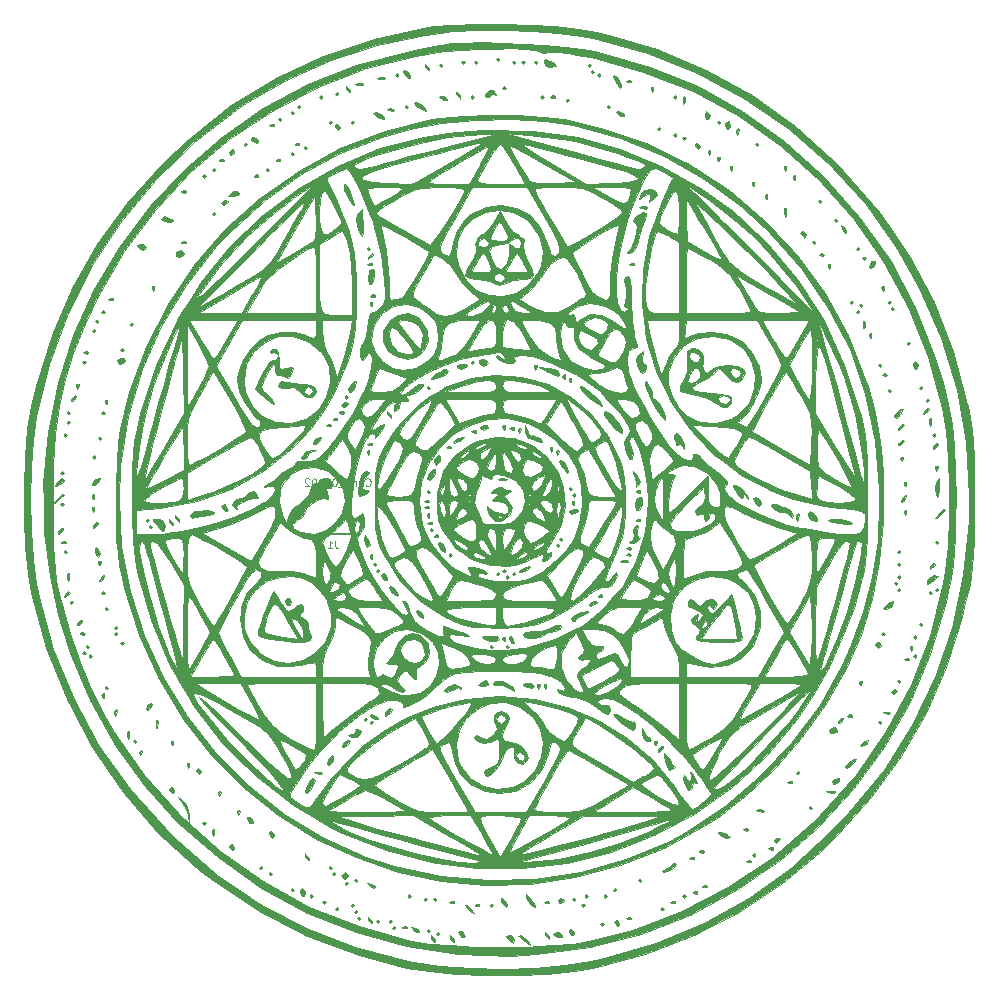
<source format=gbr>
G04 #@! TF.GenerationSoftware,KiCad,Pcbnew,5.0.0*
G04 #@! TF.CreationDate,2018-07-28T23:52:16-05:00*
G04 #@! TF.ProjectId,AntennaPcb,416E74656E6E615063622E6B69636164,rev?*
G04 #@! TF.SameCoordinates,Original*
G04 #@! TF.FileFunction,Legend,Bot*
G04 #@! TF.FilePolarity,Positive*
%FSLAX46Y46*%
G04 Gerber Fmt 4.6, Leading zero omitted, Abs format (unit mm)*
G04 Created by KiCad (PCBNEW 5.0.0) date Sat Jul 28 23:52:16 2018*
%MOMM*%
%LPD*%
G01*
G04 APERTURE LIST*
%ADD10C,0.010000*%
%ADD11C,0.127000*%
%ADD12C,0.050000*%
G04 APERTURE END LIST*
D10*
G04 #@! TO.C,G\002A\002A\002A*
G36*
X124386950Y-98459293D02*
X124679363Y-98338604D01*
X125240910Y-97864563D01*
X125343934Y-97255904D01*
X124964338Y-96662852D01*
X124950100Y-96650887D01*
X124672084Y-96353895D01*
X124857801Y-96168484D01*
X125016942Y-96102204D01*
X125335199Y-95948762D01*
X125159090Y-95893961D01*
X125065144Y-95889087D01*
X124629852Y-95744545D01*
X124530407Y-95621612D01*
X124283721Y-95566122D01*
X123922288Y-95755296D01*
X123567015Y-96041117D01*
X123642987Y-96130780D01*
X123906547Y-96137663D01*
X124253711Y-96165529D01*
X124146122Y-96326110D01*
X123936034Y-96484092D01*
X123658241Y-96727461D01*
X123810498Y-96813640D01*
X124219143Y-96818302D01*
X124809422Y-96918717D01*
X125046486Y-97310141D01*
X125056953Y-97373280D01*
X125040549Y-97764788D01*
X124733809Y-97851391D01*
X124388532Y-97801329D01*
X123772843Y-97603135D01*
X123442747Y-97367817D01*
X123266969Y-97230584D01*
X123242221Y-97356561D01*
X123384204Y-97779250D01*
X123609890Y-98148086D01*
X123650563Y-98187488D01*
X124129354Y-98187488D01*
X124166056Y-98028537D01*
X124307600Y-98009242D01*
X124527675Y-98107068D01*
X124485846Y-98187488D01*
X124168542Y-98219486D01*
X124129354Y-98187488D01*
X123650563Y-98187488D01*
X123957461Y-98484790D01*
X124386950Y-98459293D01*
X124386950Y-98459293D01*
G37*
X124386950Y-98459293D02*
X124679363Y-98338604D01*
X125240910Y-97864563D01*
X125343934Y-97255904D01*
X124964338Y-96662852D01*
X124950100Y-96650887D01*
X124672084Y-96353895D01*
X124857801Y-96168484D01*
X125016942Y-96102204D01*
X125335199Y-95948762D01*
X125159090Y-95893961D01*
X125065144Y-95889087D01*
X124629852Y-95744545D01*
X124530407Y-95621612D01*
X124283721Y-95566122D01*
X123922288Y-95755296D01*
X123567015Y-96041117D01*
X123642987Y-96130780D01*
X123906547Y-96137663D01*
X124253711Y-96165529D01*
X124146122Y-96326110D01*
X123936034Y-96484092D01*
X123658241Y-96727461D01*
X123810498Y-96813640D01*
X124219143Y-96818302D01*
X124809422Y-96918717D01*
X125046486Y-97310141D01*
X125056953Y-97373280D01*
X125040549Y-97764788D01*
X124733809Y-97851391D01*
X124388532Y-97801329D01*
X123772843Y-97603135D01*
X123442747Y-97367817D01*
X123266969Y-97230584D01*
X123242221Y-97356561D01*
X123384204Y-97779250D01*
X123609890Y-98148086D01*
X123650563Y-98187488D01*
X124129354Y-98187488D01*
X124166056Y-98028537D01*
X124307600Y-98009242D01*
X124527675Y-98107068D01*
X124485846Y-98187488D01*
X124168542Y-98219486D01*
X124129354Y-98187488D01*
X123650563Y-98187488D01*
X123957461Y-98484790D01*
X124386950Y-98459293D01*
G36*
X124909179Y-94977894D02*
X124942767Y-94880307D01*
X124574969Y-94843037D01*
X124195404Y-94885054D01*
X124240758Y-94977894D01*
X124788154Y-95013207D01*
X124909179Y-94977894D01*
X124909179Y-94977894D01*
G37*
X124909179Y-94977894D02*
X124942767Y-94880307D01*
X124574969Y-94843037D01*
X124195404Y-94885054D01*
X124240758Y-94977894D01*
X124788154Y-95013207D01*
X124909179Y-94977894D01*
G36*
X125109705Y-103222926D02*
X124976021Y-103089242D01*
X124842337Y-103222926D01*
X124976021Y-103356610D01*
X125109705Y-103222926D01*
X125109705Y-103222926D01*
G37*
X125109705Y-103222926D02*
X124976021Y-103089242D01*
X124842337Y-103222926D01*
X124976021Y-103356610D01*
X125109705Y-103222926D01*
G36*
X125644442Y-102955558D02*
X125510758Y-102821874D01*
X125377074Y-102955558D01*
X125510758Y-103089242D01*
X125644442Y-102955558D01*
X125644442Y-102955558D01*
G37*
X125644442Y-102955558D02*
X125510758Y-102821874D01*
X125377074Y-102955558D01*
X125510758Y-103089242D01*
X125644442Y-102955558D01*
G36*
X124307600Y-102955558D02*
X124173916Y-102821874D01*
X124040232Y-102955558D01*
X124173916Y-103089242D01*
X124307600Y-102955558D01*
X124307600Y-102955558D01*
G37*
X124307600Y-102955558D02*
X124173916Y-102821874D01*
X124040232Y-102955558D01*
X124173916Y-103089242D01*
X124307600Y-102955558D01*
G36*
X124842337Y-102688189D02*
X124708653Y-102554505D01*
X124574969Y-102688189D01*
X124708653Y-102821874D01*
X124842337Y-102688189D01*
X124842337Y-102688189D01*
G37*
X124842337Y-102688189D02*
X124708653Y-102554505D01*
X124574969Y-102688189D01*
X124708653Y-102821874D01*
X124842337Y-102688189D01*
G36*
X126484882Y-102680561D02*
X126713916Y-102554505D01*
X126927924Y-102342650D01*
X126847600Y-102295325D01*
X126408213Y-102428450D01*
X126179179Y-102554505D01*
X125965171Y-102766360D01*
X126045495Y-102813685D01*
X126484882Y-102680561D01*
X126484882Y-102680561D01*
G37*
X126484882Y-102680561D02*
X126713916Y-102554505D01*
X126927924Y-102342650D01*
X126847600Y-102295325D01*
X126408213Y-102428450D01*
X126179179Y-102554505D01*
X125965171Y-102766360D01*
X126045495Y-102813685D01*
X126484882Y-102680561D01*
G36*
X120297074Y-101351347D02*
X120163390Y-101217663D01*
X120029705Y-101351347D01*
X120163390Y-101485031D01*
X120297074Y-101351347D01*
X120297074Y-101351347D01*
G37*
X120297074Y-101351347D02*
X120163390Y-101217663D01*
X120029705Y-101351347D01*
X120163390Y-101485031D01*
X120297074Y-101351347D01*
G36*
X129387600Y-100549242D02*
X129253916Y-100415558D01*
X129120232Y-100549242D01*
X129253916Y-100682926D01*
X129387600Y-100549242D01*
X129387600Y-100549242D01*
G37*
X129387600Y-100549242D02*
X129253916Y-100415558D01*
X129120232Y-100549242D01*
X129253916Y-100682926D01*
X129387600Y-100549242D01*
G36*
X119730075Y-100867138D02*
X119524295Y-100453855D01*
X119260531Y-100254338D01*
X119155400Y-100320171D01*
X119206692Y-100665327D01*
X119389347Y-100893994D01*
X119696790Y-101074135D01*
X119730075Y-100867138D01*
X119730075Y-100867138D01*
G37*
X119730075Y-100867138D02*
X119524295Y-100453855D01*
X119260531Y-100254338D01*
X119155400Y-100320171D01*
X119206692Y-100665327D01*
X119389347Y-100893994D01*
X119696790Y-101074135D01*
X119730075Y-100867138D01*
G36*
X129654969Y-100014505D02*
X129521284Y-99880821D01*
X129387600Y-100014505D01*
X129521284Y-100148189D01*
X129654969Y-100014505D01*
X129654969Y-100014505D01*
G37*
X129654969Y-100014505D02*
X129521284Y-99880821D01*
X129387600Y-100014505D01*
X129521284Y-100148189D01*
X129654969Y-100014505D01*
G36*
X119138477Y-99791698D02*
X119101776Y-99632748D01*
X118960232Y-99613453D01*
X118740157Y-99711278D01*
X118781986Y-99791698D01*
X119099290Y-99823697D01*
X119138477Y-99791698D01*
X119138477Y-99791698D01*
G37*
X119138477Y-99791698D02*
X119101776Y-99632748D01*
X118960232Y-99613453D01*
X118740157Y-99711278D01*
X118781986Y-99791698D01*
X119099290Y-99823697D01*
X119138477Y-99791698D01*
G36*
X118692863Y-99212400D02*
X118559179Y-99078716D01*
X118425495Y-99212400D01*
X118559179Y-99346084D01*
X118692863Y-99212400D01*
X118692863Y-99212400D01*
G37*
X118692863Y-99212400D02*
X118559179Y-99078716D01*
X118425495Y-99212400D01*
X118559179Y-99346084D01*
X118692863Y-99212400D01*
G36*
X118603740Y-98722224D02*
X118567039Y-98563274D01*
X118425495Y-98543979D01*
X118205420Y-98641805D01*
X118247249Y-98722224D01*
X118564553Y-98754223D01*
X118603740Y-98722224D01*
X118603740Y-98722224D01*
G37*
X118603740Y-98722224D02*
X118567039Y-98563274D01*
X118425495Y-98543979D01*
X118205420Y-98641805D01*
X118247249Y-98722224D01*
X118564553Y-98754223D01*
X118603740Y-98722224D01*
G36*
X118336372Y-98187488D02*
X118368371Y-97870184D01*
X118336372Y-97830996D01*
X118177422Y-97867698D01*
X118158126Y-98009242D01*
X118255952Y-98229317D01*
X118336372Y-98187488D01*
X118336372Y-98187488D01*
G37*
X118336372Y-98187488D02*
X118368371Y-97870184D01*
X118336372Y-97830996D01*
X118177422Y-97867698D01*
X118158126Y-98009242D01*
X118255952Y-98229317D01*
X118336372Y-98187488D01*
G36*
X130590758Y-97838561D02*
X130942552Y-97648787D01*
X130991811Y-97579584D01*
X130773482Y-97486119D01*
X130590758Y-97474505D01*
X130234886Y-97614428D01*
X130189705Y-97733482D01*
X130385688Y-97880592D01*
X130590758Y-97838561D01*
X130590758Y-97838561D01*
G37*
X130590758Y-97838561D02*
X130942552Y-97648787D01*
X130991811Y-97579584D01*
X130773482Y-97486119D01*
X130590758Y-97474505D01*
X130234886Y-97614428D01*
X130189705Y-97733482D01*
X130385688Y-97880592D01*
X130590758Y-97838561D01*
G36*
X118336372Y-97385382D02*
X118299670Y-97226432D01*
X118158126Y-97207137D01*
X117938052Y-97304963D01*
X117979881Y-97385382D01*
X118297185Y-97417381D01*
X118336372Y-97385382D01*
X118336372Y-97385382D01*
G37*
X118336372Y-97385382D02*
X118299670Y-97226432D01*
X118158126Y-97207137D01*
X117938052Y-97304963D01*
X117979881Y-97385382D01*
X118297185Y-97417381D01*
X118336372Y-97385382D01*
G36*
X130635319Y-97118014D02*
X130667318Y-96800710D01*
X130635319Y-96761523D01*
X130476369Y-96798224D01*
X130457074Y-96939768D01*
X130554900Y-97159843D01*
X130635319Y-97118014D01*
X130635319Y-97118014D01*
G37*
X130635319Y-97118014D02*
X130667318Y-96800710D01*
X130635319Y-96761523D01*
X130476369Y-96798224D01*
X130457074Y-96939768D01*
X130554900Y-97159843D01*
X130635319Y-97118014D01*
G36*
X118336372Y-96850646D02*
X118299670Y-96691695D01*
X118158126Y-96672400D01*
X117938052Y-96770226D01*
X117979881Y-96850646D01*
X118297185Y-96882644D01*
X118336372Y-96850646D01*
X118336372Y-96850646D01*
G37*
X118336372Y-96850646D02*
X118299670Y-96691695D01*
X118158126Y-96672400D01*
X117938052Y-96770226D01*
X117979881Y-96850646D01*
X118297185Y-96882644D01*
X118336372Y-96850646D01*
G36*
X130724442Y-96271347D02*
X130590758Y-96137663D01*
X130457074Y-96271347D01*
X130590758Y-96405031D01*
X130724442Y-96271347D01*
X130724442Y-96271347D01*
G37*
X130724442Y-96271347D02*
X130590758Y-96137663D01*
X130457074Y-96271347D01*
X130590758Y-96405031D01*
X130724442Y-96271347D01*
G36*
X118425495Y-96003979D02*
X118291811Y-95870295D01*
X118158126Y-96003979D01*
X118291811Y-96137663D01*
X118425495Y-96003979D01*
X118425495Y-96003979D01*
G37*
X118425495Y-96003979D02*
X118291811Y-95870295D01*
X118158126Y-96003979D01*
X118291811Y-96137663D01*
X118425495Y-96003979D01*
G36*
X130457074Y-95736610D02*
X130323390Y-95602926D01*
X130189705Y-95736610D01*
X130323390Y-95870295D01*
X130457074Y-95736610D01*
X130457074Y-95736610D01*
G37*
X130457074Y-95736610D02*
X130323390Y-95602926D01*
X130189705Y-95736610D01*
X130323390Y-95870295D01*
X130457074Y-95736610D01*
G36*
X118460621Y-95011919D02*
X118773191Y-94686678D01*
X118846371Y-94452117D01*
X118880920Y-94059700D01*
X118715660Y-94090750D01*
X118559179Y-94203336D01*
X118285263Y-94548206D01*
X118225815Y-94893255D01*
X118406843Y-95025114D01*
X118460621Y-95011919D01*
X118460621Y-95011919D01*
G37*
X118460621Y-95011919D02*
X118773191Y-94686678D01*
X118846371Y-94452117D01*
X118880920Y-94059700D01*
X118715660Y-94090750D01*
X118559179Y-94203336D01*
X118285263Y-94548206D01*
X118225815Y-94893255D01*
X118406843Y-95025114D01*
X118460621Y-95011919D01*
G36*
X130100558Y-94230467D02*
X130100583Y-94222879D01*
X129919586Y-93722212D01*
X129744091Y-93508540D01*
X129451798Y-93332857D01*
X129387600Y-93402335D01*
X129530619Y-93779271D01*
X129744091Y-94116674D01*
X130017899Y-94406043D01*
X130100558Y-94230467D01*
X130100558Y-94230467D01*
G37*
X130100558Y-94230467D02*
X130100583Y-94222879D01*
X129919586Y-93722212D01*
X129744091Y-93508540D01*
X129451798Y-93332857D01*
X129387600Y-93402335D01*
X129530619Y-93779271D01*
X129744091Y-94116674D01*
X130017899Y-94406043D01*
X130100558Y-94230467D01*
G36*
X119228418Y-93519723D02*
X119324288Y-93330295D01*
X119292417Y-92985434D01*
X119130086Y-92929242D01*
X118821907Y-93144376D01*
X118781986Y-93330295D01*
X118887326Y-93686613D01*
X118976188Y-93731347D01*
X119228418Y-93519723D01*
X119228418Y-93519723D01*
G37*
X119228418Y-93519723D02*
X119324288Y-93330295D01*
X119292417Y-92985434D01*
X119130086Y-92929242D01*
X118821907Y-93144376D01*
X118781986Y-93330295D01*
X118887326Y-93686613D01*
X118976188Y-93731347D01*
X119228418Y-93519723D01*
G36*
X129298477Y-92840119D02*
X129330476Y-92522815D01*
X129298477Y-92483628D01*
X129139527Y-92520330D01*
X129120232Y-92661874D01*
X129218058Y-92881948D01*
X129298477Y-92840119D01*
X129298477Y-92840119D01*
G37*
X129298477Y-92840119D02*
X129330476Y-92522815D01*
X129298477Y-92483628D01*
X129139527Y-92520330D01*
X129120232Y-92661874D01*
X129218058Y-92881948D01*
X129298477Y-92840119D01*
G36*
X128763740Y-92572751D02*
X128795739Y-92255447D01*
X128763740Y-92216260D01*
X128604790Y-92252961D01*
X128585495Y-92394505D01*
X128683321Y-92614580D01*
X128763740Y-92572751D01*
X128763740Y-92572751D01*
G37*
X128763740Y-92572751D02*
X128795739Y-92255447D01*
X128763740Y-92216260D01*
X128604790Y-92252961D01*
X128585495Y-92394505D01*
X128683321Y-92614580D01*
X128763740Y-92572751D01*
G36*
X120207951Y-92305382D02*
X120171249Y-92146432D01*
X120029705Y-92127137D01*
X119809631Y-92224963D01*
X119851460Y-92305382D01*
X120168764Y-92337381D01*
X120207951Y-92305382D01*
X120207951Y-92305382D01*
G37*
X120207951Y-92305382D02*
X120171249Y-92146432D01*
X120029705Y-92127137D01*
X119809631Y-92224963D01*
X119851460Y-92305382D01*
X120168764Y-92337381D01*
X120207951Y-92305382D01*
G36*
X125615655Y-102170456D02*
X126425359Y-101920667D01*
X127465323Y-101466233D01*
X127892837Y-101262122D01*
X128022418Y-101354227D01*
X127973295Y-101568617D01*
X127960702Y-101872858D01*
X128177386Y-101851795D01*
X128606553Y-101490173D01*
X128684890Y-101344291D01*
X128661984Y-101095889D01*
X128388110Y-101145420D01*
X128198611Y-101131151D01*
X128356572Y-100787934D01*
X128632170Y-100396540D01*
X129527754Y-98817956D01*
X129889761Y-97210585D01*
X129717932Y-95576950D01*
X129255722Y-94370196D01*
X128299675Y-92996196D01*
X127046541Y-92009944D01*
X125590297Y-91442296D01*
X124024920Y-91324112D01*
X122444386Y-91686250D01*
X121876495Y-91947137D01*
X121425798Y-92275988D01*
X122254510Y-92275988D01*
X122436021Y-92127137D01*
X122923439Y-91900893D01*
X123104442Y-91867957D01*
X123114409Y-91890951D01*
X125756552Y-91890951D01*
X126075365Y-91930206D01*
X126446547Y-92127137D01*
X126697101Y-92334780D01*
X126456285Y-92389506D01*
X126395485Y-92390411D01*
X125912052Y-92254169D01*
X125778126Y-92127137D01*
X125756552Y-91890951D01*
X123114409Y-91890951D01*
X123152269Y-91978285D01*
X122970758Y-92127137D01*
X122483340Y-92353380D01*
X122302337Y-92386317D01*
X122254510Y-92275988D01*
X121425798Y-92275988D01*
X120511941Y-92942783D01*
X120422774Y-93067761D01*
X120974494Y-93067761D01*
X121248603Y-92804061D01*
X121750633Y-92458656D01*
X121863075Y-92475617D01*
X121633916Y-92795558D01*
X121221910Y-93133084D01*
X121170582Y-93148869D01*
X122673884Y-93148869D01*
X122697124Y-92756380D01*
X123049297Y-92473969D01*
X123568903Y-92200235D01*
X123681947Y-92240903D01*
X123530878Y-92498489D01*
X125191319Y-92498489D01*
X125360333Y-92424403D01*
X125756259Y-92556795D01*
X125840469Y-92631003D01*
X126981284Y-92631003D01*
X127166500Y-92562965D01*
X127503862Y-92716329D01*
X127876980Y-92998940D01*
X127943182Y-93125941D01*
X127638401Y-93126215D01*
X127222445Y-92920371D01*
X126984231Y-92657070D01*
X126981284Y-92631003D01*
X125840469Y-92631003D01*
X126081325Y-92843249D01*
X126176189Y-93220242D01*
X125998466Y-93454674D01*
X125921218Y-93463979D01*
X125605491Y-93255362D01*
X125377074Y-92929242D01*
X125191319Y-92498489D01*
X123530878Y-92498489D01*
X123438929Y-92655269D01*
X123336771Y-92811511D01*
X122976227Y-93246196D01*
X122728572Y-93223046D01*
X122673884Y-93148869D01*
X121170582Y-93148869D01*
X121015339Y-93196610D01*
X120974494Y-93067761D01*
X120422774Y-93067761D01*
X119829160Y-93899773D01*
X120623567Y-93899773D01*
X120982559Y-93615570D01*
X121166021Y-93522932D01*
X121761865Y-93267850D01*
X122102075Y-93275895D01*
X122401631Y-93556298D01*
X122418633Y-93576712D01*
X122595756Y-94009212D01*
X122557911Y-94102092D01*
X123280910Y-94102092D01*
X123343426Y-93615397D01*
X123569809Y-93192983D01*
X123870032Y-92758002D01*
X124004913Y-92773827D01*
X124021190Y-93010517D01*
X124553002Y-93010517D01*
X124642222Y-92684887D01*
X124701787Y-92661874D01*
X124897894Y-92872752D01*
X125202283Y-93384909D01*
X125225860Y-93430081D01*
X125479988Y-94101731D01*
X125418384Y-94268770D01*
X126237873Y-94268770D01*
X126313623Y-93728955D01*
X126639295Y-93266442D01*
X127171917Y-93293077D01*
X127665445Y-93597663D01*
X128025470Y-93919245D01*
X127959135Y-94158148D01*
X127665445Y-94399768D01*
X126972167Y-94757259D01*
X126463913Y-94697517D01*
X126237873Y-94268770D01*
X125418384Y-94268770D01*
X125367345Y-94407160D01*
X124949882Y-94352741D01*
X124739812Y-94069211D01*
X124596526Y-93546881D01*
X124553002Y-93010517D01*
X124021190Y-93010517D01*
X124039584Y-93277978D01*
X124040232Y-93463979D01*
X123920661Y-94100775D01*
X123639179Y-94266084D01*
X123280910Y-94102092D01*
X122557911Y-94102092D01*
X122397493Y-94495790D01*
X122129458Y-94844371D01*
X121831040Y-94865747D01*
X121312669Y-94592779D01*
X120729002Y-94191939D01*
X120623567Y-93899773D01*
X119829160Y-93899773D01*
X119576884Y-94253364D01*
X119083822Y-95859070D01*
X119066856Y-96019817D01*
X119317277Y-96019817D01*
X119388021Y-95763347D01*
X119591554Y-95448092D01*
X119694713Y-95446180D01*
X119703323Y-95536084D01*
X120039180Y-95536084D01*
X120048654Y-94667137D01*
X120212277Y-94953366D01*
X120675554Y-94953366D01*
X120780973Y-94825910D01*
X121210996Y-94963111D01*
X121572777Y-95304436D01*
X121594144Y-95755885D01*
X121405644Y-95979816D01*
X121145124Y-95874595D01*
X120876639Y-95460858D01*
X120675554Y-94953366D01*
X120212277Y-94953366D01*
X120430758Y-95335558D01*
X120712082Y-95885924D01*
X120822336Y-96204505D01*
X120744152Y-96271347D01*
X121633916Y-96271347D01*
X121767600Y-96137663D01*
X121901284Y-96271347D01*
X121767600Y-96405031D01*
X121633916Y-96271347D01*
X120744152Y-96271347D01*
X120614271Y-96382385D01*
X120430758Y-96405031D01*
X120127753Y-96192249D01*
X120039180Y-95536084D01*
X119703323Y-95536084D01*
X119726133Y-95774246D01*
X119655390Y-96030716D01*
X119451856Y-96345971D01*
X119348697Y-96347883D01*
X119317277Y-96019817D01*
X119066856Y-96019817D01*
X119018563Y-96477374D01*
X119010157Y-97044905D01*
X119242252Y-97044905D01*
X119354270Y-96784494D01*
X119494969Y-96806084D01*
X119692991Y-97170767D01*
X119722715Y-97407663D01*
X120038209Y-97407663D01*
X120159379Y-96818770D01*
X120430758Y-96672400D01*
X120786938Y-96789565D01*
X120794417Y-96806084D01*
X121633916Y-96806084D01*
X121767600Y-96672400D01*
X121901284Y-96806084D01*
X121767600Y-96939768D01*
X121633916Y-96806084D01*
X120794417Y-96806084D01*
X120831811Y-96888666D01*
X120794773Y-96980254D01*
X122205242Y-96980254D01*
X122292170Y-95975820D01*
X122560266Y-95430171D01*
X122789142Y-94940140D01*
X122760792Y-94666042D01*
X122814912Y-94619083D01*
X123203550Y-94791280D01*
X123630871Y-94960557D01*
X123655665Y-94827496D01*
X123680603Y-94591974D01*
X124056802Y-94522810D01*
X124633845Y-94601250D01*
X125261319Y-94808545D01*
X125742069Y-95087595D01*
X126049244Y-95494320D01*
X126981284Y-95494320D01*
X127195286Y-95157909D01*
X127692889Y-94791352D01*
X128257491Y-94553552D01*
X128266400Y-94551548D01*
X128202769Y-94739359D01*
X127939842Y-95224097D01*
X127883132Y-95321018D01*
X127467149Y-95844739D01*
X127139945Y-95940349D01*
X126984630Y-95591879D01*
X126981284Y-95494320D01*
X126049244Y-95494320D01*
X126310374Y-95840076D01*
X126386412Y-96271347D01*
X126713916Y-96271347D01*
X126847600Y-96137663D01*
X126898186Y-96188249D01*
X127905040Y-96188249D01*
X128155237Y-95659439D01*
X128172424Y-95626168D01*
X128551306Y-94985151D01*
X128762423Y-94851419D01*
X128805385Y-95225029D01*
X128772813Y-95536084D01*
X128694713Y-95736610D01*
X129172355Y-95736610D01*
X129201255Y-95279992D01*
X129284953Y-95239790D01*
X129295608Y-95263627D01*
X129348500Y-95794403D01*
X129305515Y-96065732D01*
X129220408Y-96174765D01*
X129174118Y-95819639D01*
X129172355Y-95736610D01*
X128694713Y-95736610D01*
X128538394Y-96137962D01*
X128210045Y-96361431D01*
X127921172Y-96380472D01*
X127905040Y-96188249D01*
X126898186Y-96188249D01*
X126981284Y-96271347D01*
X126847600Y-96405031D01*
X126713916Y-96271347D01*
X126386412Y-96271347D01*
X126474037Y-96768331D01*
X126446347Y-96872926D01*
X127791893Y-96872926D01*
X127963378Y-96676915D01*
X128343028Y-96718162D01*
X128686584Y-96948871D01*
X128751263Y-97060649D01*
X128811061Y-97581331D01*
X128773800Y-97621558D01*
X129143213Y-97621558D01*
X129179919Y-96954579D01*
X129325192Y-96785040D01*
X129380640Y-96825861D01*
X129507395Y-97295267D01*
X129403621Y-97881966D01*
X129250834Y-98363201D01*
X129179254Y-98401103D01*
X129151113Y-97957899D01*
X129143213Y-97621558D01*
X128773800Y-97621558D01*
X128596541Y-97812924D01*
X128239592Y-97643251D01*
X128167278Y-97557347D01*
X127871824Y-97092572D01*
X127791893Y-96872926D01*
X126446347Y-96872926D01*
X126393260Y-97073453D01*
X126713916Y-97073453D01*
X126847600Y-96939768D01*
X126981284Y-97073453D01*
X126847600Y-97207137D01*
X126713916Y-97073453D01*
X126393260Y-97073453D01*
X126229001Y-97693911D01*
X126182718Y-97755129D01*
X127105376Y-97755129D01*
X127106670Y-97487933D01*
X127423666Y-97322932D01*
X127822735Y-97647550D01*
X128058727Y-98024133D01*
X128193896Y-98444408D01*
X127972770Y-98490441D01*
X127427179Y-98155825D01*
X127422405Y-98152212D01*
X127105376Y-97755129D01*
X126182718Y-97755129D01*
X125813787Y-98243109D01*
X125243355Y-98636759D01*
X124534482Y-98771916D01*
X123964719Y-98757610D01*
X123267834Y-98690808D01*
X122880709Y-98612081D01*
X122850145Y-98575699D01*
X122793506Y-98309679D01*
X122560266Y-97914629D01*
X122205242Y-96980254D01*
X120794773Y-96980254D01*
X120685845Y-97249609D01*
X120439261Y-97623929D01*
X120157409Y-97954537D01*
X120055282Y-97843731D01*
X120038209Y-97407663D01*
X119722715Y-97407663D01*
X119758243Y-97690811D01*
X119718062Y-98148816D01*
X119577900Y-98125643D01*
X119494969Y-98009242D01*
X119289152Y-97516012D01*
X119242252Y-97044905D01*
X119010157Y-97044905D01*
X119002424Y-97566909D01*
X119126465Y-98291076D01*
X120618960Y-98291076D01*
X120824656Y-97755345D01*
X120834918Y-97736068D01*
X121133697Y-97348985D01*
X121424247Y-97430937D01*
X121458159Y-97463800D01*
X121590873Y-97789375D01*
X121262311Y-98150805D01*
X121252381Y-98158163D01*
X120765902Y-98429765D01*
X120618960Y-98291076D01*
X119126465Y-98291076D01*
X119143837Y-98392492D01*
X119491952Y-99213803D01*
X119513094Y-99254012D01*
X120397841Y-99254012D01*
X120453350Y-99043167D01*
X120931876Y-98750477D01*
X120983029Y-98722742D01*
X121658419Y-98386412D01*
X122022530Y-98336534D01*
X122221706Y-98582938D01*
X122302337Y-98811347D01*
X122365841Y-99522325D01*
X122346350Y-99632406D01*
X123294234Y-99632406D01*
X123339985Y-99184507D01*
X123639179Y-99078716D01*
X123923503Y-99262195D01*
X124028765Y-99864621D01*
X124030142Y-100014505D01*
X124574969Y-100014505D01*
X124634785Y-99369539D01*
X124868302Y-99109305D01*
X125109705Y-99078716D01*
X125544794Y-99140498D01*
X125644442Y-99225677D01*
X125620354Y-99297878D01*
X126281530Y-99297878D01*
X126433644Y-98835458D01*
X126656274Y-98497791D01*
X126933231Y-98436946D01*
X127450741Y-98637490D01*
X127655355Y-98734203D01*
X128249950Y-99053096D01*
X128567360Y-99292240D01*
X128583804Y-99328762D01*
X128387064Y-99529001D01*
X127926923Y-99842279D01*
X127394961Y-100153684D01*
X126982759Y-100348305D01*
X126869414Y-100357064D01*
X126696020Y-100110836D01*
X126486021Y-99831070D01*
X126281530Y-99297878D01*
X125620354Y-99297878D01*
X125530468Y-99567296D01*
X125264707Y-100105148D01*
X124961396Y-100630230D01*
X124734776Y-100933538D01*
X124701787Y-100950295D01*
X124617911Y-100714915D01*
X124576045Y-100136246D01*
X124574969Y-100014505D01*
X124030142Y-100014505D01*
X124030757Y-100081347D01*
X124021283Y-101083979D01*
X123639179Y-100415558D01*
X123294234Y-99632406D01*
X122346350Y-99632406D01*
X122302401Y-99880620D01*
X122116705Y-100199671D01*
X121790073Y-100213166D01*
X121225652Y-99899931D01*
X120715660Y-99533734D01*
X120397841Y-99254012D01*
X119513094Y-99254012D01*
X119561506Y-99346084D01*
X120054204Y-100013998D01*
X120350913Y-100013998D01*
X120410497Y-99956178D01*
X120903807Y-100168731D01*
X121052174Y-100255424D01*
X122523563Y-100255424D01*
X122587347Y-100119644D01*
X122751842Y-99980019D01*
X122970366Y-100137605D01*
X123319211Y-100666310D01*
X123534686Y-101037375D01*
X123635748Y-101259752D01*
X125180168Y-101259752D01*
X125340176Y-100741386D01*
X125409980Y-100583793D01*
X125767065Y-99999667D01*
X126068805Y-99944300D01*
X126273059Y-100274557D01*
X126191025Y-100718024D01*
X126059283Y-100854155D01*
X127108011Y-100854155D01*
X127425406Y-100602224D01*
X127516021Y-100549242D01*
X128101434Y-100233473D01*
X128286686Y-100203873D01*
X128123334Y-100460441D01*
X128050758Y-100549242D01*
X127560690Y-100885831D01*
X127282757Y-100940820D01*
X127108011Y-100854155D01*
X126059283Y-100854155D01*
X125849900Y-101070512D01*
X125343131Y-101361777D01*
X125180168Y-101259752D01*
X123635748Y-101259752D01*
X123686657Y-101371772D01*
X123486836Y-101345814D01*
X123273255Y-101236463D01*
X122631807Y-100747998D01*
X122523563Y-100255424D01*
X121052174Y-100255424D01*
X121421778Y-100471387D01*
X121633916Y-100725843D01*
X121483023Y-100944562D01*
X121094521Y-100779081D01*
X120677878Y-100393183D01*
X120350913Y-100013998D01*
X120054204Y-100013998D01*
X120577591Y-100723512D01*
X121246942Y-101203889D01*
X122043481Y-101203889D01*
X122357242Y-101132186D01*
X122703625Y-101279859D01*
X123062781Y-101565725D01*
X123112432Y-101699849D01*
X123069524Y-101704779D01*
X125764472Y-101704779D01*
X125943518Y-101464803D01*
X126060815Y-101373208D01*
X126503300Y-101128140D01*
X126705752Y-101120377D01*
X126628529Y-101343670D01*
X126438804Y-101495475D01*
X125963208Y-101725884D01*
X125764472Y-101704779D01*
X123069524Y-101704779D01*
X122800878Y-101735645D01*
X122369307Y-101578741D01*
X122062396Y-101342659D01*
X122043481Y-101203889D01*
X121246942Y-101203889D01*
X121906963Y-101677569D01*
X123502357Y-102177398D01*
X123980606Y-102231056D01*
X124859606Y-102259339D01*
X125615655Y-102170456D01*
X125615655Y-102170456D01*
G37*
X125615655Y-102170456D02*
X126425359Y-101920667D01*
X127465323Y-101466233D01*
X127892837Y-101262122D01*
X128022418Y-101354227D01*
X127973295Y-101568617D01*
X127960702Y-101872858D01*
X128177386Y-101851795D01*
X128606553Y-101490173D01*
X128684890Y-101344291D01*
X128661984Y-101095889D01*
X128388110Y-101145420D01*
X128198611Y-101131151D01*
X128356572Y-100787934D01*
X128632170Y-100396540D01*
X129527754Y-98817956D01*
X129889761Y-97210585D01*
X129717932Y-95576950D01*
X129255722Y-94370196D01*
X128299675Y-92996196D01*
X127046541Y-92009944D01*
X125590297Y-91442296D01*
X124024920Y-91324112D01*
X122444386Y-91686250D01*
X121876495Y-91947137D01*
X121425798Y-92275988D01*
X122254510Y-92275988D01*
X122436021Y-92127137D01*
X122923439Y-91900893D01*
X123104442Y-91867957D01*
X123114409Y-91890951D01*
X125756552Y-91890951D01*
X126075365Y-91930206D01*
X126446547Y-92127137D01*
X126697101Y-92334780D01*
X126456285Y-92389506D01*
X126395485Y-92390411D01*
X125912052Y-92254169D01*
X125778126Y-92127137D01*
X125756552Y-91890951D01*
X123114409Y-91890951D01*
X123152269Y-91978285D01*
X122970758Y-92127137D01*
X122483340Y-92353380D01*
X122302337Y-92386317D01*
X122254510Y-92275988D01*
X121425798Y-92275988D01*
X120511941Y-92942783D01*
X120422774Y-93067761D01*
X120974494Y-93067761D01*
X121248603Y-92804061D01*
X121750633Y-92458656D01*
X121863075Y-92475617D01*
X121633916Y-92795558D01*
X121221910Y-93133084D01*
X121170582Y-93148869D01*
X122673884Y-93148869D01*
X122697124Y-92756380D01*
X123049297Y-92473969D01*
X123568903Y-92200235D01*
X123681947Y-92240903D01*
X123530878Y-92498489D01*
X125191319Y-92498489D01*
X125360333Y-92424403D01*
X125756259Y-92556795D01*
X125840469Y-92631003D01*
X126981284Y-92631003D01*
X127166500Y-92562965D01*
X127503862Y-92716329D01*
X127876980Y-92998940D01*
X127943182Y-93125941D01*
X127638401Y-93126215D01*
X127222445Y-92920371D01*
X126984231Y-92657070D01*
X126981284Y-92631003D01*
X125840469Y-92631003D01*
X126081325Y-92843249D01*
X126176189Y-93220242D01*
X125998466Y-93454674D01*
X125921218Y-93463979D01*
X125605491Y-93255362D01*
X125377074Y-92929242D01*
X125191319Y-92498489D01*
X123530878Y-92498489D01*
X123438929Y-92655269D01*
X123336771Y-92811511D01*
X122976227Y-93246196D01*
X122728572Y-93223046D01*
X122673884Y-93148869D01*
X121170582Y-93148869D01*
X121015339Y-93196610D01*
X120974494Y-93067761D01*
X120422774Y-93067761D01*
X119829160Y-93899773D01*
X120623567Y-93899773D01*
X120982559Y-93615570D01*
X121166021Y-93522932D01*
X121761865Y-93267850D01*
X122102075Y-93275895D01*
X122401631Y-93556298D01*
X122418633Y-93576712D01*
X122595756Y-94009212D01*
X122557911Y-94102092D01*
X123280910Y-94102092D01*
X123343426Y-93615397D01*
X123569809Y-93192983D01*
X123870032Y-92758002D01*
X124004913Y-92773827D01*
X124021190Y-93010517D01*
X124553002Y-93010517D01*
X124642222Y-92684887D01*
X124701787Y-92661874D01*
X124897894Y-92872752D01*
X125202283Y-93384909D01*
X125225860Y-93430081D01*
X125479988Y-94101731D01*
X125418384Y-94268770D01*
X126237873Y-94268770D01*
X126313623Y-93728955D01*
X126639295Y-93266442D01*
X127171917Y-93293077D01*
X127665445Y-93597663D01*
X128025470Y-93919245D01*
X127959135Y-94158148D01*
X127665445Y-94399768D01*
X126972167Y-94757259D01*
X126463913Y-94697517D01*
X126237873Y-94268770D01*
X125418384Y-94268770D01*
X125367345Y-94407160D01*
X124949882Y-94352741D01*
X124739812Y-94069211D01*
X124596526Y-93546881D01*
X124553002Y-93010517D01*
X124021190Y-93010517D01*
X124039584Y-93277978D01*
X124040232Y-93463979D01*
X123920661Y-94100775D01*
X123639179Y-94266084D01*
X123280910Y-94102092D01*
X122557911Y-94102092D01*
X122397493Y-94495790D01*
X122129458Y-94844371D01*
X121831040Y-94865747D01*
X121312669Y-94592779D01*
X120729002Y-94191939D01*
X120623567Y-93899773D01*
X119829160Y-93899773D01*
X119576884Y-94253364D01*
X119083822Y-95859070D01*
X119066856Y-96019817D01*
X119317277Y-96019817D01*
X119388021Y-95763347D01*
X119591554Y-95448092D01*
X119694713Y-95446180D01*
X119703323Y-95536084D01*
X120039180Y-95536084D01*
X120048654Y-94667137D01*
X120212277Y-94953366D01*
X120675554Y-94953366D01*
X120780973Y-94825910D01*
X121210996Y-94963111D01*
X121572777Y-95304436D01*
X121594144Y-95755885D01*
X121405644Y-95979816D01*
X121145124Y-95874595D01*
X120876639Y-95460858D01*
X120675554Y-94953366D01*
X120212277Y-94953366D01*
X120430758Y-95335558D01*
X120712082Y-95885924D01*
X120822336Y-96204505D01*
X120744152Y-96271347D01*
X121633916Y-96271347D01*
X121767600Y-96137663D01*
X121901284Y-96271347D01*
X121767600Y-96405031D01*
X121633916Y-96271347D01*
X120744152Y-96271347D01*
X120614271Y-96382385D01*
X120430758Y-96405031D01*
X120127753Y-96192249D01*
X120039180Y-95536084D01*
X119703323Y-95536084D01*
X119726133Y-95774246D01*
X119655390Y-96030716D01*
X119451856Y-96345971D01*
X119348697Y-96347883D01*
X119317277Y-96019817D01*
X119066856Y-96019817D01*
X119018563Y-96477374D01*
X119010157Y-97044905D01*
X119242252Y-97044905D01*
X119354270Y-96784494D01*
X119494969Y-96806084D01*
X119692991Y-97170767D01*
X119722715Y-97407663D01*
X120038209Y-97407663D01*
X120159379Y-96818770D01*
X120430758Y-96672400D01*
X120786938Y-96789565D01*
X120794417Y-96806084D01*
X121633916Y-96806084D01*
X121767600Y-96672400D01*
X121901284Y-96806084D01*
X121767600Y-96939768D01*
X121633916Y-96806084D01*
X120794417Y-96806084D01*
X120831811Y-96888666D01*
X120794773Y-96980254D01*
X122205242Y-96980254D01*
X122292170Y-95975820D01*
X122560266Y-95430171D01*
X122789142Y-94940140D01*
X122760792Y-94666042D01*
X122814912Y-94619083D01*
X123203550Y-94791280D01*
X123630871Y-94960557D01*
X123655665Y-94827496D01*
X123680603Y-94591974D01*
X124056802Y-94522810D01*
X124633845Y-94601250D01*
X125261319Y-94808545D01*
X125742069Y-95087595D01*
X126049244Y-95494320D01*
X126981284Y-95494320D01*
X127195286Y-95157909D01*
X127692889Y-94791352D01*
X128257491Y-94553552D01*
X128266400Y-94551548D01*
X128202769Y-94739359D01*
X127939842Y-95224097D01*
X127883132Y-95321018D01*
X127467149Y-95844739D01*
X127139945Y-95940349D01*
X126984630Y-95591879D01*
X126981284Y-95494320D01*
X126049244Y-95494320D01*
X126310374Y-95840076D01*
X126386412Y-96271347D01*
X126713916Y-96271347D01*
X126847600Y-96137663D01*
X126898186Y-96188249D01*
X127905040Y-96188249D01*
X128155237Y-95659439D01*
X128172424Y-95626168D01*
X128551306Y-94985151D01*
X128762423Y-94851419D01*
X128805385Y-95225029D01*
X128772813Y-95536084D01*
X128694713Y-95736610D01*
X129172355Y-95736610D01*
X129201255Y-95279992D01*
X129284953Y-95239790D01*
X129295608Y-95263627D01*
X129348500Y-95794403D01*
X129305515Y-96065732D01*
X129220408Y-96174765D01*
X129174118Y-95819639D01*
X129172355Y-95736610D01*
X128694713Y-95736610D01*
X128538394Y-96137962D01*
X128210045Y-96361431D01*
X127921172Y-96380472D01*
X127905040Y-96188249D01*
X126898186Y-96188249D01*
X126981284Y-96271347D01*
X126847600Y-96405031D01*
X126713916Y-96271347D01*
X126386412Y-96271347D01*
X126474037Y-96768331D01*
X126446347Y-96872926D01*
X127791893Y-96872926D01*
X127963378Y-96676915D01*
X128343028Y-96718162D01*
X128686584Y-96948871D01*
X128751263Y-97060649D01*
X128811061Y-97581331D01*
X128773800Y-97621558D01*
X129143213Y-97621558D01*
X129179919Y-96954579D01*
X129325192Y-96785040D01*
X129380640Y-96825861D01*
X129507395Y-97295267D01*
X129403621Y-97881966D01*
X129250834Y-98363201D01*
X129179254Y-98401103D01*
X129151113Y-97957899D01*
X129143213Y-97621558D01*
X128773800Y-97621558D01*
X128596541Y-97812924D01*
X128239592Y-97643251D01*
X128167278Y-97557347D01*
X127871824Y-97092572D01*
X127791893Y-96872926D01*
X126446347Y-96872926D01*
X126393260Y-97073453D01*
X126713916Y-97073453D01*
X126847600Y-96939768D01*
X126981284Y-97073453D01*
X126847600Y-97207137D01*
X126713916Y-97073453D01*
X126393260Y-97073453D01*
X126229001Y-97693911D01*
X126182718Y-97755129D01*
X127105376Y-97755129D01*
X127106670Y-97487933D01*
X127423666Y-97322932D01*
X127822735Y-97647550D01*
X128058727Y-98024133D01*
X128193896Y-98444408D01*
X127972770Y-98490441D01*
X127427179Y-98155825D01*
X127422405Y-98152212D01*
X127105376Y-97755129D01*
X126182718Y-97755129D01*
X125813787Y-98243109D01*
X125243355Y-98636759D01*
X124534482Y-98771916D01*
X123964719Y-98757610D01*
X123267834Y-98690808D01*
X122880709Y-98612081D01*
X122850145Y-98575699D01*
X122793506Y-98309679D01*
X122560266Y-97914629D01*
X122205242Y-96980254D01*
X120794773Y-96980254D01*
X120685845Y-97249609D01*
X120439261Y-97623929D01*
X120157409Y-97954537D01*
X120055282Y-97843731D01*
X120038209Y-97407663D01*
X119722715Y-97407663D01*
X119758243Y-97690811D01*
X119718062Y-98148816D01*
X119577900Y-98125643D01*
X119494969Y-98009242D01*
X119289152Y-97516012D01*
X119242252Y-97044905D01*
X119010157Y-97044905D01*
X119002424Y-97566909D01*
X119126465Y-98291076D01*
X120618960Y-98291076D01*
X120824656Y-97755345D01*
X120834918Y-97736068D01*
X121133697Y-97348985D01*
X121424247Y-97430937D01*
X121458159Y-97463800D01*
X121590873Y-97789375D01*
X121262311Y-98150805D01*
X121252381Y-98158163D01*
X120765902Y-98429765D01*
X120618960Y-98291076D01*
X119126465Y-98291076D01*
X119143837Y-98392492D01*
X119491952Y-99213803D01*
X119513094Y-99254012D01*
X120397841Y-99254012D01*
X120453350Y-99043167D01*
X120931876Y-98750477D01*
X120983029Y-98722742D01*
X121658419Y-98386412D01*
X122022530Y-98336534D01*
X122221706Y-98582938D01*
X122302337Y-98811347D01*
X122365841Y-99522325D01*
X122346350Y-99632406D01*
X123294234Y-99632406D01*
X123339985Y-99184507D01*
X123639179Y-99078716D01*
X123923503Y-99262195D01*
X124028765Y-99864621D01*
X124030142Y-100014505D01*
X124574969Y-100014505D01*
X124634785Y-99369539D01*
X124868302Y-99109305D01*
X125109705Y-99078716D01*
X125544794Y-99140498D01*
X125644442Y-99225677D01*
X125620354Y-99297878D01*
X126281530Y-99297878D01*
X126433644Y-98835458D01*
X126656274Y-98497791D01*
X126933231Y-98436946D01*
X127450741Y-98637490D01*
X127655355Y-98734203D01*
X128249950Y-99053096D01*
X128567360Y-99292240D01*
X128583804Y-99328762D01*
X128387064Y-99529001D01*
X127926923Y-99842279D01*
X127394961Y-100153684D01*
X126982759Y-100348305D01*
X126869414Y-100357064D01*
X126696020Y-100110836D01*
X126486021Y-99831070D01*
X126281530Y-99297878D01*
X125620354Y-99297878D01*
X125530468Y-99567296D01*
X125264707Y-100105148D01*
X124961396Y-100630230D01*
X124734776Y-100933538D01*
X124701787Y-100950295D01*
X124617911Y-100714915D01*
X124576045Y-100136246D01*
X124574969Y-100014505D01*
X124030142Y-100014505D01*
X124030757Y-100081347D01*
X124021283Y-101083979D01*
X123639179Y-100415558D01*
X123294234Y-99632406D01*
X122346350Y-99632406D01*
X122302401Y-99880620D01*
X122116705Y-100199671D01*
X121790073Y-100213166D01*
X121225652Y-99899931D01*
X120715660Y-99533734D01*
X120397841Y-99254012D01*
X119513094Y-99254012D01*
X119561506Y-99346084D01*
X120054204Y-100013998D01*
X120350913Y-100013998D01*
X120410497Y-99956178D01*
X120903807Y-100168731D01*
X121052174Y-100255424D01*
X122523563Y-100255424D01*
X122587347Y-100119644D01*
X122751842Y-99980019D01*
X122970366Y-100137605D01*
X123319211Y-100666310D01*
X123534686Y-101037375D01*
X123635748Y-101259752D01*
X125180168Y-101259752D01*
X125340176Y-100741386D01*
X125409980Y-100583793D01*
X125767065Y-99999667D01*
X126068805Y-99944300D01*
X126273059Y-100274557D01*
X126191025Y-100718024D01*
X126059283Y-100854155D01*
X127108011Y-100854155D01*
X127425406Y-100602224D01*
X127516021Y-100549242D01*
X128101434Y-100233473D01*
X128286686Y-100203873D01*
X128123334Y-100460441D01*
X128050758Y-100549242D01*
X127560690Y-100885831D01*
X127282757Y-100940820D01*
X127108011Y-100854155D01*
X126059283Y-100854155D01*
X125849900Y-101070512D01*
X125343131Y-101361777D01*
X125180168Y-101259752D01*
X123635748Y-101259752D01*
X123686657Y-101371772D01*
X123486836Y-101345814D01*
X123273255Y-101236463D01*
X122631807Y-100747998D01*
X122523563Y-100255424D01*
X121052174Y-100255424D01*
X121421778Y-100471387D01*
X121633916Y-100725843D01*
X121483023Y-100944562D01*
X121094521Y-100779081D01*
X120677878Y-100393183D01*
X120350913Y-100013998D01*
X120054204Y-100013998D01*
X120577591Y-100723512D01*
X121246942Y-101203889D01*
X122043481Y-101203889D01*
X122357242Y-101132186D01*
X122703625Y-101279859D01*
X123062781Y-101565725D01*
X123112432Y-101699849D01*
X123069524Y-101704779D01*
X125764472Y-101704779D01*
X125943518Y-101464803D01*
X126060815Y-101373208D01*
X126503300Y-101128140D01*
X126705752Y-101120377D01*
X126628529Y-101343670D01*
X126438804Y-101495475D01*
X125963208Y-101725884D01*
X125764472Y-101704779D01*
X123069524Y-101704779D01*
X122800878Y-101735645D01*
X122369307Y-101578741D01*
X122062396Y-101342659D01*
X122043481Y-101203889D01*
X121246942Y-101203889D01*
X121906963Y-101677569D01*
X123502357Y-102177398D01*
X123980606Y-102231056D01*
X124859606Y-102259339D01*
X125615655Y-102170456D01*
G36*
X120870145Y-91718455D02*
X121099179Y-91592400D01*
X121313187Y-91380545D01*
X121232863Y-91333220D01*
X120793476Y-91466345D01*
X120564442Y-91592400D01*
X120350434Y-91804255D01*
X120430758Y-91851580D01*
X120870145Y-91718455D01*
X120870145Y-91718455D01*
G37*
X120870145Y-91718455D02*
X121099179Y-91592400D01*
X121313187Y-91380545D01*
X121232863Y-91333220D01*
X120793476Y-91466345D01*
X120564442Y-91592400D01*
X120350434Y-91804255D01*
X120430758Y-91851580D01*
X120870145Y-91718455D01*
G36*
X122346898Y-90968540D02*
X122310197Y-90809590D01*
X122168653Y-90790295D01*
X121948578Y-90888121D01*
X121990407Y-90968540D01*
X122307711Y-91000539D01*
X122346898Y-90968540D01*
X122346898Y-90968540D01*
G37*
X122346898Y-90968540D02*
X122310197Y-90809590D01*
X122168653Y-90790295D01*
X121948578Y-90888121D01*
X121990407Y-90968540D01*
X122307711Y-91000539D01*
X122346898Y-90968540D01*
G36*
X127957761Y-91774519D02*
X127865990Y-91563038D01*
X127538920Y-91337287D01*
X127108756Y-91184367D01*
X126962492Y-91248782D01*
X126858674Y-91216258D01*
X126697393Y-90923979D01*
X126451087Y-90389242D01*
X126519321Y-90923979D01*
X126686107Y-91361290D01*
X126851262Y-91462810D01*
X127298485Y-91597832D01*
X127466967Y-91690109D01*
X127852656Y-91813289D01*
X127957761Y-91774519D01*
X127957761Y-91774519D01*
G37*
X127957761Y-91774519D02*
X127865990Y-91563038D01*
X127538920Y-91337287D01*
X127108756Y-91184367D01*
X126962492Y-91248782D01*
X126858674Y-91216258D01*
X126697393Y-90923979D01*
X126451087Y-90389242D01*
X126519321Y-90923979D01*
X126686107Y-91361290D01*
X126851262Y-91462810D01*
X127298485Y-91597832D01*
X127466967Y-91690109D01*
X127852656Y-91813289D01*
X127957761Y-91774519D01*
G36*
X126090056Y-90968540D02*
X126122055Y-90651236D01*
X126090056Y-90612049D01*
X125931106Y-90648751D01*
X125911811Y-90790295D01*
X126009637Y-91010369D01*
X126090056Y-90968540D01*
X126090056Y-90968540D01*
G37*
X126090056Y-90968540D02*
X126122055Y-90651236D01*
X126090056Y-90612049D01*
X125931106Y-90648751D01*
X125911811Y-90790295D01*
X126009637Y-91010369D01*
X126090056Y-90968540D01*
G36*
X125555319Y-90701172D02*
X125518618Y-90542222D01*
X125377074Y-90522926D01*
X125156999Y-90620752D01*
X125198828Y-90701172D01*
X125516132Y-90733171D01*
X125555319Y-90701172D01*
X125555319Y-90701172D01*
G37*
X125555319Y-90701172D02*
X125518618Y-90542222D01*
X125377074Y-90522926D01*
X125156999Y-90620752D01*
X125198828Y-90701172D01*
X125516132Y-90733171D01*
X125555319Y-90701172D01*
G36*
X124753214Y-90701172D02*
X124785213Y-90383868D01*
X124753214Y-90344681D01*
X124594264Y-90381382D01*
X124574969Y-90522926D01*
X124672794Y-90743001D01*
X124753214Y-90701172D01*
X124753214Y-90701172D01*
G37*
X124753214Y-90701172D02*
X124785213Y-90383868D01*
X124753214Y-90344681D01*
X124594264Y-90381382D01*
X124574969Y-90522926D01*
X124672794Y-90743001D01*
X124753214Y-90701172D01*
G36*
X123322466Y-90598746D02*
X123344270Y-90567488D01*
X123262477Y-90372186D01*
X123092681Y-90344681D01*
X122744154Y-90468524D01*
X122703390Y-90567488D01*
X122905952Y-90786019D01*
X122954979Y-90790295D01*
X123322466Y-90598746D01*
X123322466Y-90598746D01*
G37*
X123322466Y-90598746D02*
X123344270Y-90567488D01*
X123262477Y-90372186D01*
X123092681Y-90344681D01*
X122744154Y-90468524D01*
X122703390Y-90567488D01*
X122905952Y-90786019D01*
X122954979Y-90790295D01*
X123322466Y-90598746D01*
G36*
X123539566Y-119980476D02*
X123972413Y-119583927D01*
X124370471Y-119007003D01*
X124606409Y-118403237D01*
X124618373Y-118331973D01*
X124874103Y-117764909D01*
X125202365Y-117572134D01*
X125555695Y-117603080D01*
X125537235Y-117978135D01*
X125530539Y-117999549D01*
X125550560Y-118379374D01*
X125705714Y-118379374D01*
X125822080Y-118106637D01*
X126023214Y-118061874D01*
X126391526Y-118277146D01*
X126446547Y-118485207D01*
X126290694Y-118778002D01*
X125970009Y-118731313D01*
X125705714Y-118379374D01*
X125550560Y-118379374D01*
X125558062Y-118521694D01*
X125863083Y-118934806D01*
X126286386Y-119061877D01*
X126434835Y-119004902D01*
X126718055Y-118580750D01*
X126596250Y-118033862D01*
X126120702Y-117520295D01*
X125903959Y-117389392D01*
X125285410Y-117148114D01*
X124858709Y-117119103D01*
X124834485Y-117130937D01*
X124643068Y-117030982D01*
X124574969Y-116622906D01*
X124671316Y-116050567D01*
X124842337Y-115789242D01*
X125066944Y-115412127D01*
X125109705Y-115105042D01*
X124912560Y-114706602D01*
X124476591Y-114580941D01*
X124034997Y-114749568D01*
X123868244Y-114990542D01*
X123876836Y-115254505D01*
X124040232Y-115254505D01*
X124254251Y-114900036D01*
X124441284Y-114853453D01*
X124795753Y-115067472D01*
X124842337Y-115254505D01*
X124628317Y-115608974D01*
X124441284Y-115655558D01*
X124086816Y-115441538D01*
X124040232Y-115254505D01*
X123876836Y-115254505D01*
X123885781Y-115529251D01*
X124009375Y-115752063D01*
X124128809Y-116119737D01*
X123815845Y-116551333D01*
X123756963Y-116605737D01*
X123272731Y-116932809D01*
X122839006Y-116864170D01*
X122688433Y-116777740D01*
X122292173Y-116590808D01*
X122171584Y-116766894D01*
X122168653Y-116856450D01*
X122388083Y-117144638D01*
X122905807Y-117259817D01*
X123510971Y-117192421D01*
X123986758Y-116938926D01*
X124183779Y-116854920D01*
X124282272Y-117161191D01*
X124307600Y-117869622D01*
X124274121Y-118648143D01*
X124123090Y-119054703D01*
X123778611Y-119250451D01*
X123639179Y-119288922D01*
X123087673Y-119537379D01*
X122999597Y-119848508D01*
X123199262Y-120043117D01*
X123539566Y-119980476D01*
X123539566Y-119980476D01*
G37*
X123539566Y-119980476D02*
X123972413Y-119583927D01*
X124370471Y-119007003D01*
X124606409Y-118403237D01*
X124618373Y-118331973D01*
X124874103Y-117764909D01*
X125202365Y-117572134D01*
X125555695Y-117603080D01*
X125537235Y-117978135D01*
X125530539Y-117999549D01*
X125550560Y-118379374D01*
X125705714Y-118379374D01*
X125822080Y-118106637D01*
X126023214Y-118061874D01*
X126391526Y-118277146D01*
X126446547Y-118485207D01*
X126290694Y-118778002D01*
X125970009Y-118731313D01*
X125705714Y-118379374D01*
X125550560Y-118379374D01*
X125558062Y-118521694D01*
X125863083Y-118934806D01*
X126286386Y-119061877D01*
X126434835Y-119004902D01*
X126718055Y-118580750D01*
X126596250Y-118033862D01*
X126120702Y-117520295D01*
X125903959Y-117389392D01*
X125285410Y-117148114D01*
X124858709Y-117119103D01*
X124834485Y-117130937D01*
X124643068Y-117030982D01*
X124574969Y-116622906D01*
X124671316Y-116050567D01*
X124842337Y-115789242D01*
X125066944Y-115412127D01*
X125109705Y-115105042D01*
X124912560Y-114706602D01*
X124476591Y-114580941D01*
X124034997Y-114749568D01*
X123868244Y-114990542D01*
X123876836Y-115254505D01*
X124040232Y-115254505D01*
X124254251Y-114900036D01*
X124441284Y-114853453D01*
X124795753Y-115067472D01*
X124842337Y-115254505D01*
X124628317Y-115608974D01*
X124441284Y-115655558D01*
X124086816Y-115441538D01*
X124040232Y-115254505D01*
X123876836Y-115254505D01*
X123885781Y-115529251D01*
X124009375Y-115752063D01*
X124128809Y-116119737D01*
X123815845Y-116551333D01*
X123756963Y-116605737D01*
X123272731Y-116932809D01*
X122839006Y-116864170D01*
X122688433Y-116777740D01*
X122292173Y-116590808D01*
X122171584Y-116766894D01*
X122168653Y-116856450D01*
X122388083Y-117144638D01*
X122905807Y-117259817D01*
X123510971Y-117192421D01*
X123986758Y-116938926D01*
X124183779Y-116854920D01*
X124282272Y-117161191D01*
X124307600Y-117869622D01*
X124274121Y-118648143D01*
X124123090Y-119054703D01*
X123778611Y-119250451D01*
X123639179Y-119288922D01*
X123087673Y-119537379D01*
X122999597Y-119848508D01*
X123199262Y-120043117D01*
X123539566Y-119980476D01*
G36*
X108034223Y-121481069D02*
X108319332Y-121226642D01*
X108560305Y-120788610D01*
X108669802Y-120376788D01*
X108567164Y-120200821D01*
X108312483Y-120416824D01*
X108035832Y-120893260D01*
X107857429Y-121380121D01*
X107959682Y-121499882D01*
X108034223Y-121481069D01*
X108034223Y-121481069D01*
G37*
X108034223Y-121481069D02*
X108319332Y-121226642D01*
X108560305Y-120788610D01*
X108669802Y-120376788D01*
X108567164Y-120200821D01*
X108312483Y-120416824D01*
X108035832Y-120893260D01*
X107857429Y-121380121D01*
X107959682Y-121499882D01*
X108034223Y-121481069D01*
G36*
X140586639Y-121052415D02*
X140617074Y-120853463D01*
X140756240Y-120582637D01*
X140911117Y-120618360D01*
X141063868Y-120622266D01*
X140901710Y-120233086D01*
X140606664Y-119778840D01*
X140444612Y-119690061D01*
X140496278Y-120001879D01*
X140520386Y-120067137D01*
X140508623Y-120410514D01*
X140378311Y-120468189D01*
X140099277Y-120260034D01*
X140082337Y-120156260D01*
X139984834Y-119965787D01*
X139924240Y-120002426D01*
X139863092Y-120361191D01*
X140005253Y-120861525D01*
X140253404Y-121225208D01*
X140367723Y-121270295D01*
X140586639Y-121052415D01*
X140586639Y-121052415D01*
G37*
X140586639Y-121052415D02*
X140617074Y-120853463D01*
X140756240Y-120582637D01*
X140911117Y-120618360D01*
X141063868Y-120622266D01*
X140901710Y-120233086D01*
X140606664Y-119778840D01*
X140444612Y-119690061D01*
X140496278Y-120001879D01*
X140520386Y-120067137D01*
X140508623Y-120410514D01*
X140378311Y-120468189D01*
X140099277Y-120260034D01*
X140082337Y-120156260D01*
X139984834Y-119965787D01*
X139924240Y-120002426D01*
X139863092Y-120361191D01*
X140005253Y-120861525D01*
X140253404Y-121225208D01*
X140367723Y-121270295D01*
X140586639Y-121052415D01*
G36*
X109262556Y-119827619D02*
X109182817Y-119706097D01*
X108911635Y-119687192D01*
X108626344Y-119752489D01*
X108750100Y-119848727D01*
X109167965Y-119880601D01*
X109262556Y-119827619D01*
X109262556Y-119827619D01*
G37*
X109262556Y-119827619D02*
X109182817Y-119706097D01*
X108911635Y-119687192D01*
X108626344Y-119752489D01*
X108750100Y-119848727D01*
X109167965Y-119880601D01*
X109262556Y-119827619D01*
G36*
X110134227Y-118918782D02*
X110233761Y-118730295D01*
X110252903Y-118385334D01*
X110157288Y-118329242D01*
X109872552Y-118541807D01*
X109773018Y-118730295D01*
X109753876Y-119075256D01*
X109849491Y-119131347D01*
X110134227Y-118918782D01*
X110134227Y-118918782D01*
G37*
X110134227Y-118918782D02*
X110233761Y-118730295D01*
X110252903Y-118385334D01*
X110157288Y-118329242D01*
X109872552Y-118541807D01*
X109773018Y-118730295D01*
X109753876Y-119075256D01*
X109849491Y-119131347D01*
X110134227Y-118918782D01*
G36*
X138932503Y-119474941D02*
X139188550Y-119292273D01*
X139064521Y-119193128D01*
X138833261Y-118985702D01*
X138849450Y-118907985D01*
X138766485Y-118610540D01*
X138532853Y-118338000D01*
X138231084Y-118092647D01*
X138231160Y-118256485D01*
X138293548Y-118426710D01*
X138453522Y-119029997D01*
X138478126Y-119278508D01*
X138655593Y-119524683D01*
X138932503Y-119474941D01*
X138932503Y-119474941D01*
G37*
X138932503Y-119474941D02*
X139188550Y-119292273D01*
X139064521Y-119193128D01*
X138833261Y-118985702D01*
X138849450Y-118907985D01*
X138766485Y-118610540D01*
X138532853Y-118338000D01*
X138231084Y-118092647D01*
X138231160Y-118256485D01*
X138293548Y-118426710D01*
X138453522Y-119029997D01*
X138478126Y-119278508D01*
X138655593Y-119524683D01*
X138932503Y-119474941D01*
G36*
X137902079Y-117953721D02*
X138189111Y-117684509D01*
X138130230Y-117529739D01*
X138092853Y-117527137D01*
X137866708Y-117717043D01*
X137784174Y-117835816D01*
X137752661Y-118018775D01*
X137902079Y-117953721D01*
X137902079Y-117953721D01*
G37*
X137902079Y-117953721D02*
X138189111Y-117684509D01*
X138130230Y-117529739D01*
X138092853Y-117527137D01*
X137866708Y-117717043D01*
X137784174Y-117835816D01*
X137752661Y-118018775D01*
X137902079Y-117953721D01*
G36*
X137586898Y-117438014D02*
X137618897Y-117120710D01*
X137586898Y-117081523D01*
X137427948Y-117118224D01*
X137408653Y-117259768D01*
X137506479Y-117479843D01*
X137586898Y-117438014D01*
X137586898Y-117438014D01*
G37*
X137586898Y-117438014D02*
X137618897Y-117120710D01*
X137586898Y-117081523D01*
X137427948Y-117118224D01*
X137408653Y-117259768D01*
X137506479Y-117479843D01*
X137586898Y-117438014D01*
G36*
X111468554Y-117399914D02*
X111640976Y-117063730D01*
X111522433Y-116992400D01*
X111130559Y-117189170D01*
X111061869Y-117277557D01*
X110961784Y-117625619D01*
X111169270Y-117654177D01*
X111468554Y-117399914D01*
X111468554Y-117399914D01*
G37*
X111468554Y-117399914D02*
X111640976Y-117063730D01*
X111522433Y-116992400D01*
X111130559Y-117189170D01*
X111061869Y-117277557D01*
X110961784Y-117625619D01*
X111169270Y-117654177D01*
X111468554Y-117399914D01*
G36*
X137141284Y-116984009D02*
X136947186Y-116731191D01*
X136893520Y-116725031D01*
X136626009Y-116504792D01*
X136523483Y-116257137D01*
X136426283Y-115999981D01*
X136376978Y-116251388D01*
X136370194Y-116362216D01*
X136509299Y-116886697D01*
X136740232Y-117089087D01*
X137084510Y-117094645D01*
X137141284Y-116984009D01*
X137141284Y-116984009D01*
G37*
X137141284Y-116984009D02*
X136947186Y-116731191D01*
X136893520Y-116725031D01*
X136626009Y-116504792D01*
X136523483Y-116257137D01*
X136426283Y-115999981D01*
X136376978Y-116251388D01*
X136370194Y-116362216D01*
X136509299Y-116886697D01*
X136740232Y-117089087D01*
X137084510Y-117094645D01*
X137141284Y-116984009D01*
G36*
X112250166Y-116732697D02*
X112466044Y-116581881D01*
X112634235Y-116262555D01*
X112383908Y-116083708D01*
X112114423Y-116066099D01*
X112131724Y-116173122D01*
X112048311Y-116417471D01*
X111811400Y-116512169D01*
X111507870Y-116616125D01*
X111714523Y-116755005D01*
X111742692Y-116766272D01*
X112250166Y-116732697D01*
X112250166Y-116732697D01*
G37*
X112250166Y-116732697D02*
X112466044Y-116581881D01*
X112634235Y-116262555D01*
X112383908Y-116083708D01*
X112114423Y-116066099D01*
X112131724Y-116173122D01*
X112048311Y-116417471D01*
X111811400Y-116512169D01*
X111507870Y-116616125D01*
X111714523Y-116755005D01*
X111742692Y-116766272D01*
X112250166Y-116732697D01*
G36*
X113612863Y-115521874D02*
X113479179Y-115388189D01*
X113345495Y-115521874D01*
X113479179Y-115655558D01*
X113612863Y-115521874D01*
X113612863Y-115521874D01*
G37*
X113612863Y-115521874D02*
X113479179Y-115388189D01*
X113345495Y-115521874D01*
X113479179Y-115655558D01*
X113612863Y-115521874D01*
G36*
X113078126Y-115254505D02*
X112944442Y-115120821D01*
X112810758Y-115254505D01*
X112944442Y-115388189D01*
X113078126Y-115254505D01*
X113078126Y-115254505D01*
G37*
X113078126Y-115254505D02*
X112944442Y-115120821D01*
X112810758Y-115254505D01*
X112944442Y-115388189D01*
X113078126Y-115254505D01*
G36*
X114012023Y-115117758D02*
X113726055Y-114896120D01*
X113419597Y-114858924D01*
X113345495Y-114958531D01*
X113555220Y-115130247D01*
X113760434Y-115222837D01*
X114036432Y-115241523D01*
X114012023Y-115117758D01*
X114012023Y-115117758D01*
G37*
X114012023Y-115117758D02*
X113726055Y-114896120D01*
X113419597Y-114858924D01*
X113345495Y-114958531D01*
X113555220Y-115130247D01*
X113760434Y-115222837D01*
X114036432Y-115241523D01*
X114012023Y-115117758D01*
G36*
X135782488Y-115969760D02*
X135804442Y-115744681D01*
X135726085Y-115448463D01*
X135634096Y-115469413D01*
X135327953Y-115444633D01*
X134796898Y-115162561D01*
X134698307Y-115094715D01*
X134200323Y-114804851D01*
X133942683Y-114781338D01*
X133932863Y-114817040D01*
X134129176Y-115113468D01*
X134592712Y-115539438D01*
X135135370Y-115944098D01*
X135569049Y-116176593D01*
X135645190Y-116190295D01*
X135782488Y-115969760D01*
X135782488Y-115969760D01*
G37*
X135782488Y-115969760D02*
X135804442Y-115744681D01*
X135726085Y-115448463D01*
X135634096Y-115469413D01*
X135327953Y-115444633D01*
X134796898Y-115162561D01*
X134698307Y-115094715D01*
X134200323Y-114804851D01*
X133942683Y-114781338D01*
X133932863Y-114817040D01*
X134129176Y-115113468D01*
X134592712Y-115539438D01*
X135135370Y-115944098D01*
X135569049Y-116176593D01*
X135645190Y-116190295D01*
X135782488Y-115969760D01*
G36*
X114829638Y-114944915D02*
X115157615Y-114685952D01*
X115186973Y-114407994D01*
X114978311Y-114318716D01*
X114684123Y-114530886D01*
X114590875Y-114706152D01*
X114602739Y-114977444D01*
X114829638Y-114944915D01*
X114829638Y-114944915D01*
G37*
X114829638Y-114944915D02*
X115157615Y-114685952D01*
X115186973Y-114407994D01*
X114978311Y-114318716D01*
X114684123Y-114530886D01*
X114590875Y-114706152D01*
X114602739Y-114977444D01*
X114829638Y-114944915D01*
G36*
X128229004Y-112625382D02*
X128261002Y-112308079D01*
X128229004Y-112268891D01*
X128070053Y-112305593D01*
X128050758Y-112447137D01*
X128148584Y-112667211D01*
X128229004Y-112625382D01*
X128229004Y-112625382D01*
G37*
X128229004Y-112625382D02*
X128261002Y-112308079D01*
X128229004Y-112268891D01*
X128070053Y-112305593D01*
X128050758Y-112447137D01*
X128148584Y-112667211D01*
X128229004Y-112625382D01*
G36*
X127694267Y-112625382D02*
X127726266Y-112308079D01*
X127694267Y-112268891D01*
X127535317Y-112305593D01*
X127516021Y-112447137D01*
X127613847Y-112667211D01*
X127694267Y-112625382D01*
X127694267Y-112625382D01*
G37*
X127694267Y-112625382D02*
X127726266Y-112308079D01*
X127694267Y-112268891D01*
X127535317Y-112305593D01*
X127516021Y-112447137D01*
X127613847Y-112667211D01*
X127694267Y-112625382D01*
G36*
X127248653Y-112423479D02*
X127022712Y-112230694D01*
X126669354Y-112179768D01*
X126290010Y-112248018D01*
X126276041Y-112365753D01*
X126670922Y-112573299D01*
X127082420Y-112588448D01*
X127248653Y-112423479D01*
X127248653Y-112423479D01*
G37*
X127248653Y-112423479D02*
X127022712Y-112230694D01*
X126669354Y-112179768D01*
X126290010Y-112248018D01*
X126276041Y-112365753D01*
X126670922Y-112573299D01*
X127082420Y-112588448D01*
X127248653Y-112423479D01*
G36*
X120331225Y-112820272D02*
X120433453Y-112710144D01*
X120771943Y-112569055D01*
X120917127Y-112619326D01*
X121085801Y-112659840D01*
X121024598Y-112571387D01*
X120484386Y-112306044D01*
X119908546Y-112526427D01*
X119817427Y-112614111D01*
X119616074Y-112907092D01*
X119847594Y-112981763D01*
X119869700Y-112981874D01*
X120331225Y-112820272D01*
X120331225Y-112820272D01*
G37*
X120331225Y-112820272D02*
X120433453Y-112710144D01*
X120771943Y-112569055D01*
X120917127Y-112619326D01*
X121085801Y-112659840D01*
X121024598Y-112571387D01*
X120484386Y-112306044D01*
X119908546Y-112526427D01*
X119817427Y-112614111D01*
X119616074Y-112907092D01*
X119847594Y-112981763D01*
X119869700Y-112981874D01*
X120331225Y-112820272D01*
G36*
X125584908Y-112847887D02*
X125438122Y-112565720D01*
X125078870Y-112248369D01*
X124547063Y-112055102D01*
X124046290Y-112024560D01*
X123780143Y-112195381D01*
X123772863Y-112249663D01*
X123966532Y-112398975D01*
X124143221Y-112362228D01*
X124619966Y-112397175D01*
X125114815Y-112641230D01*
X125527447Y-112911459D01*
X125584908Y-112847887D01*
X125584908Y-112847887D01*
G37*
X125584908Y-112847887D02*
X125438122Y-112565720D01*
X125078870Y-112248369D01*
X124547063Y-112055102D01*
X124046290Y-112024560D01*
X123780143Y-112195381D01*
X123772863Y-112249663D01*
X123966532Y-112398975D01*
X124143221Y-112362228D01*
X124619966Y-112397175D01*
X125114815Y-112641230D01*
X125527447Y-112911459D01*
X125584908Y-112847887D01*
G36*
X123332461Y-112353185D02*
X123371811Y-112179768D01*
X123201986Y-111952430D01*
X122980506Y-112004248D01*
X122703390Y-112179768D01*
X122497144Y-112373516D01*
X122764206Y-112439747D01*
X122919695Y-112443043D01*
X123332461Y-112353185D01*
X123332461Y-112353185D01*
G37*
X123332461Y-112353185D02*
X123371811Y-112179768D01*
X123201986Y-111952430D01*
X122980506Y-112004248D01*
X122703390Y-112179768D01*
X122497144Y-112373516D01*
X122764206Y-112439747D01*
X122919695Y-112443043D01*
X123332461Y-112353185D01*
G36*
X143945008Y-108696234D02*
X144539718Y-108650859D01*
X144805929Y-108534642D01*
X144846752Y-108314371D01*
X144800786Y-108097754D01*
X144656901Y-107486621D01*
X144459823Y-106604945D01*
X144348593Y-106092491D01*
X144166480Y-105316007D01*
X144017440Y-104808004D01*
X143956489Y-104693453D01*
X143746656Y-104879267D01*
X143324917Y-105347908D01*
X143109697Y-105602741D01*
X142607719Y-106148394D01*
X142282103Y-106307993D01*
X142023420Y-106151612D01*
X141851461Y-105767501D01*
X141956578Y-105627597D01*
X142200638Y-105660261D01*
X142221284Y-105762926D01*
X142384153Y-105937281D01*
X142488653Y-105896610D01*
X142744518Y-105546894D01*
X142501420Y-105207437D01*
X142304827Y-105112261D01*
X141802061Y-105157546D01*
X141612193Y-105370550D01*
X141388553Y-105656770D01*
X141111451Y-105557632D01*
X140893264Y-105369857D01*
X140518573Y-105087370D01*
X140327737Y-105190076D01*
X140257447Y-105350331D01*
X140275627Y-105706065D01*
X140424939Y-105771429D01*
X140888878Y-105929037D01*
X141221618Y-106137283D01*
X141537735Y-106451392D01*
X141413043Y-106720563D01*
X141282339Y-106835019D01*
X140993335Y-107027251D01*
X141015761Y-106797657D01*
X141062065Y-106669691D01*
X141156484Y-106327621D01*
X140965211Y-106401478D01*
X140794981Y-106535771D01*
X140500303Y-106838502D01*
X140615373Y-107087109D01*
X140901137Y-107301976D01*
X141060561Y-107465172D01*
X141419179Y-107465172D01*
X141551001Y-107073134D01*
X141815158Y-106920432D01*
X141913811Y-106970540D01*
X141876911Y-107245226D01*
X141735565Y-107425067D01*
X141466382Y-107575794D01*
X141419179Y-107465172D01*
X141060561Y-107465172D01*
X141270580Y-107680159D01*
X141174342Y-107986290D01*
X140926748Y-108321863D01*
X140980142Y-108436610D01*
X141355712Y-108436610D01*
X142005676Y-107567663D01*
X142580888Y-106794422D01*
X143123123Y-106059166D01*
X143173725Y-105990033D01*
X143538520Y-105581784D01*
X143801596Y-105561085D01*
X144003418Y-105972946D01*
X144184452Y-106862377D01*
X144231500Y-107166610D01*
X144420948Y-108436610D01*
X141355712Y-108436610D01*
X140980142Y-108436610D01*
X141027172Y-108537678D01*
X141531195Y-108656603D01*
X142494399Y-108701507D01*
X142918690Y-108703979D01*
X143945008Y-108696234D01*
X143945008Y-108696234D01*
G37*
X143945008Y-108696234D02*
X144539718Y-108650859D01*
X144805929Y-108534642D01*
X144846752Y-108314371D01*
X144800786Y-108097754D01*
X144656901Y-107486621D01*
X144459823Y-106604945D01*
X144348593Y-106092491D01*
X144166480Y-105316007D01*
X144017440Y-104808004D01*
X143956489Y-104693453D01*
X143746656Y-104879267D01*
X143324917Y-105347908D01*
X143109697Y-105602741D01*
X142607719Y-106148394D01*
X142282103Y-106307993D01*
X142023420Y-106151612D01*
X141851461Y-105767501D01*
X141956578Y-105627597D01*
X142200638Y-105660261D01*
X142221284Y-105762926D01*
X142384153Y-105937281D01*
X142488653Y-105896610D01*
X142744518Y-105546894D01*
X142501420Y-105207437D01*
X142304827Y-105112261D01*
X141802061Y-105157546D01*
X141612193Y-105370550D01*
X141388553Y-105656770D01*
X141111451Y-105557632D01*
X140893264Y-105369857D01*
X140518573Y-105087370D01*
X140327737Y-105190076D01*
X140257447Y-105350331D01*
X140275627Y-105706065D01*
X140424939Y-105771429D01*
X140888878Y-105929037D01*
X141221618Y-106137283D01*
X141537735Y-106451392D01*
X141413043Y-106720563D01*
X141282339Y-106835019D01*
X140993335Y-107027251D01*
X141015761Y-106797657D01*
X141062065Y-106669691D01*
X141156484Y-106327621D01*
X140965211Y-106401478D01*
X140794981Y-106535771D01*
X140500303Y-106838502D01*
X140615373Y-107087109D01*
X140901137Y-107301976D01*
X141060561Y-107465172D01*
X141419179Y-107465172D01*
X141551001Y-107073134D01*
X141815158Y-106920432D01*
X141913811Y-106970540D01*
X141876911Y-107245226D01*
X141735565Y-107425067D01*
X141466382Y-107575794D01*
X141419179Y-107465172D01*
X141060561Y-107465172D01*
X141270580Y-107680159D01*
X141174342Y-107986290D01*
X140926748Y-108321863D01*
X140980142Y-108436610D01*
X141355712Y-108436610D01*
X142005676Y-107567663D01*
X142580888Y-106794422D01*
X143123123Y-106059166D01*
X143173725Y-105990033D01*
X143538520Y-105581784D01*
X143801596Y-105561085D01*
X144003418Y-105972946D01*
X144184452Y-106862377D01*
X144231500Y-107166610D01*
X144420948Y-108436610D01*
X141355712Y-108436610D01*
X140980142Y-108436610D01*
X141027172Y-108537678D01*
X141531195Y-108656603D01*
X142494399Y-108701507D01*
X142918690Y-108703979D01*
X143945008Y-108696234D01*
G36*
X106622810Y-105568630D02*
X106661284Y-105377653D01*
X106521691Y-105011836D01*
X106393916Y-104960821D01*
X106134200Y-105152719D01*
X106126547Y-105212410D01*
X106320897Y-105574517D01*
X106393916Y-105629242D01*
X106622810Y-105568630D01*
X106622810Y-105568630D01*
G37*
X106622810Y-105568630D02*
X106661284Y-105377653D01*
X106521691Y-105011836D01*
X106393916Y-104960821D01*
X106134200Y-105152719D01*
X106126547Y-105212410D01*
X106320897Y-105574517D01*
X106393916Y-105629242D01*
X106622810Y-105568630D01*
G36*
X107769957Y-108696374D02*
X108291943Y-108524197D01*
X108385969Y-108219342D01*
X108291401Y-108066772D01*
X108106261Y-107547236D01*
X108142319Y-107302479D01*
X108058544Y-106912298D01*
X107679038Y-106715859D01*
X107315810Y-106532228D01*
X107396547Y-106391072D01*
X107667126Y-106101312D01*
X107716055Y-105715729D01*
X107518035Y-105497958D01*
X107482487Y-105495558D01*
X107112214Y-105666167D01*
X106815482Y-105914293D01*
X106523028Y-106132797D01*
X106270411Y-106030897D01*
X105928822Y-105538402D01*
X105834185Y-105379556D01*
X105467873Y-104788556D01*
X105226437Y-104454134D01*
X105190341Y-104426084D01*
X105061992Y-104655420D01*
X104799452Y-105259841D01*
X104456882Y-106113961D01*
X104418657Y-106212552D01*
X104099585Y-107107733D01*
X103977080Y-107539642D01*
X104377986Y-107539642D01*
X104519403Y-106874781D01*
X104667360Y-106438867D01*
X104945003Y-105783309D01*
X105192589Y-105486345D01*
X105478156Y-105575336D01*
X105869739Y-106077645D01*
X106259648Y-106727673D01*
X106707093Y-106727673D01*
X107001261Y-106782423D01*
X107196021Y-106894449D01*
X107626719Y-107428126D01*
X107728996Y-107899346D01*
X107727234Y-108570295D01*
X107196021Y-107768189D01*
X106772013Y-107053683D01*
X106707093Y-106727673D01*
X106259648Y-106727673D01*
X106435376Y-107020633D01*
X106531969Y-107188748D01*
X107272780Y-108480886D01*
X105964401Y-108293821D01*
X105156062Y-108144031D01*
X104573227Y-107973695D01*
X104424715Y-107893324D01*
X104377986Y-107539642D01*
X103977080Y-107539642D01*
X103904252Y-107796406D01*
X103871011Y-108141162D01*
X103877616Y-108150973D01*
X104200571Y-108271145D01*
X104895099Y-108434205D01*
X105713956Y-108587748D01*
X106887974Y-108722137D01*
X107769957Y-108696374D01*
X107769957Y-108696374D01*
G37*
X107769957Y-108696374D02*
X108291943Y-108524197D01*
X108385969Y-108219342D01*
X108291401Y-108066772D01*
X108106261Y-107547236D01*
X108142319Y-107302479D01*
X108058544Y-106912298D01*
X107679038Y-106715859D01*
X107315810Y-106532228D01*
X107396547Y-106391072D01*
X107667126Y-106101312D01*
X107716055Y-105715729D01*
X107518035Y-105497958D01*
X107482487Y-105495558D01*
X107112214Y-105666167D01*
X106815482Y-105914293D01*
X106523028Y-106132797D01*
X106270411Y-106030897D01*
X105928822Y-105538402D01*
X105834185Y-105379556D01*
X105467873Y-104788556D01*
X105226437Y-104454134D01*
X105190341Y-104426084D01*
X105061992Y-104655420D01*
X104799452Y-105259841D01*
X104456882Y-106113961D01*
X104418657Y-106212552D01*
X104099585Y-107107733D01*
X103977080Y-107539642D01*
X104377986Y-107539642D01*
X104519403Y-106874781D01*
X104667360Y-106438867D01*
X104945003Y-105783309D01*
X105192589Y-105486345D01*
X105478156Y-105575336D01*
X105869739Y-106077645D01*
X106259648Y-106727673D01*
X106707093Y-106727673D01*
X107001261Y-106782423D01*
X107196021Y-106894449D01*
X107626719Y-107428126D01*
X107728996Y-107899346D01*
X107727234Y-108570295D01*
X107196021Y-107768189D01*
X106772013Y-107053683D01*
X106707093Y-106727673D01*
X106259648Y-106727673D01*
X106435376Y-107020633D01*
X106531969Y-107188748D01*
X107272780Y-108480886D01*
X105964401Y-108293821D01*
X105156062Y-108144031D01*
X104573227Y-107973695D01*
X104424715Y-107893324D01*
X104377986Y-107539642D01*
X103977080Y-107539642D01*
X103904252Y-107796406D01*
X103871011Y-108141162D01*
X103877616Y-108150973D01*
X104200571Y-108271145D01*
X104895099Y-108434205D01*
X105713956Y-108587748D01*
X106887974Y-108722137D01*
X107769957Y-108696374D01*
G36*
X125109705Y-109105031D02*
X124976021Y-108971347D01*
X124842337Y-109105031D01*
X124976021Y-109238716D01*
X125109705Y-109105031D01*
X125109705Y-109105031D01*
G37*
X125109705Y-109105031D02*
X124976021Y-108971347D01*
X124842337Y-109105031D01*
X124976021Y-109238716D01*
X125109705Y-109105031D01*
G36*
X123772863Y-109105031D02*
X123639179Y-108971347D01*
X123505495Y-109105031D01*
X123639179Y-109238716D01*
X123772863Y-109105031D01*
X123772863Y-109105031D01*
G37*
X123772863Y-109105031D02*
X123639179Y-108971347D01*
X123505495Y-109105031D01*
X123639179Y-109238716D01*
X123772863Y-109105031D01*
G36*
X125525945Y-108792735D02*
X125479090Y-108584181D01*
X125263335Y-108207843D01*
X125123823Y-108270887D01*
X125109705Y-108420831D01*
X125303890Y-108783388D01*
X125374011Y-108835770D01*
X125525945Y-108792735D01*
X125525945Y-108792735D01*
G37*
X125525945Y-108792735D02*
X125479090Y-108584181D01*
X125263335Y-108207843D01*
X125123823Y-108270887D01*
X125109705Y-108420831D01*
X125303890Y-108783388D01*
X125374011Y-108835770D01*
X125525945Y-108792735D01*
G36*
X124753214Y-108614856D02*
X124785213Y-108297552D01*
X124753214Y-108258365D01*
X124594264Y-108295066D01*
X124574969Y-108436610D01*
X124672794Y-108656685D01*
X124753214Y-108614856D01*
X124753214Y-108614856D01*
G37*
X124753214Y-108614856D02*
X124785213Y-108297552D01*
X124753214Y-108258365D01*
X124594264Y-108295066D01*
X124574969Y-108436610D01*
X124672794Y-108656685D01*
X124753214Y-108614856D01*
G36*
X124302764Y-108480427D02*
X124307600Y-108436610D01*
X124073904Y-108255754D01*
X123504660Y-108173795D01*
X123438653Y-108173336D01*
X122899573Y-108211200D01*
X122841344Y-108336287D01*
X122970758Y-108436610D01*
X123524099Y-108657690D01*
X124038878Y-108672296D01*
X124302764Y-108480427D01*
X124302764Y-108480427D01*
G37*
X124302764Y-108480427D02*
X124307600Y-108436610D01*
X124073904Y-108255754D01*
X123504660Y-108173795D01*
X123438653Y-108173336D01*
X122899573Y-108211200D01*
X122841344Y-108336287D01*
X122970758Y-108436610D01*
X123524099Y-108657690D01*
X124038878Y-108672296D01*
X124302764Y-108480427D01*
G36*
X127120283Y-108389981D02*
X127737166Y-108294630D01*
X128043393Y-108141825D01*
X128050758Y-108114595D01*
X128272183Y-107932058D01*
X128518653Y-107897779D01*
X129049560Y-107799297D01*
X129446443Y-107582857D01*
X129543568Y-107352721D01*
X129481951Y-107291765D01*
X129102320Y-107300481D01*
X128568242Y-107507726D01*
X127797852Y-107753187D01*
X127179504Y-107788497D01*
X126579167Y-107856870D01*
X126332089Y-108081869D01*
X126369293Y-108329817D01*
X126804263Y-108402921D01*
X127120283Y-108389981D01*
X127120283Y-108389981D01*
G37*
X127120283Y-108389981D02*
X127737166Y-108294630D01*
X128043393Y-108141825D01*
X128050758Y-108114595D01*
X128272183Y-107932058D01*
X128518653Y-107897779D01*
X129049560Y-107799297D01*
X129446443Y-107582857D01*
X129543568Y-107352721D01*
X129481951Y-107291765D01*
X129102320Y-107300481D01*
X128568242Y-107507726D01*
X127797852Y-107753187D01*
X127179504Y-107788497D01*
X126579167Y-107856870D01*
X126332089Y-108081869D01*
X126369293Y-108329817D01*
X126804263Y-108402921D01*
X127120283Y-108389981D01*
G36*
X130724442Y-106870460D02*
X130947567Y-106602231D01*
X131459705Y-106341052D01*
X131852792Y-106154732D01*
X131820707Y-106062392D01*
X131793916Y-106060877D01*
X131266080Y-106175940D01*
X130755163Y-106402718D01*
X130351960Y-106727559D01*
X130420952Y-106943760D01*
X130693053Y-106966254D01*
X130724442Y-106870460D01*
X130724442Y-106870460D01*
G37*
X130724442Y-106870460D02*
X130947567Y-106602231D01*
X131459705Y-106341052D01*
X131852792Y-106154732D01*
X131820707Y-106062392D01*
X131793916Y-106060877D01*
X131266080Y-106175940D01*
X130755163Y-106402718D01*
X130351960Y-106727559D01*
X130420952Y-106943760D01*
X130693053Y-106966254D01*
X130724442Y-106870460D01*
G36*
X117833106Y-106422700D02*
X117566403Y-106123114D01*
X117329700Y-106030295D01*
X117259833Y-106183889D01*
X117412322Y-106404381D01*
X117738599Y-106674675D01*
X117850689Y-106689537D01*
X117833106Y-106422700D01*
X117833106Y-106422700D01*
G37*
X117833106Y-106422700D02*
X117566403Y-106123114D01*
X117329700Y-106030295D01*
X117259833Y-106183889D01*
X117412322Y-106404381D01*
X117738599Y-106674675D01*
X117850689Y-106689537D01*
X117833106Y-106422700D01*
G36*
X132181082Y-105597574D02*
X132557420Y-105381819D01*
X132494376Y-105242307D01*
X132344432Y-105228189D01*
X131981875Y-105422374D01*
X131929493Y-105492495D01*
X131972528Y-105644429D01*
X132181082Y-105597574D01*
X132181082Y-105597574D01*
G37*
X132181082Y-105597574D02*
X132557420Y-105381819D01*
X132494376Y-105242307D01*
X132344432Y-105228189D01*
X131981875Y-105422374D01*
X131929493Y-105492495D01*
X131972528Y-105644429D01*
X132181082Y-105597574D01*
G36*
X133041635Y-104871698D02*
X133004934Y-104712748D01*
X132863390Y-104693453D01*
X132643315Y-104791278D01*
X132685144Y-104871698D01*
X133002448Y-104903697D01*
X133041635Y-104871698D01*
X133041635Y-104871698D01*
G37*
X133041635Y-104871698D02*
X133004934Y-104712748D01*
X132863390Y-104693453D01*
X132643315Y-104791278D01*
X132685144Y-104871698D01*
X133002448Y-104903697D01*
X133041635Y-104871698D01*
G36*
X115751811Y-104758928D02*
X115567484Y-104381271D01*
X115350758Y-104158716D01*
X115028089Y-103998258D01*
X114949705Y-104093240D01*
X115134032Y-104470897D01*
X115350758Y-104693453D01*
X115673427Y-104853911D01*
X115751811Y-104758928D01*
X115751811Y-104758928D01*
G37*
X115751811Y-104758928D02*
X115567484Y-104381271D01*
X115350758Y-104158716D01*
X115028089Y-103998258D01*
X114949705Y-104093240D01*
X115134032Y-104470897D01*
X115350758Y-104693453D01*
X115673427Y-104853911D01*
X115751811Y-104758928D01*
G36*
X114806508Y-103435628D02*
X114773799Y-103209310D01*
X114566464Y-102850241D01*
X114348265Y-102985106D01*
X114298599Y-103061226D01*
X114367500Y-103346052D01*
X114536572Y-103448662D01*
X114806508Y-103435628D01*
X114806508Y-103435628D01*
G37*
X114806508Y-103435628D02*
X114773799Y-103209310D01*
X114566464Y-102850241D01*
X114348265Y-102985106D01*
X114298599Y-103061226D01*
X114367500Y-103346052D01*
X114536572Y-103448662D01*
X114806508Y-103435628D01*
G36*
X114147600Y-102688189D02*
X114013916Y-102554505D01*
X113880232Y-102688189D01*
X114013916Y-102821874D01*
X114147600Y-102688189D01*
X114147600Y-102688189D01*
G37*
X114147600Y-102688189D02*
X114013916Y-102554505D01*
X113880232Y-102688189D01*
X114013916Y-102821874D01*
X114147600Y-102688189D01*
G36*
X113880232Y-102153453D02*
X113746547Y-102019768D01*
X113612863Y-102153453D01*
X113746547Y-102287137D01*
X113880232Y-102153453D01*
X113880232Y-102153453D01*
G37*
X113880232Y-102153453D02*
X113746547Y-102019768D01*
X113612863Y-102153453D01*
X113746547Y-102287137D01*
X113880232Y-102153453D01*
G36*
X135197293Y-101913935D02*
X135117554Y-101792413D01*
X134846372Y-101773508D01*
X134561081Y-101838805D01*
X134684837Y-101935043D01*
X135102702Y-101966917D01*
X135197293Y-101913935D01*
X135197293Y-101913935D01*
G37*
X135197293Y-101913935D02*
X135117554Y-101792413D01*
X134846372Y-101773508D01*
X134561081Y-101838805D01*
X134684837Y-101935043D01*
X135102702Y-101966917D01*
X135197293Y-101913935D01*
G36*
X135447951Y-101395909D02*
X135411249Y-101236958D01*
X135269705Y-101217663D01*
X135049631Y-101315489D01*
X135091460Y-101395909D01*
X135408764Y-101427907D01*
X135447951Y-101395909D01*
X135447951Y-101395909D01*
G37*
X135447951Y-101395909D02*
X135411249Y-101236958D01*
X135269705Y-101217663D01*
X135049631Y-101315489D01*
X135091460Y-101395909D01*
X135408764Y-101427907D01*
X135447951Y-101395909D01*
G36*
X113523740Y-101663277D02*
X113555739Y-101345973D01*
X113523740Y-101306786D01*
X113364790Y-101343487D01*
X113345495Y-101485031D01*
X113443321Y-101705106D01*
X113523740Y-101663277D01*
X113523740Y-101663277D01*
G37*
X113523740Y-101663277D02*
X113555739Y-101345973D01*
X113523740Y-101306786D01*
X113364790Y-101343487D01*
X113345495Y-101485031D01*
X113443321Y-101705106D01*
X113523740Y-101663277D01*
G36*
X135447951Y-100861172D02*
X135411249Y-100702222D01*
X135269705Y-100682926D01*
X135049631Y-100780752D01*
X135091460Y-100861172D01*
X135408764Y-100893171D01*
X135447951Y-100861172D01*
X135447951Y-100861172D01*
G37*
X135447951Y-100861172D02*
X135411249Y-100702222D01*
X135269705Y-100682926D01*
X135049631Y-100780752D01*
X135091460Y-100861172D01*
X135408764Y-100893171D01*
X135447951Y-100861172D01*
G36*
X113331499Y-100502585D02*
X113161838Y-100010977D01*
X113085868Y-99884192D01*
X112904937Y-99684943D01*
X112871659Y-99963085D01*
X112879491Y-100084718D01*
X112994828Y-100553352D01*
X113135024Y-100682926D01*
X113331499Y-100502585D01*
X113331499Y-100502585D01*
G37*
X113331499Y-100502585D02*
X113161838Y-100010977D01*
X113085868Y-99884192D01*
X112904937Y-99684943D01*
X112871659Y-99963085D01*
X112879491Y-100084718D01*
X112994828Y-100553352D01*
X113135024Y-100682926D01*
X113331499Y-100502585D01*
G36*
X135984915Y-100180828D02*
X136248371Y-99958865D01*
X136163684Y-99888951D01*
X135969067Y-99670315D01*
X135994341Y-99346084D01*
X136028015Y-98903194D01*
X135877028Y-98822841D01*
X135721166Y-99011874D01*
X135659582Y-99423336D01*
X135681729Y-99680295D01*
X135613173Y-100072752D01*
X135468855Y-100148189D01*
X135302017Y-100251899D01*
X135338775Y-100306382D01*
X135665097Y-100317913D01*
X135984915Y-100180828D01*
X135984915Y-100180828D01*
G37*
X135984915Y-100180828D02*
X136248371Y-99958865D01*
X136163684Y-99888951D01*
X135969067Y-99670315D01*
X135994341Y-99346084D01*
X136028015Y-98903194D01*
X135877028Y-98822841D01*
X135721166Y-99011874D01*
X135659582Y-99423336D01*
X135681729Y-99680295D01*
X135613173Y-100072752D01*
X135468855Y-100148189D01*
X135302017Y-100251899D01*
X135338775Y-100306382D01*
X135665097Y-100317913D01*
X135984915Y-100180828D01*
G36*
X136250056Y-98454856D02*
X136213355Y-98295906D01*
X136071811Y-98276610D01*
X135851736Y-98374436D01*
X135893565Y-98454856D01*
X136210869Y-98486855D01*
X136250056Y-98454856D01*
X136250056Y-98454856D01*
G37*
X136250056Y-98454856D02*
X136213355Y-98295906D01*
X136071811Y-98276610D01*
X135851736Y-98374436D01*
X135893565Y-98454856D01*
X136210869Y-98486855D01*
X136250056Y-98454856D01*
G36*
X136359503Y-97130910D02*
X136415559Y-96943935D01*
X136396160Y-96494058D01*
X136180464Y-96405031D01*
X135885609Y-96638672D01*
X135804442Y-97089232D01*
X135899232Y-97557790D01*
X136117368Y-97563809D01*
X136359503Y-97130910D01*
X136359503Y-97130910D01*
G37*
X136359503Y-97130910D02*
X136415559Y-96943935D01*
X136396160Y-96494058D01*
X136180464Y-96405031D01*
X135885609Y-96638672D01*
X135804442Y-97089232D01*
X135899232Y-97557790D01*
X136117368Y-97563809D01*
X136359503Y-97130910D01*
G36*
X136250056Y-96048540D02*
X136213355Y-95889590D01*
X136071811Y-95870295D01*
X135851736Y-95968121D01*
X135893565Y-96048540D01*
X136210869Y-96080539D01*
X136250056Y-96048540D01*
X136250056Y-96048540D01*
G37*
X136250056Y-96048540D02*
X136213355Y-95889590D01*
X136071811Y-95870295D01*
X135851736Y-95968121D01*
X135893565Y-96048540D01*
X136210869Y-96080539D01*
X136250056Y-96048540D01*
G36*
X136005692Y-95495882D02*
X136203032Y-95189494D01*
X136063127Y-94784595D01*
X135789942Y-94372671D01*
X135651944Y-94266084D01*
X135650534Y-94461113D01*
X135785628Y-94765667D01*
X135922804Y-95256080D01*
X135861877Y-95476954D01*
X135862834Y-95564077D01*
X136005692Y-95495882D01*
X136005692Y-95495882D01*
G37*
X136005692Y-95495882D02*
X136203032Y-95189494D01*
X136063127Y-94784595D01*
X135789942Y-94372671D01*
X135651944Y-94266084D01*
X135650534Y-94461113D01*
X135785628Y-94765667D01*
X135922804Y-95256080D01*
X135861877Y-95476954D01*
X135862834Y-95564077D01*
X136005692Y-95495882D01*
G36*
X112759006Y-96294266D02*
X112991231Y-96170301D01*
X113310106Y-95951665D01*
X113164226Y-95882985D01*
X113036315Y-95878425D01*
X112723422Y-95728410D01*
X112745494Y-95268716D01*
X112983558Y-94709197D01*
X113188358Y-94470705D01*
X113262780Y-94304893D01*
X113046267Y-94270178D01*
X112682369Y-94507090D01*
X112455116Y-95241318D01*
X112452929Y-95254676D01*
X112362802Y-96017578D01*
X112449876Y-96338676D01*
X112759006Y-96294266D01*
X112759006Y-96294266D01*
G37*
X112759006Y-96294266D02*
X112991231Y-96170301D01*
X113310106Y-95951665D01*
X113164226Y-95882985D01*
X113036315Y-95878425D01*
X112723422Y-95728410D01*
X112745494Y-95268716D01*
X112983558Y-94709197D01*
X113188358Y-94470705D01*
X113262780Y-94304893D01*
X113046267Y-94270178D01*
X112682369Y-94507090D01*
X112455116Y-95241318D01*
X112452929Y-95254676D01*
X112362802Y-96017578D01*
X112449876Y-96338676D01*
X112759006Y-96294266D01*
G36*
X113256372Y-92840119D02*
X113288371Y-92522815D01*
X113256372Y-92483628D01*
X113097422Y-92520330D01*
X113078126Y-92661874D01*
X113175952Y-92881948D01*
X113256372Y-92840119D01*
X113256372Y-92840119D01*
G37*
X113256372Y-92840119D02*
X113288371Y-92522815D01*
X113256372Y-92483628D01*
X113097422Y-92520330D01*
X113078126Y-92661874D01*
X113175952Y-92881948D01*
X113256372Y-92840119D01*
G36*
X113523740Y-92038014D02*
X113487039Y-91879064D01*
X113345495Y-91859768D01*
X113125420Y-91957594D01*
X113167249Y-92038014D01*
X113484553Y-92070013D01*
X113523740Y-92038014D01*
X113523740Y-92038014D01*
G37*
X113523740Y-92038014D02*
X113487039Y-91879064D01*
X113345495Y-91859768D01*
X113125420Y-91957594D01*
X113167249Y-92038014D01*
X113484553Y-92070013D01*
X113523740Y-92038014D01*
G36*
X134690211Y-90712893D02*
X134355599Y-90124507D01*
X134180826Y-89890562D01*
X133674694Y-89365652D01*
X133294152Y-89186467D01*
X133131588Y-89393953D01*
X133130758Y-89425177D01*
X133298998Y-89751362D01*
X133722057Y-90288826D01*
X133932863Y-90522926D01*
X134452677Y-90978833D01*
X134713848Y-91019912D01*
X134690211Y-90712893D01*
X134690211Y-90712893D01*
G37*
X134690211Y-90712893D02*
X134355599Y-90124507D01*
X134180826Y-89890562D01*
X133674694Y-89365652D01*
X133294152Y-89186467D01*
X133131588Y-89393953D01*
X133130758Y-89425177D01*
X133298998Y-89751362D01*
X133722057Y-90288826D01*
X133932863Y-90522926D01*
X134452677Y-90978833D01*
X134713848Y-91019912D01*
X134690211Y-90712893D01*
G36*
X115133190Y-89548115D02*
X115083390Y-89453453D01*
X114831471Y-89198115D01*
X114784463Y-89186084D01*
X114766221Y-89358790D01*
X114816021Y-89453453D01*
X115067939Y-89708790D01*
X115114948Y-89720821D01*
X115133190Y-89548115D01*
X115133190Y-89548115D01*
G37*
X115133190Y-89548115D02*
X115083390Y-89453453D01*
X114831471Y-89198115D01*
X114784463Y-89186084D01*
X114766221Y-89358790D01*
X114816021Y-89453453D01*
X115067939Y-89708790D01*
X115114948Y-89720821D01*
X115133190Y-89548115D01*
G36*
X115748964Y-88973519D02*
X115848498Y-88785031D01*
X115867640Y-88440071D01*
X115772025Y-88383979D01*
X115487289Y-88596544D01*
X115387755Y-88785031D01*
X115368613Y-89129992D01*
X115464228Y-89186084D01*
X115748964Y-88973519D01*
X115748964Y-88973519D01*
G37*
X115748964Y-88973519D02*
X115848498Y-88785031D01*
X115867640Y-88440071D01*
X115772025Y-88383979D01*
X115487289Y-88596544D01*
X115387755Y-88785031D01*
X115368613Y-89129992D01*
X115464228Y-89186084D01*
X115748964Y-88973519D01*
G36*
X132931023Y-88483782D02*
X132598195Y-88080060D01*
X132106716Y-87621442D01*
X131595083Y-87235525D01*
X131201796Y-87049903D01*
X131167144Y-87047137D01*
X131170146Y-87208563D01*
X131493014Y-87621146D01*
X131804954Y-87941226D01*
X132389126Y-88438098D01*
X132836295Y-88697642D01*
X132966699Y-88705014D01*
X132931023Y-88483782D01*
X132931023Y-88483782D01*
G37*
X132931023Y-88483782D02*
X132598195Y-88080060D01*
X132106716Y-87621442D01*
X131595083Y-87235525D01*
X131201796Y-87049903D01*
X131167144Y-87047137D01*
X131170146Y-87208563D01*
X131493014Y-87621146D01*
X131804954Y-87941226D01*
X132389126Y-88438098D01*
X132836295Y-88697642D01*
X132966699Y-88705014D01*
X132931023Y-88483782D01*
G36*
X118425495Y-87180821D02*
X118291811Y-87047137D01*
X118158126Y-87180821D01*
X118291811Y-87314505D01*
X118425495Y-87180821D01*
X118425495Y-87180821D01*
G37*
X118425495Y-87180821D02*
X118291811Y-87047137D01*
X118158126Y-87180821D01*
X118291811Y-87314505D01*
X118425495Y-87180821D01*
G36*
X130367951Y-86690646D02*
X130399950Y-86373342D01*
X130367951Y-86334154D01*
X130209001Y-86370856D01*
X130189705Y-86512400D01*
X130287531Y-86732474D01*
X130367951Y-86690646D01*
X130367951Y-86690646D01*
G37*
X130367951Y-86690646D02*
X130399950Y-86373342D01*
X130367951Y-86334154D01*
X130209001Y-86370856D01*
X130189705Y-86512400D01*
X130287531Y-86732474D01*
X130367951Y-86690646D01*
G36*
X129833214Y-86423277D02*
X129865213Y-86105973D01*
X129833214Y-86066786D01*
X129674264Y-86103487D01*
X129654969Y-86245031D01*
X129752794Y-86465106D01*
X129833214Y-86423277D01*
X129833214Y-86423277D01*
G37*
X129833214Y-86423277D02*
X129865213Y-86105973D01*
X129833214Y-86066786D01*
X129674264Y-86103487D01*
X129654969Y-86245031D01*
X129752794Y-86465106D01*
X129833214Y-86423277D01*
G36*
X125990482Y-107433659D02*
X127466927Y-107193608D01*
X128772718Y-106722822D01*
X130083637Y-105963455D01*
X131119569Y-105213052D01*
X132221785Y-104444579D01*
X132995306Y-104079328D01*
X133315505Y-104059640D01*
X133799125Y-103992347D01*
X134143457Y-103508130D01*
X134296244Y-103019850D01*
X134223105Y-102821874D01*
X133935978Y-103034505D01*
X133836176Y-103222926D01*
X133506154Y-103578150D01*
X133321687Y-103623979D01*
X133218737Y-103431866D01*
X133393926Y-102840302D01*
X133854310Y-101826448D01*
X133914875Y-101703837D01*
X134394581Y-100677692D01*
X134691262Y-99825327D01*
X134856393Y-98932297D01*
X134941452Y-97784156D01*
X134959230Y-97353110D01*
X134975902Y-95937288D01*
X134888260Y-94849269D01*
X134673904Y-93888430D01*
X134519291Y-93413109D01*
X133495942Y-91255583D01*
X132092155Y-89428449D01*
X130370487Y-87966642D01*
X128393495Y-86905094D01*
X126223736Y-86278742D01*
X123923767Y-86122520D01*
X121928723Y-86381988D01*
X119711255Y-87141606D01*
X119083240Y-87527016D01*
X119628653Y-87527016D01*
X121099179Y-87036042D01*
X122463667Y-86644762D01*
X123393336Y-86532110D01*
X123909828Y-86698167D01*
X124027360Y-87012692D01*
X124574969Y-87012692D01*
X124619874Y-86681078D01*
X124844202Y-86542135D01*
X125382371Y-86555907D01*
X125898962Y-86619143D01*
X126895162Y-86807346D01*
X127829871Y-87072221D01*
X128104751Y-87177860D01*
X128510566Y-87364962D01*
X128627441Y-87479089D01*
X128391932Y-87539099D01*
X127740594Y-87563852D01*
X126780758Y-87571408D01*
X125697654Y-87567329D01*
X125042405Y-87524418D01*
X124708259Y-87415638D01*
X124588465Y-87213947D01*
X124574969Y-87012692D01*
X124027360Y-87012692D01*
X124040232Y-87047137D01*
X123998346Y-87309606D01*
X123801928Y-87466329D01*
X123344835Y-87541717D01*
X122520924Y-87560182D01*
X121834442Y-87554445D01*
X119628653Y-87527016D01*
X119083240Y-87527016D01*
X118279243Y-88020425D01*
X129838393Y-88020425D01*
X130671677Y-88613775D01*
X131376045Y-89206480D01*
X132120260Y-89964033D01*
X132322750Y-90199236D01*
X132797976Y-90809346D01*
X132954839Y-91164116D01*
X132832136Y-91406178D01*
X132683495Y-91525558D01*
X132250242Y-91796018D01*
X132077024Y-91857980D01*
X131889306Y-91639153D01*
X131521350Y-91058668D01*
X131042395Y-90227841D01*
X130882997Y-89938308D01*
X129838393Y-88020425D01*
X118279243Y-88020425D01*
X118122512Y-88116610D01*
X119728122Y-88116610D01*
X121884177Y-88116610D01*
X122950149Y-88123596D01*
X123590065Y-88167014D01*
X123912595Y-88280554D01*
X124026414Y-88497907D01*
X124040232Y-88785031D01*
X124574969Y-88785031D01*
X124595543Y-88462572D01*
X124727510Y-88265197D01*
X125076240Y-88162209D01*
X125747100Y-88122912D01*
X126845460Y-88116611D01*
X126869407Y-88116610D01*
X129163845Y-88116610D01*
X128560871Y-89119242D01*
X128184824Y-89743196D01*
X127946822Y-90135570D01*
X127911695Y-90192225D01*
X127662924Y-90144972D01*
X127099946Y-89940741D01*
X126897239Y-89858015D01*
X126075804Y-89587677D01*
X125333108Y-89455948D01*
X125251977Y-89453453D01*
X124738820Y-89346229D01*
X124578473Y-88921550D01*
X124574969Y-88785031D01*
X124040232Y-88785031D01*
X123908165Y-89316312D01*
X123539110Y-89453453D01*
X122973816Y-89540291D01*
X122189677Y-89756196D01*
X121970423Y-89830112D01*
X120902858Y-90206771D01*
X120315490Y-89161691D01*
X119728122Y-88116610D01*
X118122512Y-88116610D01*
X117724582Y-88360817D01*
X116026408Y-89993265D01*
X115258012Y-91129593D01*
X115841868Y-91129593D01*
X115948025Y-90657707D01*
X115982110Y-90592190D01*
X116298285Y-90173398D01*
X116829182Y-89617601D01*
X117450951Y-89036569D01*
X118039740Y-88542077D01*
X118471697Y-88245898D01*
X118614515Y-88216508D01*
X118536537Y-88475706D01*
X118242716Y-89074948D01*
X117792166Y-89895646D01*
X117682730Y-90085790D01*
X117150243Y-90975367D01*
X116790190Y-91468995D01*
X116522227Y-91641947D01*
X116266011Y-91569494D01*
X116169221Y-91503739D01*
X115841868Y-91129593D01*
X115258012Y-91129593D01*
X114674441Y-91992595D01*
X114485288Y-92361355D01*
X114153297Y-93085507D01*
X113938432Y-93734535D01*
X113815691Y-94459065D01*
X113760070Y-95409725D01*
X113759128Y-95502379D01*
X113945525Y-95502379D01*
X114021743Y-95001347D01*
X114236190Y-94225120D01*
X114550517Y-93349622D01*
X114901640Y-92521858D01*
X115226475Y-91888830D01*
X115461938Y-91597543D01*
X115484629Y-91592400D01*
X115805613Y-91773578D01*
X115933199Y-91903631D01*
X117139248Y-91903631D01*
X117434570Y-91314223D01*
X117861971Y-90547472D01*
X118340432Y-89737653D01*
X118788936Y-89019044D01*
X119126463Y-88525920D01*
X119262906Y-88383979D01*
X119497346Y-88592515D01*
X119868103Y-89114536D01*
X120006508Y-89340495D01*
X120570866Y-90297011D01*
X119351636Y-91481967D01*
X118650752Y-92127067D01*
X118182632Y-92435904D01*
X117824150Y-92471323D01*
X117594283Y-92378928D01*
X117206390Y-92084583D01*
X117139248Y-91903631D01*
X115933199Y-91903631D01*
X116007438Y-91979305D01*
X116126773Y-92277435D01*
X116038294Y-92733026D01*
X115708584Y-93454595D01*
X115348744Y-94118253D01*
X114738761Y-95127664D01*
X114288474Y-95703533D01*
X114017516Y-95832794D01*
X113945525Y-95502379D01*
X113759128Y-95502379D01*
X113751654Y-96237051D01*
X114682337Y-96237051D01*
X114805397Y-95933302D01*
X115119876Y-95318023D01*
X115543724Y-94539202D01*
X115994888Y-93744826D01*
X116391319Y-93082884D01*
X116624397Y-92734334D01*
X117024717Y-92550041D01*
X117474425Y-92707475D01*
X117764463Y-93080228D01*
X117754459Y-93417642D01*
X117587083Y-93937808D01*
X117368689Y-94737679D01*
X117269397Y-95135031D01*
X117065425Y-95892893D01*
X116831936Y-96266674D01*
X116414197Y-96392161D01*
X115822222Y-96405031D01*
X115126710Y-96369906D01*
X114723187Y-96281548D01*
X114682337Y-96237051D01*
X113751654Y-96237051D01*
X113746566Y-96737142D01*
X113746547Y-96811706D01*
X113746808Y-96847232D01*
X114682337Y-96847232D01*
X114921464Y-96742936D01*
X115526440Y-96680399D01*
X115885495Y-96672400D01*
X116625260Y-96695415D01*
X116975629Y-96829671D01*
X116996225Y-96896288D01*
X117472382Y-96896288D01*
X117659042Y-95190687D01*
X118247585Y-93627321D01*
X119176001Y-92258732D01*
X120382280Y-91137461D01*
X121804411Y-90316051D01*
X123380384Y-89847042D01*
X125048187Y-89782976D01*
X126745810Y-90176394D01*
X126922524Y-90254695D01*
X128275047Y-90254695D01*
X128853130Y-89319337D01*
X129232024Y-88737665D01*
X129482902Y-88410301D01*
X129520079Y-88383979D01*
X129682939Y-88599382D01*
X130033084Y-89169347D01*
X130500799Y-89979502D01*
X130596688Y-90150226D01*
X131092002Y-91065460D01*
X131341965Y-91643147D01*
X131378257Y-92003121D01*
X131232560Y-92265216D01*
X131172528Y-92328374D01*
X131128836Y-92359487D01*
X132437136Y-92359487D01*
X132533205Y-92126515D01*
X132718682Y-91968451D01*
X133178860Y-91731812D01*
X133402004Y-91728481D01*
X133572399Y-92024449D01*
X133842624Y-92694092D01*
X134157513Y-93599304D01*
X134192726Y-93708005D01*
X134471505Y-94665730D01*
X134645801Y-95446716D01*
X134681161Y-95893946D01*
X134676399Y-95912318D01*
X134501908Y-95858022D01*
X134132706Y-95420929D01*
X133635131Y-94684930D01*
X133394823Y-94291716D01*
X132836788Y-93335029D01*
X132527944Y-92726639D01*
X132437136Y-92359487D01*
X131128836Y-92359487D01*
X130913379Y-92512910D01*
X130621770Y-92469722D01*
X130186906Y-92143172D01*
X129517837Y-91497485D01*
X128275047Y-90254695D01*
X126922524Y-90254695D01*
X127437641Y-90482940D01*
X128949731Y-91513436D01*
X130171185Y-92865162D01*
X130375465Y-93223236D01*
X130920891Y-93223236D01*
X131042458Y-92898616D01*
X131219244Y-92747019D01*
X131635973Y-92471956D01*
X131793916Y-92408777D01*
X131975309Y-92624489D01*
X132344452Y-93202520D01*
X132834006Y-94035214D01*
X133042912Y-94405537D01*
X134158224Y-96405031D01*
X132999571Y-96405031D01*
X132272197Y-96377456D01*
X131908127Y-96208786D01*
X131736064Y-95770107D01*
X131667324Y-95402400D01*
X131451424Y-94537990D01*
X131160408Y-93787631D01*
X131135993Y-93741148D01*
X130920891Y-93223236D01*
X130375465Y-93223236D01*
X130787820Y-93946036D01*
X131210795Y-95429138D01*
X131312520Y-97088448D01*
X131095137Y-98701801D01*
X130732007Y-99731510D01*
X130420102Y-100215074D01*
X131141490Y-100215074D01*
X131181534Y-99751066D01*
X131387809Y-99093040D01*
X131640429Y-98238361D01*
X131782534Y-97488531D01*
X131793916Y-97307206D01*
X131849173Y-96914757D01*
X132109799Y-96728825D01*
X132718080Y-96674338D01*
X132997074Y-96672400D01*
X133714913Y-96694308D01*
X134145257Y-96749733D01*
X134200232Y-96782597D01*
X134072295Y-97093398D01*
X133741528Y-97704522D01*
X133287493Y-98484760D01*
X132789751Y-99302902D01*
X132327866Y-100027739D01*
X131981401Y-100528060D01*
X131837645Y-100678832D01*
X131476813Y-100548599D01*
X131320967Y-100459403D01*
X131141490Y-100215074D01*
X130420102Y-100215074D01*
X130029028Y-100821376D01*
X129049096Y-101880264D01*
X127950377Y-102763691D01*
X127285908Y-103117139D01*
X128352620Y-103117139D01*
X129471689Y-101936857D01*
X130297632Y-101139727D01*
X130876410Y-100769780D01*
X131253605Y-100806717D01*
X131416429Y-101056602D01*
X132359773Y-101056602D01*
X132434444Y-100804011D01*
X132723159Y-100234230D01*
X133148078Y-99478118D01*
X133631363Y-98666534D01*
X134095174Y-97930337D01*
X134461671Y-97400385D01*
X134649566Y-97207137D01*
X134711944Y-97442983D01*
X134686697Y-98039034D01*
X134646534Y-98382621D01*
X134429872Y-99435505D01*
X134106219Y-100499350D01*
X134048445Y-100650204D01*
X133750810Y-101315320D01*
X133498455Y-101569266D01*
X133168465Y-101508470D01*
X133036905Y-101443767D01*
X132554154Y-101179897D01*
X132359773Y-101056602D01*
X131416429Y-101056602D01*
X131423544Y-101067520D01*
X131361517Y-101413233D01*
X131111443Y-102066270D01*
X130743337Y-102883074D01*
X130327216Y-103720091D01*
X129933094Y-104433765D01*
X129630988Y-104880541D01*
X129524683Y-104960821D01*
X129349995Y-104754530D01*
X129017002Y-104239748D01*
X128896520Y-104038980D01*
X128352620Y-103117139D01*
X127285908Y-103117139D01*
X126891041Y-103327178D01*
X126742176Y-103376105D01*
X125885498Y-103537834D01*
X124888300Y-103593879D01*
X123902327Y-103553605D01*
X123079323Y-103426380D01*
X122571034Y-103221570D01*
X122487504Y-103113479D01*
X122524813Y-102856654D01*
X122800591Y-102904561D01*
X123167331Y-102940345D01*
X123238126Y-102842467D01*
X123014006Y-102624627D01*
X122510734Y-102433780D01*
X121981942Y-102342568D01*
X121697951Y-102401348D01*
X121725429Y-102690700D01*
X121882788Y-102933272D01*
X122036720Y-103171047D01*
X121850478Y-103176721D01*
X121361002Y-103006575D01*
X120342367Y-102402177D01*
X119331684Y-101426634D01*
X118454847Y-100230368D01*
X117837751Y-98963800D01*
X117749617Y-98691584D01*
X117472382Y-96896288D01*
X116996225Y-96896288D01*
X117081775Y-97172987D01*
X117088653Y-97483093D01*
X117196280Y-98300455D01*
X117457146Y-99174821D01*
X117475343Y-99219267D01*
X117704243Y-99840578D01*
X117680007Y-100171072D01*
X117377822Y-100403475D01*
X117318760Y-100435499D01*
X116869936Y-100628488D01*
X116703998Y-100637746D01*
X116496598Y-100306118D01*
X116137788Y-99669517D01*
X115703411Y-98870148D01*
X115269311Y-98050213D01*
X114911331Y-97351916D01*
X114705315Y-96917461D01*
X114682337Y-96847232D01*
X113746808Y-96847232D01*
X113751583Y-97495105D01*
X113942251Y-97495105D01*
X114039250Y-97210756D01*
X114060294Y-97207137D01*
X114300399Y-97422657D01*
X114713209Y-97991899D01*
X115215838Y-98798884D01*
X115293810Y-98933188D01*
X115774796Y-99799250D01*
X116127460Y-100491027D01*
X116284108Y-100874704D01*
X116286547Y-100895535D01*
X116129818Y-101094779D01*
X117225222Y-101094779D01*
X117373924Y-100873507D01*
X117466856Y-100800256D01*
X117759180Y-100674431D01*
X118095016Y-100785542D01*
X118580007Y-101195687D01*
X119160263Y-101795670D01*
X120400981Y-103122098D01*
X119910010Y-104033775D01*
X119551481Y-104582323D01*
X119264162Y-104824037D01*
X119211316Y-104817073D01*
X118989016Y-104536139D01*
X118591158Y-103910751D01*
X118096979Y-103066582D01*
X118008880Y-102909981D01*
X117513247Y-101998376D01*
X117261845Y-101431522D01*
X117225222Y-101094779D01*
X116129818Y-101094779D01*
X116070938Y-101169631D01*
X115640741Y-101426079D01*
X115208605Y-101569160D01*
X114931813Y-101423108D01*
X114663124Y-100888920D01*
X114596172Y-100723724D01*
X114320118Y-99889749D01*
X114104541Y-98978033D01*
X113971300Y-98132007D01*
X113942251Y-97495105D01*
X113751583Y-97495105D01*
X113756328Y-98138835D01*
X113805047Y-99088102D01*
X113921769Y-99816292D01*
X114135560Y-100480191D01*
X114475485Y-101236582D01*
X114622763Y-101538227D01*
X114926520Y-102017008D01*
X115375499Y-102017008D01*
X115638230Y-101801083D01*
X115678715Y-101777316D01*
X116143624Y-101564814D01*
X116527349Y-101592603D01*
X116917473Y-101924809D01*
X117401580Y-102625562D01*
X117835693Y-103356610D01*
X118358918Y-104287214D01*
X118623890Y-104851613D01*
X118657722Y-105135830D01*
X118487526Y-105225890D01*
X118425574Y-105228189D01*
X119770988Y-105228189D01*
X120224966Y-104276188D01*
X120661499Y-103603318D01*
X121077713Y-103441150D01*
X121089588Y-103444383D01*
X121581626Y-103584642D01*
X122359063Y-103802667D01*
X122770232Y-103917101D01*
X123612936Y-104221074D01*
X123996767Y-104556804D01*
X124040109Y-104748363D01*
X124574969Y-104748363D01*
X124728081Y-104417262D01*
X125245615Y-104125603D01*
X126112337Y-103849978D01*
X126979679Y-103633215D01*
X127645777Y-103502050D01*
X127914623Y-103482320D01*
X128212979Y-103727613D01*
X128605032Y-104265469D01*
X128674498Y-104380706D01*
X129098329Y-105106406D01*
X130291935Y-105106406D01*
X130343945Y-104613430D01*
X130714209Y-103730773D01*
X130909298Y-103358399D01*
X131482974Y-102351314D01*
X131909121Y-101766874D01*
X132269098Y-101544448D01*
X132644262Y-101623407D01*
X132962892Y-101828028D01*
X133213079Y-102065437D01*
X133214558Y-102341997D01*
X132930555Y-102798925D01*
X132597358Y-103231712D01*
X131710888Y-104272354D01*
X131008859Y-104933357D01*
X130524724Y-105212211D01*
X130291935Y-105106406D01*
X129098329Y-105106406D01*
X129169455Y-105228189D01*
X126872212Y-105228189D01*
X125753577Y-105216234D01*
X125067439Y-105166166D01*
X124711823Y-105056688D01*
X124584756Y-104866499D01*
X124574969Y-104748363D01*
X124040109Y-104748363D01*
X124040232Y-104748906D01*
X123979535Y-104989435D01*
X123727261Y-105133616D01*
X123178132Y-105205088D01*
X122226875Y-105227487D01*
X121905610Y-105228189D01*
X119770988Y-105228189D01*
X118425574Y-105228189D01*
X117890434Y-105018735D01*
X117174723Y-104454398D01*
X116385295Y-103631220D01*
X115757925Y-102830461D01*
X115410923Y-102300647D01*
X115375499Y-102017008D01*
X114926520Y-102017008D01*
X115922860Y-103587431D01*
X117621621Y-105291453D01*
X118844905Y-106075441D01*
X119821947Y-106075441D01*
X119954194Y-105906467D01*
X120517706Y-105805074D01*
X121557591Y-105764411D01*
X121879004Y-105762926D01*
X124040232Y-105762926D01*
X124040232Y-106565031D01*
X124574969Y-106565031D01*
X124574969Y-105762926D01*
X126904893Y-105762926D01*
X128013025Y-105772820D01*
X128666920Y-105813236D01*
X128946882Y-105900270D01*
X128933216Y-106050023D01*
X128843314Y-106151520D01*
X128405329Y-106401309D01*
X127625188Y-106703418D01*
X126684342Y-107001626D01*
X125764241Y-107239715D01*
X125046334Y-107361465D01*
X124919847Y-107367137D01*
X124664029Y-107129194D01*
X124574969Y-106565031D01*
X124040232Y-106565031D01*
X124040232Y-106588533D01*
X124014397Y-107101166D01*
X123838656Y-107309422D01*
X123365658Y-107296727D01*
X122917136Y-107224393D01*
X121718189Y-106966902D01*
X120722628Y-106649827D01*
X120048469Y-106316975D01*
X119821947Y-106075441D01*
X118844905Y-106075441D01*
X119677930Y-106609316D01*
X119743228Y-106641726D01*
X120599239Y-107042190D01*
X121310522Y-107294540D01*
X122051066Y-107432561D01*
X122994860Y-107490036D01*
X124167604Y-107500821D01*
X125990482Y-107433659D01*
X125990482Y-107433659D01*
G37*
X125990482Y-107433659D02*
X127466927Y-107193608D01*
X128772718Y-106722822D01*
X130083637Y-105963455D01*
X131119569Y-105213052D01*
X132221785Y-104444579D01*
X132995306Y-104079328D01*
X133315505Y-104059640D01*
X133799125Y-103992347D01*
X134143457Y-103508130D01*
X134296244Y-103019850D01*
X134223105Y-102821874D01*
X133935978Y-103034505D01*
X133836176Y-103222926D01*
X133506154Y-103578150D01*
X133321687Y-103623979D01*
X133218737Y-103431866D01*
X133393926Y-102840302D01*
X133854310Y-101826448D01*
X133914875Y-101703837D01*
X134394581Y-100677692D01*
X134691262Y-99825327D01*
X134856393Y-98932297D01*
X134941452Y-97784156D01*
X134959230Y-97353110D01*
X134975902Y-95937288D01*
X134888260Y-94849269D01*
X134673904Y-93888430D01*
X134519291Y-93413109D01*
X133495942Y-91255583D01*
X132092155Y-89428449D01*
X130370487Y-87966642D01*
X128393495Y-86905094D01*
X126223736Y-86278742D01*
X123923767Y-86122520D01*
X121928723Y-86381988D01*
X119711255Y-87141606D01*
X119083240Y-87527016D01*
X119628653Y-87527016D01*
X121099179Y-87036042D01*
X122463667Y-86644762D01*
X123393336Y-86532110D01*
X123909828Y-86698167D01*
X124027360Y-87012692D01*
X124574969Y-87012692D01*
X124619874Y-86681078D01*
X124844202Y-86542135D01*
X125382371Y-86555907D01*
X125898962Y-86619143D01*
X126895162Y-86807346D01*
X127829871Y-87072221D01*
X128104751Y-87177860D01*
X128510566Y-87364962D01*
X128627441Y-87479089D01*
X128391932Y-87539099D01*
X127740594Y-87563852D01*
X126780758Y-87571408D01*
X125697654Y-87567329D01*
X125042405Y-87524418D01*
X124708259Y-87415638D01*
X124588465Y-87213947D01*
X124574969Y-87012692D01*
X124027360Y-87012692D01*
X124040232Y-87047137D01*
X123998346Y-87309606D01*
X123801928Y-87466329D01*
X123344835Y-87541717D01*
X122520924Y-87560182D01*
X121834442Y-87554445D01*
X119628653Y-87527016D01*
X119083240Y-87527016D01*
X118279243Y-88020425D01*
X129838393Y-88020425D01*
X130671677Y-88613775D01*
X131376045Y-89206480D01*
X132120260Y-89964033D01*
X132322750Y-90199236D01*
X132797976Y-90809346D01*
X132954839Y-91164116D01*
X132832136Y-91406178D01*
X132683495Y-91525558D01*
X132250242Y-91796018D01*
X132077024Y-91857980D01*
X131889306Y-91639153D01*
X131521350Y-91058668D01*
X131042395Y-90227841D01*
X130882997Y-89938308D01*
X129838393Y-88020425D01*
X118279243Y-88020425D01*
X118122512Y-88116610D01*
X119728122Y-88116610D01*
X121884177Y-88116610D01*
X122950149Y-88123596D01*
X123590065Y-88167014D01*
X123912595Y-88280554D01*
X124026414Y-88497907D01*
X124040232Y-88785031D01*
X124574969Y-88785031D01*
X124595543Y-88462572D01*
X124727510Y-88265197D01*
X125076240Y-88162209D01*
X125747100Y-88122912D01*
X126845460Y-88116611D01*
X126869407Y-88116610D01*
X129163845Y-88116610D01*
X128560871Y-89119242D01*
X128184824Y-89743196D01*
X127946822Y-90135570D01*
X127911695Y-90192225D01*
X127662924Y-90144972D01*
X127099946Y-89940741D01*
X126897239Y-89858015D01*
X126075804Y-89587677D01*
X125333108Y-89455948D01*
X125251977Y-89453453D01*
X124738820Y-89346229D01*
X124578473Y-88921550D01*
X124574969Y-88785031D01*
X124040232Y-88785031D01*
X123908165Y-89316312D01*
X123539110Y-89453453D01*
X122973816Y-89540291D01*
X122189677Y-89756196D01*
X121970423Y-89830112D01*
X120902858Y-90206771D01*
X120315490Y-89161691D01*
X119728122Y-88116610D01*
X118122512Y-88116610D01*
X117724582Y-88360817D01*
X116026408Y-89993265D01*
X115258012Y-91129593D01*
X115841868Y-91129593D01*
X115948025Y-90657707D01*
X115982110Y-90592190D01*
X116298285Y-90173398D01*
X116829182Y-89617601D01*
X117450951Y-89036569D01*
X118039740Y-88542077D01*
X118471697Y-88245898D01*
X118614515Y-88216508D01*
X118536537Y-88475706D01*
X118242716Y-89074948D01*
X117792166Y-89895646D01*
X117682730Y-90085790D01*
X117150243Y-90975367D01*
X116790190Y-91468995D01*
X116522227Y-91641947D01*
X116266011Y-91569494D01*
X116169221Y-91503739D01*
X115841868Y-91129593D01*
X115258012Y-91129593D01*
X114674441Y-91992595D01*
X114485288Y-92361355D01*
X114153297Y-93085507D01*
X113938432Y-93734535D01*
X113815691Y-94459065D01*
X113760070Y-95409725D01*
X113759128Y-95502379D01*
X113945525Y-95502379D01*
X114021743Y-95001347D01*
X114236190Y-94225120D01*
X114550517Y-93349622D01*
X114901640Y-92521858D01*
X115226475Y-91888830D01*
X115461938Y-91597543D01*
X115484629Y-91592400D01*
X115805613Y-91773578D01*
X115933199Y-91903631D01*
X117139248Y-91903631D01*
X117434570Y-91314223D01*
X117861971Y-90547472D01*
X118340432Y-89737653D01*
X118788936Y-89019044D01*
X119126463Y-88525920D01*
X119262906Y-88383979D01*
X119497346Y-88592515D01*
X119868103Y-89114536D01*
X120006508Y-89340495D01*
X120570866Y-90297011D01*
X119351636Y-91481967D01*
X118650752Y-92127067D01*
X118182632Y-92435904D01*
X117824150Y-92471323D01*
X117594283Y-92378928D01*
X117206390Y-92084583D01*
X117139248Y-91903631D01*
X115933199Y-91903631D01*
X116007438Y-91979305D01*
X116126773Y-92277435D01*
X116038294Y-92733026D01*
X115708584Y-93454595D01*
X115348744Y-94118253D01*
X114738761Y-95127664D01*
X114288474Y-95703533D01*
X114017516Y-95832794D01*
X113945525Y-95502379D01*
X113759128Y-95502379D01*
X113751654Y-96237051D01*
X114682337Y-96237051D01*
X114805397Y-95933302D01*
X115119876Y-95318023D01*
X115543724Y-94539202D01*
X115994888Y-93744826D01*
X116391319Y-93082884D01*
X116624397Y-92734334D01*
X117024717Y-92550041D01*
X117474425Y-92707475D01*
X117764463Y-93080228D01*
X117754459Y-93417642D01*
X117587083Y-93937808D01*
X117368689Y-94737679D01*
X117269397Y-95135031D01*
X117065425Y-95892893D01*
X116831936Y-96266674D01*
X116414197Y-96392161D01*
X115822222Y-96405031D01*
X115126710Y-96369906D01*
X114723187Y-96281548D01*
X114682337Y-96237051D01*
X113751654Y-96237051D01*
X113746566Y-96737142D01*
X113746547Y-96811706D01*
X113746808Y-96847232D01*
X114682337Y-96847232D01*
X114921464Y-96742936D01*
X115526440Y-96680399D01*
X115885495Y-96672400D01*
X116625260Y-96695415D01*
X116975629Y-96829671D01*
X116996225Y-96896288D01*
X117472382Y-96896288D01*
X117659042Y-95190687D01*
X118247585Y-93627321D01*
X119176001Y-92258732D01*
X120382280Y-91137461D01*
X121804411Y-90316051D01*
X123380384Y-89847042D01*
X125048187Y-89782976D01*
X126745810Y-90176394D01*
X126922524Y-90254695D01*
X128275047Y-90254695D01*
X128853130Y-89319337D01*
X129232024Y-88737665D01*
X129482902Y-88410301D01*
X129520079Y-88383979D01*
X129682939Y-88599382D01*
X130033084Y-89169347D01*
X130500799Y-89979502D01*
X130596688Y-90150226D01*
X131092002Y-91065460D01*
X131341965Y-91643147D01*
X131378257Y-92003121D01*
X131232560Y-92265216D01*
X131172528Y-92328374D01*
X131128836Y-92359487D01*
X132437136Y-92359487D01*
X132533205Y-92126515D01*
X132718682Y-91968451D01*
X133178860Y-91731812D01*
X133402004Y-91728481D01*
X133572399Y-92024449D01*
X133842624Y-92694092D01*
X134157513Y-93599304D01*
X134192726Y-93708005D01*
X134471505Y-94665730D01*
X134645801Y-95446716D01*
X134681161Y-95893946D01*
X134676399Y-95912318D01*
X134501908Y-95858022D01*
X134132706Y-95420929D01*
X133635131Y-94684930D01*
X133394823Y-94291716D01*
X132836788Y-93335029D01*
X132527944Y-92726639D01*
X132437136Y-92359487D01*
X131128836Y-92359487D01*
X130913379Y-92512910D01*
X130621770Y-92469722D01*
X130186906Y-92143172D01*
X129517837Y-91497485D01*
X128275047Y-90254695D01*
X126922524Y-90254695D01*
X127437641Y-90482940D01*
X128949731Y-91513436D01*
X130171185Y-92865162D01*
X130375465Y-93223236D01*
X130920891Y-93223236D01*
X131042458Y-92898616D01*
X131219244Y-92747019D01*
X131635973Y-92471956D01*
X131793916Y-92408777D01*
X131975309Y-92624489D01*
X132344452Y-93202520D01*
X132834006Y-94035214D01*
X133042912Y-94405537D01*
X134158224Y-96405031D01*
X132999571Y-96405031D01*
X132272197Y-96377456D01*
X131908127Y-96208786D01*
X131736064Y-95770107D01*
X131667324Y-95402400D01*
X131451424Y-94537990D01*
X131160408Y-93787631D01*
X131135993Y-93741148D01*
X130920891Y-93223236D01*
X130375465Y-93223236D01*
X130787820Y-93946036D01*
X131210795Y-95429138D01*
X131312520Y-97088448D01*
X131095137Y-98701801D01*
X130732007Y-99731510D01*
X130420102Y-100215074D01*
X131141490Y-100215074D01*
X131181534Y-99751066D01*
X131387809Y-99093040D01*
X131640429Y-98238361D01*
X131782534Y-97488531D01*
X131793916Y-97307206D01*
X131849173Y-96914757D01*
X132109799Y-96728825D01*
X132718080Y-96674338D01*
X132997074Y-96672400D01*
X133714913Y-96694308D01*
X134145257Y-96749733D01*
X134200232Y-96782597D01*
X134072295Y-97093398D01*
X133741528Y-97704522D01*
X133287493Y-98484760D01*
X132789751Y-99302902D01*
X132327866Y-100027739D01*
X131981401Y-100528060D01*
X131837645Y-100678832D01*
X131476813Y-100548599D01*
X131320967Y-100459403D01*
X131141490Y-100215074D01*
X130420102Y-100215074D01*
X130029028Y-100821376D01*
X129049096Y-101880264D01*
X127950377Y-102763691D01*
X127285908Y-103117139D01*
X128352620Y-103117139D01*
X129471689Y-101936857D01*
X130297632Y-101139727D01*
X130876410Y-100769780D01*
X131253605Y-100806717D01*
X131416429Y-101056602D01*
X132359773Y-101056602D01*
X132434444Y-100804011D01*
X132723159Y-100234230D01*
X133148078Y-99478118D01*
X133631363Y-98666534D01*
X134095174Y-97930337D01*
X134461671Y-97400385D01*
X134649566Y-97207137D01*
X134711944Y-97442983D01*
X134686697Y-98039034D01*
X134646534Y-98382621D01*
X134429872Y-99435505D01*
X134106219Y-100499350D01*
X134048445Y-100650204D01*
X133750810Y-101315320D01*
X133498455Y-101569266D01*
X133168465Y-101508470D01*
X133036905Y-101443767D01*
X132554154Y-101179897D01*
X132359773Y-101056602D01*
X131416429Y-101056602D01*
X131423544Y-101067520D01*
X131361517Y-101413233D01*
X131111443Y-102066270D01*
X130743337Y-102883074D01*
X130327216Y-103720091D01*
X129933094Y-104433765D01*
X129630988Y-104880541D01*
X129524683Y-104960821D01*
X129349995Y-104754530D01*
X129017002Y-104239748D01*
X128896520Y-104038980D01*
X128352620Y-103117139D01*
X127285908Y-103117139D01*
X126891041Y-103327178D01*
X126742176Y-103376105D01*
X125885498Y-103537834D01*
X124888300Y-103593879D01*
X123902327Y-103553605D01*
X123079323Y-103426380D01*
X122571034Y-103221570D01*
X122487504Y-103113479D01*
X122524813Y-102856654D01*
X122800591Y-102904561D01*
X123167331Y-102940345D01*
X123238126Y-102842467D01*
X123014006Y-102624627D01*
X122510734Y-102433780D01*
X121981942Y-102342568D01*
X121697951Y-102401348D01*
X121725429Y-102690700D01*
X121882788Y-102933272D01*
X122036720Y-103171047D01*
X121850478Y-103176721D01*
X121361002Y-103006575D01*
X120342367Y-102402177D01*
X119331684Y-101426634D01*
X118454847Y-100230368D01*
X117837751Y-98963800D01*
X117749617Y-98691584D01*
X117472382Y-96896288D01*
X116996225Y-96896288D01*
X117081775Y-97172987D01*
X117088653Y-97483093D01*
X117196280Y-98300455D01*
X117457146Y-99174821D01*
X117475343Y-99219267D01*
X117704243Y-99840578D01*
X117680007Y-100171072D01*
X117377822Y-100403475D01*
X117318760Y-100435499D01*
X116869936Y-100628488D01*
X116703998Y-100637746D01*
X116496598Y-100306118D01*
X116137788Y-99669517D01*
X115703411Y-98870148D01*
X115269311Y-98050213D01*
X114911331Y-97351916D01*
X114705315Y-96917461D01*
X114682337Y-96847232D01*
X113746808Y-96847232D01*
X113751583Y-97495105D01*
X113942251Y-97495105D01*
X114039250Y-97210756D01*
X114060294Y-97207137D01*
X114300399Y-97422657D01*
X114713209Y-97991899D01*
X115215838Y-98798884D01*
X115293810Y-98933188D01*
X115774796Y-99799250D01*
X116127460Y-100491027D01*
X116284108Y-100874704D01*
X116286547Y-100895535D01*
X116129818Y-101094779D01*
X117225222Y-101094779D01*
X117373924Y-100873507D01*
X117466856Y-100800256D01*
X117759180Y-100674431D01*
X118095016Y-100785542D01*
X118580007Y-101195687D01*
X119160263Y-101795670D01*
X120400981Y-103122098D01*
X119910010Y-104033775D01*
X119551481Y-104582323D01*
X119264162Y-104824037D01*
X119211316Y-104817073D01*
X118989016Y-104536139D01*
X118591158Y-103910751D01*
X118096979Y-103066582D01*
X118008880Y-102909981D01*
X117513247Y-101998376D01*
X117261845Y-101431522D01*
X117225222Y-101094779D01*
X116129818Y-101094779D01*
X116070938Y-101169631D01*
X115640741Y-101426079D01*
X115208605Y-101569160D01*
X114931813Y-101423108D01*
X114663124Y-100888920D01*
X114596172Y-100723724D01*
X114320118Y-99889749D01*
X114104541Y-98978033D01*
X113971300Y-98132007D01*
X113942251Y-97495105D01*
X113751583Y-97495105D01*
X113756328Y-98138835D01*
X113805047Y-99088102D01*
X113921769Y-99816292D01*
X114135560Y-100480191D01*
X114475485Y-101236582D01*
X114622763Y-101538227D01*
X114926520Y-102017008D01*
X115375499Y-102017008D01*
X115638230Y-101801083D01*
X115678715Y-101777316D01*
X116143624Y-101564814D01*
X116527349Y-101592603D01*
X116917473Y-101924809D01*
X117401580Y-102625562D01*
X117835693Y-103356610D01*
X118358918Y-104287214D01*
X118623890Y-104851613D01*
X118657722Y-105135830D01*
X118487526Y-105225890D01*
X118425574Y-105228189D01*
X119770988Y-105228189D01*
X120224966Y-104276188D01*
X120661499Y-103603318D01*
X121077713Y-103441150D01*
X121089588Y-103444383D01*
X121581626Y-103584642D01*
X122359063Y-103802667D01*
X122770232Y-103917101D01*
X123612936Y-104221074D01*
X123996767Y-104556804D01*
X124040109Y-104748363D01*
X124574969Y-104748363D01*
X124728081Y-104417262D01*
X125245615Y-104125603D01*
X126112337Y-103849978D01*
X126979679Y-103633215D01*
X127645777Y-103502050D01*
X127914623Y-103482320D01*
X128212979Y-103727613D01*
X128605032Y-104265469D01*
X128674498Y-104380706D01*
X129098329Y-105106406D01*
X130291935Y-105106406D01*
X130343945Y-104613430D01*
X130714209Y-103730773D01*
X130909298Y-103358399D01*
X131482974Y-102351314D01*
X131909121Y-101766874D01*
X132269098Y-101544448D01*
X132644262Y-101623407D01*
X132962892Y-101828028D01*
X133213079Y-102065437D01*
X133214558Y-102341997D01*
X132930555Y-102798925D01*
X132597358Y-103231712D01*
X131710888Y-104272354D01*
X131008859Y-104933357D01*
X130524724Y-105212211D01*
X130291935Y-105106406D01*
X129098329Y-105106406D01*
X129169455Y-105228189D01*
X126872212Y-105228189D01*
X125753577Y-105216234D01*
X125067439Y-105166166D01*
X124711823Y-105056688D01*
X124584756Y-104866499D01*
X124574969Y-104748363D01*
X124040109Y-104748363D01*
X124040232Y-104748906D01*
X123979535Y-104989435D01*
X123727261Y-105133616D01*
X123178132Y-105205088D01*
X122226875Y-105227487D01*
X121905610Y-105228189D01*
X119770988Y-105228189D01*
X118425574Y-105228189D01*
X117890434Y-105018735D01*
X117174723Y-104454398D01*
X116385295Y-103631220D01*
X115757925Y-102830461D01*
X115410923Y-102300647D01*
X115375499Y-102017008D01*
X114926520Y-102017008D01*
X115922860Y-103587431D01*
X117621621Y-105291453D01*
X118844905Y-106075441D01*
X119821947Y-106075441D01*
X119954194Y-105906467D01*
X120517706Y-105805074D01*
X121557591Y-105764411D01*
X121879004Y-105762926D01*
X124040232Y-105762926D01*
X124040232Y-106565031D01*
X124574969Y-106565031D01*
X124574969Y-105762926D01*
X126904893Y-105762926D01*
X128013025Y-105772820D01*
X128666920Y-105813236D01*
X128946882Y-105900270D01*
X128933216Y-106050023D01*
X128843314Y-106151520D01*
X128405329Y-106401309D01*
X127625188Y-106703418D01*
X126684342Y-107001626D01*
X125764241Y-107239715D01*
X125046334Y-107361465D01*
X124919847Y-107367137D01*
X124664029Y-107129194D01*
X124574969Y-106565031D01*
X124040232Y-106565031D01*
X124040232Y-106588533D01*
X124014397Y-107101166D01*
X123838656Y-107309422D01*
X123365658Y-107296727D01*
X122917136Y-107224393D01*
X121718189Y-106966902D01*
X120722628Y-106649827D01*
X120048469Y-106316975D01*
X119821947Y-106075441D01*
X118844905Y-106075441D01*
X119677930Y-106609316D01*
X119743228Y-106641726D01*
X120599239Y-107042190D01*
X121310522Y-107294540D01*
X122051066Y-107432561D01*
X122994860Y-107490036D01*
X124167604Y-107500821D01*
X125990482Y-107433659D01*
G36*
X129384836Y-86029690D02*
X129387069Y-85910821D01*
X129151541Y-85664186D01*
X128574505Y-85519890D01*
X128522166Y-85515605D01*
X127657795Y-85454599D01*
X128419575Y-85849815D01*
X129033962Y-86153144D01*
X129311311Y-86210302D01*
X129384836Y-86029690D01*
X129384836Y-86029690D01*
G37*
X129384836Y-86029690D02*
X129387069Y-85910821D01*
X129151541Y-85664186D01*
X128574505Y-85519890D01*
X128522166Y-85515605D01*
X127657795Y-85454599D01*
X128419575Y-85849815D01*
X129033962Y-86153144D01*
X129311311Y-86210302D01*
X129384836Y-86029690D01*
G36*
X118988166Y-86379031D02*
X119689320Y-86086600D01*
X119932575Y-85791815D01*
X119785633Y-85591008D01*
X119523277Y-85599490D01*
X119494969Y-85710295D01*
X119364765Y-85911314D01*
X119294442Y-85887821D01*
X118976498Y-85957349D01*
X118720798Y-86169777D01*
X118512080Y-86444359D01*
X118708558Y-86457698D01*
X118988166Y-86379031D01*
X118988166Y-86379031D01*
G37*
X118988166Y-86379031D02*
X119689320Y-86086600D01*
X119932575Y-85791815D01*
X119785633Y-85591008D01*
X119523277Y-85599490D01*
X119494969Y-85710295D01*
X119364765Y-85911314D01*
X119294442Y-85887821D01*
X118976498Y-85957349D01*
X118720798Y-86169777D01*
X118512080Y-86444359D01*
X118708558Y-86457698D01*
X118988166Y-86379031D01*
G36*
X127426898Y-85621172D02*
X127458897Y-85303868D01*
X127426898Y-85264681D01*
X127267948Y-85301382D01*
X127248653Y-85442926D01*
X127346479Y-85663001D01*
X127426898Y-85621172D01*
X127426898Y-85621172D01*
G37*
X127426898Y-85621172D02*
X127458897Y-85303868D01*
X127426898Y-85264681D01*
X127267948Y-85301382D01*
X127248653Y-85442926D01*
X127346479Y-85663001D01*
X127426898Y-85621172D01*
G36*
X121241426Y-85536328D02*
X121605580Y-85327234D01*
X121449977Y-85200546D01*
X121083400Y-85175558D01*
X120710625Y-85274270D01*
X120690910Y-85431249D01*
X121038727Y-85576906D01*
X121241426Y-85536328D01*
X121241426Y-85536328D01*
G37*
X121241426Y-85536328D02*
X121605580Y-85327234D01*
X121449977Y-85200546D01*
X121083400Y-85175558D01*
X120710625Y-85274270D01*
X120690910Y-85431249D01*
X121038727Y-85576906D01*
X121241426Y-85536328D01*
G36*
X122168653Y-85041874D02*
X122034969Y-84908189D01*
X121901284Y-85041874D01*
X122034969Y-85175558D01*
X122168653Y-85041874D01*
X122168653Y-85041874D01*
G37*
X122168653Y-85041874D02*
X122034969Y-84908189D01*
X121901284Y-85041874D01*
X122034969Y-85175558D01*
X122168653Y-85041874D01*
G36*
X123311805Y-85121724D02*
X123161892Y-84840361D01*
X122922428Y-84759526D01*
X122600011Y-84845297D01*
X122621159Y-85079549D01*
X122886258Y-85374839D01*
X123023752Y-85380700D01*
X123311805Y-85121724D01*
X123311805Y-85121724D01*
G37*
X123311805Y-85121724D02*
X123161892Y-84840361D01*
X122922428Y-84759526D01*
X122600011Y-84845297D01*
X122621159Y-85079549D01*
X122886258Y-85374839D01*
X123023752Y-85380700D01*
X123311805Y-85121724D01*
G36*
X143617744Y-88809389D02*
X143930879Y-88447542D01*
X143959179Y-88246633D01*
X143893280Y-87944917D01*
X143614310Y-87774132D01*
X143000359Y-87688926D01*
X142378083Y-87658462D01*
X141264441Y-87569931D01*
X140677090Y-87401853D01*
X140613094Y-87151237D01*
X141069516Y-86815095D01*
X141394562Y-86657185D01*
X142088345Y-86269131D01*
X142548357Y-85873331D01*
X142618054Y-85758729D01*
X142786328Y-85546513D01*
X143077315Y-85690380D01*
X143273576Y-85886540D01*
X143871718Y-85886540D01*
X143926910Y-85513821D01*
X144269109Y-85489149D01*
X144680859Y-85748806D01*
X144761284Y-85981325D01*
X144594387Y-86321868D01*
X144243293Y-86341366D01*
X143932400Y-86063728D01*
X143871718Y-85886540D01*
X143273576Y-85886540D01*
X143446728Y-86059602D01*
X144019560Y-86605136D01*
X144420549Y-86743191D01*
X144785468Y-86503684D01*
X144894969Y-86378716D01*
X145088696Y-85936771D01*
X144915027Y-85600780D01*
X144436744Y-85355358D01*
X143698771Y-85270372D01*
X142930182Y-85339231D01*
X142360052Y-85555344D01*
X142241212Y-85677707D01*
X141910867Y-85907287D01*
X141604357Y-85742787D01*
X141482354Y-85307056D01*
X141511283Y-85119595D01*
X141561314Y-84497149D01*
X141505971Y-84213980D01*
X141151878Y-83907045D01*
X140621294Y-83859278D01*
X140223620Y-84093788D01*
X140162656Y-84526258D01*
X140166027Y-84549698D01*
X140395928Y-84549698D01*
X140451120Y-84176979D01*
X140793320Y-84152307D01*
X141205069Y-84411963D01*
X141285495Y-84644483D01*
X141118597Y-84985026D01*
X140767503Y-85004524D01*
X140456610Y-84726886D01*
X140395928Y-84549698D01*
X140166027Y-84549698D01*
X140232690Y-85013100D01*
X140194492Y-85856871D01*
X139920715Y-86487697D01*
X139833305Y-86665608D01*
X140229933Y-86665608D01*
X140337468Y-86249686D01*
X140398354Y-86111347D01*
X140763333Y-85553054D01*
X141098050Y-85509373D01*
X141332846Y-85870963D01*
X141277978Y-86344367D01*
X140845378Y-86691289D01*
X140422280Y-86775674D01*
X140229933Y-86665608D01*
X139833305Y-86665608D01*
X139639222Y-87060631D01*
X139569591Y-87415352D01*
X139583629Y-87439657D01*
X139908549Y-87567155D01*
X140578004Y-87733775D01*
X141025596Y-87824194D01*
X141856558Y-88054657D01*
X141891725Y-88071903D01*
X142834501Y-88071903D01*
X143108539Y-87864002D01*
X143268477Y-87849242D01*
X143728101Y-88019090D01*
X143825495Y-88269899D01*
X143625035Y-88591140D01*
X143379756Y-88604110D01*
X142934080Y-88380835D01*
X142834501Y-88071903D01*
X141891725Y-88071903D01*
X142485145Y-88362910D01*
X142654486Y-88516415D01*
X143123064Y-88846659D01*
X143617744Y-88809389D01*
X143617744Y-88809389D01*
G37*
X143617744Y-88809389D02*
X143930879Y-88447542D01*
X143959179Y-88246633D01*
X143893280Y-87944917D01*
X143614310Y-87774132D01*
X143000359Y-87688926D01*
X142378083Y-87658462D01*
X141264441Y-87569931D01*
X140677090Y-87401853D01*
X140613094Y-87151237D01*
X141069516Y-86815095D01*
X141394562Y-86657185D01*
X142088345Y-86269131D01*
X142548357Y-85873331D01*
X142618054Y-85758729D01*
X142786328Y-85546513D01*
X143077315Y-85690380D01*
X143273576Y-85886540D01*
X143871718Y-85886540D01*
X143926910Y-85513821D01*
X144269109Y-85489149D01*
X144680859Y-85748806D01*
X144761284Y-85981325D01*
X144594387Y-86321868D01*
X144243293Y-86341366D01*
X143932400Y-86063728D01*
X143871718Y-85886540D01*
X143273576Y-85886540D01*
X143446728Y-86059602D01*
X144019560Y-86605136D01*
X144420549Y-86743191D01*
X144785468Y-86503684D01*
X144894969Y-86378716D01*
X145088696Y-85936771D01*
X144915027Y-85600780D01*
X144436744Y-85355358D01*
X143698771Y-85270372D01*
X142930182Y-85339231D01*
X142360052Y-85555344D01*
X142241212Y-85677707D01*
X141910867Y-85907287D01*
X141604357Y-85742787D01*
X141482354Y-85307056D01*
X141511283Y-85119595D01*
X141561314Y-84497149D01*
X141505971Y-84213980D01*
X141151878Y-83907045D01*
X140621294Y-83859278D01*
X140223620Y-84093788D01*
X140162656Y-84526258D01*
X140166027Y-84549698D01*
X140395928Y-84549698D01*
X140451120Y-84176979D01*
X140793320Y-84152307D01*
X141205069Y-84411963D01*
X141285495Y-84644483D01*
X141118597Y-84985026D01*
X140767503Y-85004524D01*
X140456610Y-84726886D01*
X140395928Y-84549698D01*
X140166027Y-84549698D01*
X140232690Y-85013100D01*
X140194492Y-85856871D01*
X139920715Y-86487697D01*
X139833305Y-86665608D01*
X140229933Y-86665608D01*
X140337468Y-86249686D01*
X140398354Y-86111347D01*
X140763333Y-85553054D01*
X141098050Y-85509373D01*
X141332846Y-85870963D01*
X141277978Y-86344367D01*
X140845378Y-86691289D01*
X140422280Y-86775674D01*
X140229933Y-86665608D01*
X139833305Y-86665608D01*
X139639222Y-87060631D01*
X139569591Y-87415352D01*
X139583629Y-87439657D01*
X139908549Y-87567155D01*
X140578004Y-87733775D01*
X141025596Y-87824194D01*
X141856558Y-88054657D01*
X141891725Y-88071903D01*
X142834501Y-88071903D01*
X143108539Y-87864002D01*
X143268477Y-87849242D01*
X143728101Y-88019090D01*
X143825495Y-88269899D01*
X143625035Y-88591140D01*
X143379756Y-88604110D01*
X142934080Y-88380835D01*
X142834501Y-88071903D01*
X141891725Y-88071903D01*
X142485145Y-88362910D01*
X142654486Y-88516415D01*
X143123064Y-88846659D01*
X143617744Y-88809389D01*
G36*
X108733988Y-87730841D02*
X108749808Y-87382156D01*
X108500169Y-87038275D01*
X107856727Y-86874386D01*
X107608731Y-86855322D01*
X106848268Y-86787687D01*
X106301219Y-86694196D01*
X106234528Y-86673218D01*
X105828250Y-86660955D01*
X105751634Y-86709067D01*
X105578115Y-87064092D01*
X105840737Y-87236960D01*
X106312236Y-87191660D01*
X106956875Y-87165353D01*
X107308601Y-87448189D01*
X107730758Y-87448189D01*
X107944778Y-87093721D01*
X108131811Y-87047137D01*
X108486279Y-87261156D01*
X108532863Y-87448189D01*
X108318844Y-87802658D01*
X108131811Y-87849242D01*
X107777342Y-87635222D01*
X107730758Y-87448189D01*
X107308601Y-87448189D01*
X107443833Y-87556934D01*
X107481182Y-87605461D01*
X107960068Y-87983165D01*
X108435309Y-88014813D01*
X108733988Y-87730841D01*
X108733988Y-87730841D01*
G37*
X108733988Y-87730841D02*
X108749808Y-87382156D01*
X108500169Y-87038275D01*
X107856727Y-86874386D01*
X107608731Y-86855322D01*
X106848268Y-86787687D01*
X106301219Y-86694196D01*
X106234528Y-86673218D01*
X105828250Y-86660955D01*
X105751634Y-86709067D01*
X105578115Y-87064092D01*
X105840737Y-87236960D01*
X106312236Y-87191660D01*
X106956875Y-87165353D01*
X107308601Y-87448189D01*
X107730758Y-87448189D01*
X107944778Y-87093721D01*
X108131811Y-87047137D01*
X108486279Y-87261156D01*
X108532863Y-87448189D01*
X108318844Y-87802658D01*
X108131811Y-87849242D01*
X107777342Y-87635222D01*
X107730758Y-87448189D01*
X107308601Y-87448189D01*
X107443833Y-87556934D01*
X107481182Y-87605461D01*
X107960068Y-87983165D01*
X108435309Y-88014813D01*
X108733988Y-87730841D01*
G36*
X105261328Y-88536215D02*
X105176396Y-88294269D01*
X104776198Y-87896948D01*
X104717904Y-87850151D01*
X104298774Y-87488523D01*
X104168675Y-87168682D01*
X104296484Y-86683620D01*
X104476561Y-86244916D01*
X104851101Y-85493191D01*
X105134237Y-85204600D01*
X105296839Y-85396527D01*
X105324442Y-85738900D01*
X105448028Y-86152008D01*
X105708221Y-86154973D01*
X106100456Y-86192005D01*
X106198159Y-86326182D01*
X106375764Y-86364777D01*
X106645271Y-86007583D01*
X106849661Y-85558965D01*
X106696850Y-85458821D01*
X106287249Y-85545939D01*
X105809914Y-85618950D01*
X105643176Y-85412314D01*
X105656884Y-84875978D01*
X105598351Y-84249591D01*
X105368311Y-83900651D01*
X105062893Y-83933823D01*
X104934005Y-84088908D01*
X104960465Y-84256369D01*
X105176871Y-84208100D01*
X105525300Y-84240203D01*
X105591811Y-84507137D01*
X105436675Y-84836164D01*
X105226167Y-84825090D01*
X104874641Y-84968537D01*
X104434151Y-85619192D01*
X104246690Y-85995337D01*
X103632858Y-87305895D01*
X104374719Y-87993429D01*
X104884324Y-88400408D01*
X105221801Y-88551114D01*
X105261328Y-88536215D01*
X105261328Y-88536215D01*
G37*
X105261328Y-88536215D02*
X105176396Y-88294269D01*
X104776198Y-87896948D01*
X104717904Y-87850151D01*
X104298774Y-87488523D01*
X104168675Y-87168682D01*
X104296484Y-86683620D01*
X104476561Y-86244916D01*
X104851101Y-85493191D01*
X105134237Y-85204600D01*
X105296839Y-85396527D01*
X105324442Y-85738900D01*
X105448028Y-86152008D01*
X105708221Y-86154973D01*
X106100456Y-86192005D01*
X106198159Y-86326182D01*
X106375764Y-86364777D01*
X106645271Y-86007583D01*
X106849661Y-85558965D01*
X106696850Y-85458821D01*
X106287249Y-85545939D01*
X105809914Y-85618950D01*
X105643176Y-85412314D01*
X105656884Y-84875978D01*
X105598351Y-84249591D01*
X105368311Y-83900651D01*
X105062893Y-83933823D01*
X104934005Y-84088908D01*
X104960465Y-84256369D01*
X105176871Y-84208100D01*
X105525300Y-84240203D01*
X105591811Y-84507137D01*
X105436675Y-84836164D01*
X105226167Y-84825090D01*
X104874641Y-84968537D01*
X104434151Y-85619192D01*
X104246690Y-85995337D01*
X103632858Y-87305895D01*
X104374719Y-87993429D01*
X104884324Y-88400408D01*
X105221801Y-88551114D01*
X105261328Y-88536215D01*
G36*
X117291175Y-84568972D02*
X117922774Y-84034596D01*
X118258630Y-83268195D01*
X118197853Y-82370656D01*
X118055395Y-82026993D01*
X117407667Y-81237870D01*
X116585184Y-80891859D01*
X115711752Y-81009622D01*
X114996311Y-81516474D01*
X114926550Y-81632926D01*
X115755788Y-81632926D01*
X115955348Y-81437200D01*
X116437034Y-81448455D01*
X117006834Y-81630296D01*
X117470731Y-81946328D01*
X117479955Y-81956363D01*
X117815758Y-82605580D01*
X117764863Y-83226363D01*
X117575591Y-83972400D01*
X116667678Y-82902926D01*
X116154018Y-82263376D01*
X115823047Y-81785146D01*
X115755788Y-81632926D01*
X114926550Y-81632926D01*
X114472448Y-82390958D01*
X114463680Y-82727803D01*
X114949705Y-82727803D01*
X115011902Y-82161020D01*
X115226701Y-82023193D01*
X115636415Y-82323923D01*
X116241799Y-83020932D01*
X116802307Y-83743436D01*
X117032272Y-84149833D01*
X116949360Y-84329840D01*
X116571238Y-84373176D01*
X116508127Y-84373453D01*
X115719504Y-84134237D01*
X115152338Y-83517890D01*
X114949705Y-82727803D01*
X114463680Y-82727803D01*
X114449309Y-83279809D01*
X114907207Y-84074461D01*
X115544299Y-84538090D01*
X116464720Y-84770432D01*
X117291175Y-84568972D01*
X117291175Y-84568972D01*
G37*
X117291175Y-84568972D02*
X117922774Y-84034596D01*
X118258630Y-83268195D01*
X118197853Y-82370656D01*
X118055395Y-82026993D01*
X117407667Y-81237870D01*
X116585184Y-80891859D01*
X115711752Y-81009622D01*
X114996311Y-81516474D01*
X114926550Y-81632926D01*
X115755788Y-81632926D01*
X115955348Y-81437200D01*
X116437034Y-81448455D01*
X117006834Y-81630296D01*
X117470731Y-81946328D01*
X117479955Y-81956363D01*
X117815758Y-82605580D01*
X117764863Y-83226363D01*
X117575591Y-83972400D01*
X116667678Y-82902926D01*
X116154018Y-82263376D01*
X115823047Y-81785146D01*
X115755788Y-81632926D01*
X114926550Y-81632926D01*
X114472448Y-82390958D01*
X114463680Y-82727803D01*
X114949705Y-82727803D01*
X115011902Y-82161020D01*
X115226701Y-82023193D01*
X115636415Y-82323923D01*
X116241799Y-83020932D01*
X116802307Y-83743436D01*
X117032272Y-84149833D01*
X116949360Y-84329840D01*
X116571238Y-84373176D01*
X116508127Y-84373453D01*
X115719504Y-84134237D01*
X115152338Y-83517890D01*
X114949705Y-82727803D01*
X114463680Y-82727803D01*
X114449309Y-83279809D01*
X114907207Y-84074461D01*
X115544299Y-84538090D01*
X116464720Y-84770432D01*
X117291175Y-84568972D01*
G36*
X124838709Y-78288293D02*
X125473883Y-78057658D01*
X126278227Y-77956787D01*
X126309235Y-77956610D01*
X126957641Y-77900897D01*
X127201787Y-77673800D01*
X127068507Y-77185389D01*
X126722877Y-76570230D01*
X126361167Y-75688860D01*
X126354920Y-75076865D01*
X126367483Y-74561154D01*
X125985603Y-74310916D01*
X125933806Y-74296674D01*
X125444115Y-73971153D01*
X124957125Y-73354364D01*
X124859691Y-73180069D01*
X124364508Y-72214857D01*
X123774907Y-73214155D01*
X123339453Y-73827780D01*
X122947119Y-74180287D01*
X122839270Y-74213453D01*
X122462747Y-74433715D01*
X122294296Y-74826009D01*
X122485159Y-74826009D01*
X122619837Y-74653496D01*
X123017791Y-74551757D01*
X123115669Y-74627086D01*
X123505495Y-74627086D01*
X123618974Y-74241672D01*
X123876880Y-73715450D01*
X124155418Y-73277319D01*
X124307600Y-73143979D01*
X124537671Y-73359026D01*
X124799420Y-73824980D01*
X125049512Y-74426527D01*
X125000693Y-74685795D01*
X124576175Y-74746927D01*
X124307600Y-74748189D01*
X123743943Y-74713040D01*
X123505540Y-74628377D01*
X123505495Y-74627086D01*
X123115669Y-74627086D01*
X123383852Y-74833485D01*
X123444223Y-74965426D01*
X123312434Y-75217702D01*
X122993039Y-75282926D01*
X122512067Y-75153578D01*
X122485159Y-74826009D01*
X122294296Y-74826009D01*
X122258484Y-74909407D01*
X122322687Y-75315854D01*
X122298248Y-75659489D01*
X123450478Y-75659489D01*
X123702299Y-75193701D01*
X124402239Y-75016602D01*
X124478979Y-75015558D01*
X125023737Y-74908554D01*
X125243390Y-74748189D01*
X125600555Y-74503151D01*
X126001321Y-74548253D01*
X126179179Y-74837312D01*
X126031836Y-75327046D01*
X125652448Y-75362330D01*
X125444748Y-75228143D01*
X125156194Y-75053357D01*
X125140870Y-75294815D01*
X125141378Y-75297304D01*
X125138505Y-75942601D01*
X124948464Y-76599347D01*
X124649527Y-77059376D01*
X124443056Y-77154505D01*
X124060277Y-76938126D01*
X123671822Y-76415184D01*
X123659746Y-76392172D01*
X123450478Y-75659489D01*
X122298248Y-75659489D01*
X122296493Y-75684163D01*
X122041168Y-76296335D01*
X121922502Y-76510166D01*
X121505574Y-77287700D01*
X121481279Y-77421874D01*
X121887552Y-77421874D01*
X122302337Y-76619768D01*
X122636702Y-76076842D01*
X122899994Y-75820659D01*
X122919007Y-75817663D01*
X123142220Y-76040204D01*
X123408336Y-76579849D01*
X123423653Y-76619768D01*
X123597115Y-77159362D01*
X123478755Y-77378481D01*
X122957467Y-77421639D01*
X122806983Y-77421874D01*
X124828605Y-77421874D01*
X125243390Y-76619768D01*
X125554768Y-76078723D01*
X125765149Y-75821143D01*
X125778126Y-75817663D01*
X125968283Y-76028919D01*
X126273690Y-76545021D01*
X126312863Y-76619768D01*
X126727648Y-77421874D01*
X124828605Y-77421874D01*
X122806983Y-77421874D01*
X121887552Y-77421874D01*
X121481279Y-77421874D01*
X121426324Y-77725359D01*
X121487981Y-77767062D01*
X123822001Y-77767062D01*
X123956679Y-77594549D01*
X124354633Y-77492810D01*
X124720694Y-77774538D01*
X124781065Y-77906479D01*
X124649276Y-78158755D01*
X124329881Y-78223979D01*
X123848909Y-78094631D01*
X123822001Y-77767062D01*
X121487981Y-77767062D01*
X121709625Y-77916973D01*
X122305965Y-77956610D01*
X123109499Y-78050481D01*
X123758620Y-78277445D01*
X123776491Y-78288293D01*
X124322865Y-78486092D01*
X124838709Y-78288293D01*
X124838709Y-78288293D01*
G37*
X124838709Y-78288293D02*
X125473883Y-78057658D01*
X126278227Y-77956787D01*
X126309235Y-77956610D01*
X126957641Y-77900897D01*
X127201787Y-77673800D01*
X127068507Y-77185389D01*
X126722877Y-76570230D01*
X126361167Y-75688860D01*
X126354920Y-75076865D01*
X126367483Y-74561154D01*
X125985603Y-74310916D01*
X125933806Y-74296674D01*
X125444115Y-73971153D01*
X124957125Y-73354364D01*
X124859691Y-73180069D01*
X124364508Y-72214857D01*
X123774907Y-73214155D01*
X123339453Y-73827780D01*
X122947119Y-74180287D01*
X122839270Y-74213453D01*
X122462747Y-74433715D01*
X122294296Y-74826009D01*
X122485159Y-74826009D01*
X122619837Y-74653496D01*
X123017791Y-74551757D01*
X123115669Y-74627086D01*
X123505495Y-74627086D01*
X123618974Y-74241672D01*
X123876880Y-73715450D01*
X124155418Y-73277319D01*
X124307600Y-73143979D01*
X124537671Y-73359026D01*
X124799420Y-73824980D01*
X125049512Y-74426527D01*
X125000693Y-74685795D01*
X124576175Y-74746927D01*
X124307600Y-74748189D01*
X123743943Y-74713040D01*
X123505540Y-74628377D01*
X123505495Y-74627086D01*
X123115669Y-74627086D01*
X123383852Y-74833485D01*
X123444223Y-74965426D01*
X123312434Y-75217702D01*
X122993039Y-75282926D01*
X122512067Y-75153578D01*
X122485159Y-74826009D01*
X122294296Y-74826009D01*
X122258484Y-74909407D01*
X122322687Y-75315854D01*
X122298248Y-75659489D01*
X123450478Y-75659489D01*
X123702299Y-75193701D01*
X124402239Y-75016602D01*
X124478979Y-75015558D01*
X125023737Y-74908554D01*
X125243390Y-74748189D01*
X125600555Y-74503151D01*
X126001321Y-74548253D01*
X126179179Y-74837312D01*
X126031836Y-75327046D01*
X125652448Y-75362330D01*
X125444748Y-75228143D01*
X125156194Y-75053357D01*
X125140870Y-75294815D01*
X125141378Y-75297304D01*
X125138505Y-75942601D01*
X124948464Y-76599347D01*
X124649527Y-77059376D01*
X124443056Y-77154505D01*
X124060277Y-76938126D01*
X123671822Y-76415184D01*
X123659746Y-76392172D01*
X123450478Y-75659489D01*
X122298248Y-75659489D01*
X122296493Y-75684163D01*
X122041168Y-76296335D01*
X121922502Y-76510166D01*
X121505574Y-77287700D01*
X121481279Y-77421874D01*
X121887552Y-77421874D01*
X122302337Y-76619768D01*
X122636702Y-76076842D01*
X122899994Y-75820659D01*
X122919007Y-75817663D01*
X123142220Y-76040204D01*
X123408336Y-76579849D01*
X123423653Y-76619768D01*
X123597115Y-77159362D01*
X123478755Y-77378481D01*
X122957467Y-77421639D01*
X122806983Y-77421874D01*
X124828605Y-77421874D01*
X125243390Y-76619768D01*
X125554768Y-76078723D01*
X125765149Y-75821143D01*
X125778126Y-75817663D01*
X125968283Y-76028919D01*
X126273690Y-76545021D01*
X126312863Y-76619768D01*
X126727648Y-77421874D01*
X124828605Y-77421874D01*
X122806983Y-77421874D01*
X121887552Y-77421874D01*
X121481279Y-77421874D01*
X121426324Y-77725359D01*
X121487981Y-77767062D01*
X123822001Y-77767062D01*
X123956679Y-77594549D01*
X124354633Y-77492810D01*
X124720694Y-77774538D01*
X124781065Y-77906479D01*
X124649276Y-78158755D01*
X124329881Y-78223979D01*
X123848909Y-78094631D01*
X123822001Y-77767062D01*
X121487981Y-77767062D01*
X121709625Y-77916973D01*
X122305965Y-77956610D01*
X123109499Y-78050481D01*
X123758620Y-78277445D01*
X123776491Y-78288293D01*
X124322865Y-78486092D01*
X124838709Y-78288293D01*
G36*
X154066642Y-98708009D02*
X154166755Y-98620959D01*
X153829556Y-98453520D01*
X153178218Y-98334507D01*
X153011722Y-98320324D01*
X152404006Y-98308810D01*
X152132857Y-98363840D01*
X152139590Y-98391407D01*
X152472244Y-98537613D01*
X153033306Y-98653724D01*
X153629273Y-98717826D01*
X154066642Y-98708009D01*
X154066642Y-98708009D01*
G37*
X154066642Y-98708009D02*
X154166755Y-98620959D01*
X153829556Y-98453520D01*
X153178218Y-98334507D01*
X153011722Y-98320324D01*
X152404006Y-98308810D01*
X152132857Y-98363840D01*
X152139590Y-98391407D01*
X152472244Y-98537613D01*
X153033306Y-98653724D01*
X153629273Y-98717826D01*
X154066642Y-98708009D01*
G36*
X149622875Y-98326742D02*
X149654749Y-97908877D01*
X149601767Y-97814286D01*
X149480245Y-97894025D01*
X149461340Y-98165207D01*
X149526636Y-98450498D01*
X149622875Y-98326742D01*
X149622875Y-98326742D01*
G37*
X149622875Y-98326742D02*
X149654749Y-97908877D01*
X149601767Y-97814286D01*
X149480245Y-97894025D01*
X149461340Y-98165207D01*
X149526636Y-98450498D01*
X149622875Y-98326742D01*
G36*
X151223660Y-98230859D02*
X150968556Y-97895161D01*
X150629642Y-97636102D01*
X150445707Y-97794871D01*
X150418872Y-97860302D01*
X150500291Y-98256074D01*
X150698540Y-98394461D01*
X151166720Y-98467156D01*
X151223660Y-98230859D01*
X151223660Y-98230859D01*
G37*
X151223660Y-98230859D02*
X150968556Y-97895161D01*
X150629642Y-97636102D01*
X150445707Y-97794871D01*
X150418872Y-97860302D01*
X150500291Y-98256074D01*
X150698540Y-98394461D01*
X151166720Y-98467156D01*
X151223660Y-98230859D01*
G36*
X149168769Y-97973583D02*
X148950996Y-97539305D01*
X148704969Y-97402338D01*
X148031421Y-97176832D01*
X147769179Y-97075181D01*
X147374282Y-97041460D01*
X147301284Y-97203562D01*
X147523834Y-97498871D01*
X148015737Y-97721079D01*
X148513373Y-97753686D01*
X148533759Y-97748225D01*
X148811223Y-97891886D01*
X148938350Y-98053248D01*
X149123162Y-98244270D01*
X149168769Y-97973583D01*
X149168769Y-97973583D01*
G37*
X149168769Y-97973583D02*
X148950996Y-97539305D01*
X148704969Y-97402338D01*
X148031421Y-97176832D01*
X147769179Y-97075181D01*
X147374282Y-97041460D01*
X147301284Y-97203562D01*
X147523834Y-97498871D01*
X148015737Y-97721079D01*
X148513373Y-97753686D01*
X148533759Y-97748225D01*
X148811223Y-97891886D01*
X148938350Y-98053248D01*
X149123162Y-98244270D01*
X149168769Y-97973583D01*
G36*
X146457815Y-97050158D02*
X146348702Y-96730378D01*
X146037465Y-96474531D01*
X146014392Y-96466243D01*
X145813082Y-96549775D01*
X145859182Y-96783743D01*
X146132385Y-97151495D01*
X146282697Y-97207137D01*
X146457815Y-97050158D01*
X146457815Y-97050158D01*
G37*
X146457815Y-97050158D02*
X146348702Y-96730378D01*
X146037465Y-96474531D01*
X146014392Y-96466243D01*
X145813082Y-96549775D01*
X145859182Y-96783743D01*
X146132385Y-97151495D01*
X146282697Y-97207137D01*
X146457815Y-97050158D01*
G36*
X145369602Y-96431771D02*
X145368565Y-96427914D01*
X145149188Y-96083808D01*
X144759611Y-95725509D01*
X144362292Y-95471532D01*
X144119686Y-95440391D01*
X144101366Y-95503473D01*
X144254846Y-95879131D01*
X144502419Y-96255607D01*
X144800433Y-96563875D01*
X144898647Y-96409108D01*
X144899063Y-96389291D01*
X144949062Y-96147943D01*
X145156814Y-96363005D01*
X145186786Y-96405031D01*
X145390650Y-96645527D01*
X145369602Y-96431771D01*
X145369602Y-96431771D01*
G37*
X145369602Y-96431771D02*
X145368565Y-96427914D01*
X145149188Y-96083808D01*
X144759611Y-95725509D01*
X144362292Y-95471532D01*
X144119686Y-95440391D01*
X144101366Y-95503473D01*
X144254846Y-95879131D01*
X144502419Y-96255607D01*
X144800433Y-96563875D01*
X144898647Y-96409108D01*
X144899063Y-96389291D01*
X144949062Y-96147943D01*
X145156814Y-96363005D01*
X145186786Y-96405031D01*
X145390650Y-96645527D01*
X145369602Y-96431771D01*
G36*
X139970315Y-92328282D02*
X139986965Y-91995849D01*
X139763914Y-91520865D01*
X139437389Y-91141067D01*
X139242219Y-91057663D01*
X139075886Y-91254189D01*
X139117942Y-91480583D01*
X139259821Y-91916152D01*
X139280232Y-92031099D01*
X139453302Y-92043491D01*
X139547600Y-91993453D01*
X139790910Y-92035317D01*
X139814969Y-92155919D01*
X139907282Y-92362958D01*
X139970315Y-92328282D01*
X139970315Y-92328282D01*
G37*
X139970315Y-92328282D02*
X139986965Y-91995849D01*
X139763914Y-91520865D01*
X139437389Y-91141067D01*
X139242219Y-91057663D01*
X139075886Y-91254189D01*
X139117942Y-91480583D01*
X139259821Y-91916152D01*
X139280232Y-92031099D01*
X139453302Y-92043491D01*
X139547600Y-91993453D01*
X139790910Y-92035317D01*
X139814969Y-92155919D01*
X139907282Y-92362958D01*
X139970315Y-92328282D01*
G36*
X138375021Y-89913049D02*
X138369983Y-89595382D01*
X138146874Y-89061251D01*
X137818005Y-88514656D01*
X137495686Y-88159599D01*
X137386007Y-88116610D01*
X137210280Y-87976276D01*
X137235731Y-87912729D01*
X137211465Y-87555378D01*
X136993617Y-87043782D01*
X136723475Y-86660939D01*
X136617046Y-86775812D01*
X136616022Y-86802049D01*
X136721472Y-87297669D01*
X136807074Y-87425909D01*
X137004026Y-87765736D01*
X137008024Y-87804681D01*
X137133185Y-88165134D01*
X137437273Y-88719596D01*
X137814691Y-89305199D01*
X138159837Y-89759072D01*
X138367114Y-89918346D01*
X138375021Y-89913049D01*
X138375021Y-89913049D01*
G37*
X138375021Y-89913049D02*
X138369983Y-89595382D01*
X138146874Y-89061251D01*
X137818005Y-88514656D01*
X137495686Y-88159599D01*
X137386007Y-88116610D01*
X137210280Y-87976276D01*
X137235731Y-87912729D01*
X137211465Y-87555378D01*
X136993617Y-87043782D01*
X136723475Y-86660939D01*
X136617046Y-86775812D01*
X136616022Y-86802049D01*
X136721472Y-87297669D01*
X136807074Y-87425909D01*
X137004026Y-87765736D01*
X137008024Y-87804681D01*
X137133185Y-88165134D01*
X137437273Y-88719596D01*
X137814691Y-89305199D01*
X138159837Y-89759072D01*
X138367114Y-89918346D01*
X138375021Y-89913049D01*
G36*
X136703235Y-85576610D02*
X136694175Y-85233090D01*
X136566973Y-85175558D01*
X136391501Y-84963887D01*
X136416649Y-84640821D01*
X136512012Y-84212829D01*
X136514674Y-84110178D01*
X136288909Y-84233473D01*
X136123148Y-84336066D01*
X135896452Y-84782521D01*
X135951606Y-85267762D01*
X136191628Y-85846368D01*
X136467460Y-85933221D01*
X136703235Y-85576610D01*
X136703235Y-85576610D01*
G37*
X136703235Y-85576610D02*
X136694175Y-85233090D01*
X136566973Y-85175558D01*
X136391501Y-84963887D01*
X136416649Y-84640821D01*
X136512012Y-84212829D01*
X136514674Y-84110178D01*
X136288909Y-84233473D01*
X136123148Y-84336066D01*
X135896452Y-84782521D01*
X135951606Y-85267762D01*
X136191628Y-85846368D01*
X136467460Y-85933221D01*
X136703235Y-85576610D01*
G36*
X135715319Y-76798014D02*
X135678618Y-76639064D01*
X135537074Y-76619768D01*
X135316999Y-76717594D01*
X135358828Y-76798014D01*
X135676132Y-76830013D01*
X135715319Y-76798014D01*
X135715319Y-76798014D01*
G37*
X135715319Y-76798014D02*
X135678618Y-76639064D01*
X135537074Y-76619768D01*
X135316999Y-76717594D01*
X135358828Y-76798014D01*
X135676132Y-76830013D01*
X135715319Y-76798014D01*
G36*
X135377016Y-75746106D02*
X135829900Y-75447067D01*
X135982052Y-75015558D01*
X136145941Y-74319585D01*
X136423126Y-73477320D01*
X136474156Y-73344505D01*
X136700198Y-72695952D01*
X136695933Y-72403564D01*
X136503436Y-72341874D01*
X136029960Y-72530171D01*
X135826021Y-72716926D01*
X135653847Y-73060141D01*
X135819256Y-73193478D01*
X135952078Y-73483184D01*
X135906952Y-74066266D01*
X135732054Y-74751530D01*
X135475558Y-75347777D01*
X135198133Y-75658560D01*
X135134632Y-75752479D01*
X135377016Y-75746106D01*
X135377016Y-75746106D01*
G37*
X135377016Y-75746106D02*
X135829900Y-75447067D01*
X135982052Y-75015558D01*
X136145941Y-74319585D01*
X136423126Y-73477320D01*
X136474156Y-73344505D01*
X136700198Y-72695952D01*
X136695933Y-72403564D01*
X136503436Y-72341874D01*
X136029960Y-72530171D01*
X135826021Y-72716926D01*
X135653847Y-73060141D01*
X135819256Y-73193478D01*
X135952078Y-73483184D01*
X135906952Y-74066266D01*
X135732054Y-74751530D01*
X135475558Y-75347777D01*
X135198133Y-75658560D01*
X135134632Y-75752479D01*
X135377016Y-75746106D01*
G36*
X136801504Y-71968672D02*
X136721764Y-71847150D01*
X136450583Y-71828245D01*
X136165291Y-71893542D01*
X136289047Y-71989780D01*
X136706912Y-72021654D01*
X136801504Y-71968672D01*
X136801504Y-71968672D01*
G37*
X136801504Y-71968672D02*
X136721764Y-71847150D01*
X136450583Y-71828245D01*
X136165291Y-71893542D01*
X136289047Y-71989780D01*
X136706912Y-72021654D01*
X136801504Y-71968672D01*
G36*
X137189650Y-71342090D02*
X137268848Y-71277480D01*
X137640097Y-70837105D01*
X137499047Y-70531924D01*
X137137785Y-70391910D01*
X136597174Y-70461023D01*
X136302952Y-70828621D01*
X136131569Y-71207997D01*
X136243151Y-71177817D01*
X136359925Y-71071874D01*
X136816765Y-70768117D01*
X137066920Y-70833854D01*
X137030085Y-71176533D01*
X136961527Y-71465176D01*
X137189650Y-71342090D01*
X137189650Y-71342090D01*
G37*
X137189650Y-71342090D02*
X137268848Y-71277480D01*
X137640097Y-70837105D01*
X137499047Y-70531924D01*
X137137785Y-70391910D01*
X136597174Y-70461023D01*
X136302952Y-70828621D01*
X136131569Y-71207997D01*
X136243151Y-71177817D01*
X136359925Y-71071874D01*
X136816765Y-70768117D01*
X137066920Y-70833854D01*
X137030085Y-71176533D01*
X136961527Y-71465176D01*
X137189650Y-71342090D01*
G36*
X94897074Y-98945031D02*
X94763390Y-98811347D01*
X94629705Y-98945031D01*
X94763390Y-99078716D01*
X94897074Y-98945031D01*
X94897074Y-98945031D01*
G37*
X94897074Y-98945031D02*
X94763390Y-98811347D01*
X94629705Y-98945031D01*
X94763390Y-99078716D01*
X94897074Y-98945031D01*
G36*
X96684769Y-98638641D02*
X96634969Y-98543979D01*
X96383050Y-98288641D01*
X96336042Y-98276610D01*
X96317800Y-98449317D01*
X96367600Y-98543979D01*
X96619518Y-98799316D01*
X96666527Y-98811347D01*
X96684769Y-98638641D01*
X96684769Y-98638641D01*
G37*
X96684769Y-98638641D02*
X96634969Y-98543979D01*
X96383050Y-98288641D01*
X96336042Y-98276610D01*
X96317800Y-98449317D01*
X96367600Y-98543979D01*
X96619518Y-98799316D01*
X96666527Y-98811347D01*
X96684769Y-98638641D01*
G36*
X95949386Y-99121051D02*
X95966547Y-98811347D01*
X95785606Y-98371753D01*
X95390372Y-98276610D01*
X94999193Y-98305318D01*
X95015724Y-98481922D01*
X95298126Y-98811347D01*
X95684920Y-99205518D01*
X95874302Y-99346084D01*
X95949386Y-99121051D01*
X95949386Y-99121051D01*
G37*
X95949386Y-99121051D02*
X95966547Y-98811347D01*
X95785606Y-98371753D01*
X95390372Y-98276610D01*
X94999193Y-98305318D01*
X95015724Y-98481922D01*
X95298126Y-98811347D01*
X95684920Y-99205518D01*
X95874302Y-99346084D01*
X95949386Y-99121051D01*
G36*
X94629705Y-98410295D02*
X94496021Y-98276610D01*
X94362337Y-98410295D01*
X94496021Y-98543979D01*
X94629705Y-98410295D01*
X94629705Y-98410295D01*
G37*
X94629705Y-98410295D02*
X94496021Y-98276610D01*
X94362337Y-98410295D01*
X94496021Y-98543979D01*
X94629705Y-98410295D01*
G36*
X97219506Y-98371273D02*
X97169705Y-98276610D01*
X96917787Y-98021273D01*
X96870778Y-98009242D01*
X96852536Y-98181948D01*
X96902337Y-98276610D01*
X97154255Y-98531948D01*
X97201264Y-98543979D01*
X97219506Y-98371273D01*
X97219506Y-98371273D01*
G37*
X97219506Y-98371273D02*
X97169705Y-98276610D01*
X96917787Y-98021273D01*
X96870778Y-98009242D01*
X96852536Y-98181948D01*
X96902337Y-98276610D01*
X97154255Y-98531948D01*
X97201264Y-98543979D01*
X97219506Y-98371273D01*
G36*
X98528415Y-98171532D02*
X99128863Y-98042199D01*
X99613668Y-98009242D01*
X100054884Y-97921864D01*
X100110758Y-97741874D01*
X99666081Y-97521957D01*
X98810399Y-97601691D01*
X98573390Y-97658809D01*
X98176665Y-97892785D01*
X98105495Y-98057452D01*
X98302414Y-98215196D01*
X98528415Y-98171532D01*
X98528415Y-98171532D01*
G37*
X98528415Y-98171532D02*
X99128863Y-98042199D01*
X99613668Y-98009242D01*
X100054884Y-97921864D01*
X100110758Y-97741874D01*
X99666081Y-97521957D01*
X98810399Y-97601691D01*
X98573390Y-97658809D01*
X98176665Y-97892785D01*
X98105495Y-98057452D01*
X98302414Y-98215196D01*
X98528415Y-98171532D01*
G36*
X101293317Y-97595967D02*
X101313916Y-97506064D01*
X101118803Y-97128091D01*
X101046547Y-97073453D01*
X100799778Y-97085675D01*
X100779179Y-97175578D01*
X100974292Y-97553551D01*
X101046547Y-97608189D01*
X101293317Y-97595967D01*
X101293317Y-97595967D01*
G37*
X101293317Y-97595967D02*
X101313916Y-97506064D01*
X101118803Y-97128091D01*
X101046547Y-97073453D01*
X100799778Y-97085675D01*
X100779179Y-97175578D01*
X100974292Y-97553551D01*
X101046547Y-97608189D01*
X101293317Y-97595967D01*
G36*
X102044727Y-97334673D02*
X102115711Y-97110789D01*
X102516061Y-96841710D01*
X103056932Y-96614165D01*
X103549481Y-96514882D01*
X103744792Y-96553895D01*
X103870540Y-96488692D01*
X103822248Y-96285234D01*
X103533523Y-95904682D01*
X103139397Y-96039699D01*
X102920570Y-96268403D01*
X102557322Y-96541178D01*
X102383390Y-96538716D01*
X102065522Y-96604231D01*
X101865964Y-96785225D01*
X101699218Y-97150848D01*
X101902512Y-97359884D01*
X102100314Y-97422863D01*
X102044727Y-97334673D01*
X102044727Y-97334673D01*
G37*
X102044727Y-97334673D02*
X102115711Y-97110789D01*
X102516061Y-96841710D01*
X103056932Y-96614165D01*
X103549481Y-96514882D01*
X103744792Y-96553895D01*
X103870540Y-96488692D01*
X103822248Y-96285234D01*
X103533523Y-95904682D01*
X103139397Y-96039699D01*
X102920570Y-96268403D01*
X102557322Y-96541178D01*
X102383390Y-96538716D01*
X102065522Y-96604231D01*
X101865964Y-96785225D01*
X101699218Y-97150848D01*
X101902512Y-97359884D01*
X102100314Y-97422863D01*
X102044727Y-97334673D01*
G36*
X107983597Y-93024848D02*
X107998126Y-92948847D01*
X108218366Y-92681335D01*
X108466021Y-92578809D01*
X108766542Y-92476906D01*
X108554111Y-92429684D01*
X108498759Y-92425520D01*
X107972606Y-92588472D01*
X107730758Y-92795558D01*
X107551794Y-93127781D01*
X107698020Y-93196610D01*
X107983597Y-93024848D01*
X107983597Y-93024848D01*
G37*
X107983597Y-93024848D02*
X107998126Y-92948847D01*
X108218366Y-92681335D01*
X108466021Y-92578809D01*
X108766542Y-92476906D01*
X108554111Y-92429684D01*
X108498759Y-92425520D01*
X107972606Y-92588472D01*
X107730758Y-92795558D01*
X107551794Y-93127781D01*
X107698020Y-93196610D01*
X107983597Y-93024848D01*
G36*
X108749056Y-91927184D02*
X109011299Y-91699118D01*
X109181727Y-91397403D01*
X109093921Y-91325031D01*
X108724091Y-91520776D01*
X108655554Y-91610188D01*
X108545699Y-91941675D01*
X108749056Y-91927184D01*
X108749056Y-91927184D01*
G37*
X108749056Y-91927184D02*
X109011299Y-91699118D01*
X109181727Y-91397403D01*
X109093921Y-91325031D01*
X108724091Y-91520776D01*
X108655554Y-91610188D01*
X108545699Y-91941675D01*
X108749056Y-91927184D01*
G36*
X110047951Y-90433803D02*
X110011249Y-90274853D01*
X109869705Y-90255558D01*
X109649631Y-90353384D01*
X109691460Y-90433803D01*
X110008764Y-90465802D01*
X110047951Y-90433803D01*
X110047951Y-90433803D01*
G37*
X110047951Y-90433803D02*
X110011249Y-90274853D01*
X109869705Y-90255558D01*
X109649631Y-90353384D01*
X109691460Y-90433803D01*
X110008764Y-90465802D01*
X110047951Y-90433803D01*
G36*
X110582688Y-89899067D02*
X110545986Y-89740116D01*
X110404442Y-89720821D01*
X110184368Y-89818647D01*
X110226197Y-89899067D01*
X110543500Y-89931065D01*
X110582688Y-89899067D01*
X110582688Y-89899067D01*
G37*
X110582688Y-89899067D02*
X110545986Y-89740116D01*
X110404442Y-89720821D01*
X110184368Y-89818647D01*
X110226197Y-89899067D01*
X110543500Y-89931065D01*
X110582688Y-89899067D01*
G36*
X111117425Y-89364330D02*
X111080723Y-89205380D01*
X110939179Y-89186084D01*
X110719105Y-89283910D01*
X110760933Y-89364330D01*
X111078237Y-89396329D01*
X111117425Y-89364330D01*
X111117425Y-89364330D01*
G37*
X111117425Y-89364330D02*
X111080723Y-89205380D01*
X110939179Y-89186084D01*
X110719105Y-89283910D01*
X110760933Y-89364330D01*
X111078237Y-89396329D01*
X111117425Y-89364330D01*
G36*
X111206547Y-88785031D02*
X111461613Y-88544772D01*
X111473916Y-88501884D01*
X111267055Y-88387044D01*
X111206547Y-88383979D01*
X110949453Y-88589519D01*
X110939179Y-88667127D01*
X111102979Y-88826809D01*
X111206547Y-88785031D01*
X111206547Y-88785031D01*
G37*
X111206547Y-88785031D02*
X111461613Y-88544772D01*
X111473916Y-88501884D01*
X111267055Y-88387044D01*
X111206547Y-88383979D01*
X110949453Y-88589519D01*
X110939179Y-88667127D01*
X111102979Y-88826809D01*
X111206547Y-88785031D01*
G36*
X111473916Y-87982926D02*
X111340232Y-87849242D01*
X111206547Y-87982926D01*
X111340232Y-88116610D01*
X111473916Y-87982926D01*
X111473916Y-87982926D01*
G37*
X111473916Y-87982926D02*
X111340232Y-87849242D01*
X111206547Y-87982926D01*
X111340232Y-88116610D01*
X111473916Y-87982926D01*
G36*
X111959731Y-87359363D02*
X112086122Y-87047137D01*
X112178770Y-86592135D01*
X112044353Y-86597806D01*
X111794758Y-86833242D01*
X111502478Y-87269594D01*
X111566361Y-87548273D01*
X111710101Y-87581874D01*
X111959731Y-87359363D01*
X111959731Y-87359363D01*
G37*
X111959731Y-87359363D02*
X112086122Y-87047137D01*
X112178770Y-86592135D01*
X112044353Y-86597806D01*
X111794758Y-86833242D01*
X111502478Y-87269594D01*
X111566361Y-87548273D01*
X111710101Y-87581874D01*
X111959731Y-87359363D01*
G36*
X113523740Y-80273803D02*
X113555739Y-79956500D01*
X113523740Y-79917312D01*
X113364790Y-79954014D01*
X113345495Y-80095558D01*
X113443321Y-80315632D01*
X113523740Y-80273803D01*
X113523740Y-80273803D01*
G37*
X113523740Y-80273803D02*
X113555739Y-79956500D01*
X113523740Y-79917312D01*
X113364790Y-79954014D01*
X113345495Y-80095558D01*
X113443321Y-80315632D01*
X113523740Y-80273803D01*
G36*
X113791109Y-79471698D02*
X113754407Y-79312748D01*
X113612863Y-79293453D01*
X113392789Y-79391278D01*
X113434618Y-79471698D01*
X113751921Y-79503697D01*
X113791109Y-79471698D01*
X113791109Y-79471698D01*
G37*
X113791109Y-79471698D02*
X113754407Y-79312748D01*
X113612863Y-79293453D01*
X113392789Y-79391278D01*
X113434618Y-79471698D01*
X113751921Y-79503697D01*
X113791109Y-79471698D01*
G36*
X113622041Y-78056861D02*
X113678302Y-77822926D01*
X113696635Y-77326103D01*
X113575787Y-77154505D01*
X113315634Y-77215019D01*
X113311372Y-77221347D01*
X113260193Y-77505888D01*
X113214194Y-77889768D01*
X113245914Y-78393420D01*
X113419684Y-78443670D01*
X113622041Y-78056861D01*
X113622041Y-78056861D01*
G37*
X113622041Y-78056861D02*
X113678302Y-77822926D01*
X113696635Y-77326103D01*
X113575787Y-77154505D01*
X113315634Y-77215019D01*
X113311372Y-77221347D01*
X113260193Y-77505888D01*
X113214194Y-77889768D01*
X113245914Y-78393420D01*
X113419684Y-78443670D01*
X113622041Y-78056861D01*
G36*
X113523740Y-76798014D02*
X113487039Y-76639064D01*
X113345495Y-76619768D01*
X113125420Y-76717594D01*
X113167249Y-76798014D01*
X113484553Y-76830013D01*
X113523740Y-76798014D01*
X113523740Y-76798014D01*
G37*
X113523740Y-76798014D02*
X113487039Y-76639064D01*
X113345495Y-76619768D01*
X113125420Y-76717594D01*
X113167249Y-76798014D01*
X113484553Y-76830013D01*
X113523740Y-76798014D01*
G36*
X113304184Y-76244247D02*
X113591216Y-75975036D01*
X113532336Y-75820266D01*
X113494958Y-75817663D01*
X113268814Y-76007569D01*
X113186279Y-76126342D01*
X113154766Y-76309301D01*
X113304184Y-76244247D01*
X113304184Y-76244247D01*
G37*
X113304184Y-76244247D02*
X113591216Y-75975036D01*
X113532336Y-75820266D01*
X113494958Y-75817663D01*
X113268814Y-76007569D01*
X113186279Y-76126342D01*
X113154766Y-76309301D01*
X113304184Y-76244247D01*
G36*
X113345495Y-75416610D02*
X113211811Y-75282926D01*
X113078126Y-75416610D01*
X113211811Y-75550295D01*
X113345495Y-75416610D01*
X113345495Y-75416610D01*
G37*
X113345495Y-75416610D02*
X113211811Y-75282926D01*
X113078126Y-75416610D01*
X113211811Y-75550295D01*
X113345495Y-75416610D01*
G36*
X112766344Y-74055083D02*
X112750140Y-73329769D01*
X112704744Y-72595076D01*
X112671959Y-72143714D01*
X112663705Y-72075825D01*
X112496037Y-72230544D01*
X112355917Y-72368925D01*
X112194004Y-72901909D01*
X112294193Y-73474710D01*
X112536757Y-74194834D01*
X112696036Y-74387689D01*
X112766344Y-74055083D01*
X112766344Y-74055083D01*
G37*
X112766344Y-74055083D02*
X112750140Y-73329769D01*
X112704744Y-72595076D01*
X112671959Y-72143714D01*
X112663705Y-72075825D01*
X112496037Y-72230544D01*
X112355917Y-72368925D01*
X112194004Y-72901909D01*
X112294193Y-73474710D01*
X112536757Y-74194834D01*
X112696036Y-74387689D01*
X112766344Y-74055083D01*
G36*
X111897360Y-71406476D02*
X111642324Y-70644386D01*
X111396293Y-70090274D01*
X111200669Y-69915692D01*
X111151222Y-69975965D01*
X111191609Y-70430306D01*
X111466457Y-71062009D01*
X111512118Y-71138716D01*
X111850255Y-71660426D01*
X111976427Y-71758193D01*
X111897360Y-71406476D01*
X111897360Y-71406476D01*
G37*
X111897360Y-71406476D02*
X111642324Y-70644386D01*
X111396293Y-70090274D01*
X111200669Y-69915692D01*
X111151222Y-69975965D01*
X111191609Y-70430306D01*
X111466457Y-71062009D01*
X111512118Y-71138716D01*
X111850255Y-71660426D01*
X111976427Y-71758193D01*
X111897360Y-71406476D01*
G36*
X130050007Y-127401947D02*
X133773474Y-126473581D01*
X137364367Y-125092795D01*
X140778674Y-123270569D01*
X143972383Y-121017888D01*
X146901483Y-118345733D01*
X149521962Y-115265088D01*
X149529865Y-115254505D01*
X150879851Y-113223326D01*
X152187409Y-110847800D01*
X153361639Y-108316115D01*
X154311641Y-105816458D01*
X154695682Y-104559768D01*
X154953631Y-103587558D01*
X155143435Y-102744706D01*
X155275598Y-101919573D01*
X155360626Y-101000520D01*
X155409021Y-99875907D01*
X155431287Y-98434097D01*
X155437803Y-96672400D01*
X155432771Y-94766055D01*
X155406829Y-93287927D01*
X155351764Y-92131648D01*
X155259365Y-91190850D01*
X155121420Y-90359165D01*
X154929718Y-89530223D01*
X154868308Y-89295452D01*
X153533210Y-85235811D01*
X151777405Y-81485169D01*
X149613784Y-78061726D01*
X147055241Y-74983678D01*
X144114667Y-72269224D01*
X141433153Y-70331179D01*
X138028149Y-68393274D01*
X134555762Y-66942354D01*
X130955539Y-65963342D01*
X127167029Y-65441160D01*
X123129779Y-65360730D01*
X121767600Y-65426325D01*
X119967374Y-65662409D01*
X124708653Y-65662409D01*
X126847600Y-65807238D01*
X128174627Y-65935503D01*
X129577658Y-66131073D01*
X130724442Y-66345730D01*
X131883800Y-66634129D01*
X133112957Y-66982168D01*
X134303643Y-67353714D01*
X135347585Y-67712635D01*
X136136512Y-68022797D01*
X136562154Y-68248067D01*
X136606547Y-68308743D01*
X136487927Y-68609842D01*
X136077111Y-68676905D01*
X135291668Y-68514576D01*
X134912248Y-68404198D01*
X134181764Y-68192967D01*
X133056502Y-67880568D01*
X131659185Y-67500490D01*
X130112540Y-67086221D01*
X129120232Y-66823675D01*
X124708653Y-65662409D01*
X119967374Y-65662409D01*
X117916958Y-65931303D01*
X114209666Y-66929210D01*
X110847376Y-68320551D01*
X112008653Y-68320551D01*
X112251534Y-68129733D01*
X112910498Y-67848378D01*
X113881026Y-67508082D01*
X115058599Y-67140444D01*
X116338699Y-66777062D01*
X117616806Y-66449533D01*
X118788401Y-66189456D01*
X119452741Y-66070071D01*
X120717396Y-65891883D01*
X121880295Y-65761634D01*
X122842080Y-65686462D01*
X123503389Y-65673505D01*
X123764864Y-65729900D01*
X123750583Y-65761319D01*
X123465215Y-65858288D01*
X122753667Y-66056174D01*
X121709500Y-66330140D01*
X120426273Y-66655348D01*
X119762337Y-66820029D01*
X118214613Y-67207006D01*
X116683689Y-67599759D01*
X115324269Y-67957958D01*
X114291055Y-68241272D01*
X114100735Y-68295999D01*
X113042351Y-68577073D01*
X112397696Y-68665872D01*
X112081909Y-68563394D01*
X112008653Y-68320551D01*
X110847376Y-68320551D01*
X110681608Y-68389147D01*
X107368671Y-70280218D01*
X104306741Y-72571524D01*
X101531703Y-75232165D01*
X99079442Y-78231246D01*
X98276211Y-79499867D01*
X98754112Y-79499867D01*
X98898275Y-79221705D01*
X99110680Y-78892400D01*
X100850379Y-76612178D01*
X102964893Y-74374439D01*
X105305989Y-72332864D01*
X105815745Y-71941027D01*
X106872274Y-71150571D01*
X107573984Y-70634670D01*
X107992142Y-70344780D01*
X108198018Y-70232360D01*
X108262878Y-70248864D01*
X108265495Y-70272407D01*
X108083661Y-70471306D01*
X107570851Y-70997052D01*
X106776103Y-71800284D01*
X105748454Y-72831642D01*
X104536942Y-74041765D01*
X103190605Y-75381290D01*
X103152380Y-75419249D01*
X101648917Y-76907436D01*
X100491978Y-78039427D01*
X99652797Y-78839944D01*
X99102605Y-79333708D01*
X98812633Y-79545442D01*
X98754112Y-79499867D01*
X98276211Y-79499867D01*
X97785508Y-80274882D01*
X98907600Y-80274882D01*
X99173285Y-79993753D01*
X99739173Y-79416088D01*
X100541639Y-78605372D01*
X101517057Y-77625093D01*
X102601803Y-76538737D01*
X103732251Y-75409789D01*
X104844775Y-74301736D01*
X105875751Y-73278064D01*
X106761554Y-72402260D01*
X107438558Y-71737809D01*
X107843137Y-71348198D01*
X107929789Y-71272400D01*
X107849889Y-71481650D01*
X107562694Y-72026290D01*
X107194912Y-72676084D01*
X106584340Y-73739068D01*
X105909046Y-74929467D01*
X105545471Y-75577314D01*
X104881758Y-76599317D01*
X104845238Y-76634668D01*
X105366992Y-76634668D01*
X107016770Y-73763398D01*
X108666547Y-70892127D01*
X108728773Y-72319593D01*
X109067600Y-72319593D01*
X109112415Y-71216439D01*
X109255346Y-70637453D01*
X109509119Y-70578926D01*
X109886461Y-71037152D01*
X110367663Y-71940844D01*
X110999305Y-73250788D01*
X110404885Y-73732120D01*
X109794077Y-74151318D01*
X109397044Y-74195026D01*
X109172328Y-73819454D01*
X109078469Y-72980810D01*
X109067600Y-72319593D01*
X108728773Y-72319593D01*
X108746525Y-72726812D01*
X108757616Y-73672897D01*
X108710130Y-74398061D01*
X108614333Y-74747061D01*
X108612841Y-74748413D01*
X108282003Y-74968587D01*
X107630193Y-75358154D01*
X106883086Y-75784998D01*
X105366992Y-76634668D01*
X104845238Y-76634668D01*
X104125953Y-77330922D01*
X103212514Y-77910271D01*
X102093706Y-78538606D01*
X100875147Y-79229134D01*
X100244442Y-79589394D01*
X99514337Y-79996851D01*
X99033773Y-80242644D01*
X98907600Y-80274882D01*
X97785508Y-80274882D01*
X97391220Y-80897619D01*
X98773916Y-80897619D01*
X101447600Y-79316054D01*
X102504272Y-78692870D01*
X103377695Y-78181298D01*
X103974083Y-77836024D01*
X104198608Y-77711866D01*
X104120062Y-77913552D01*
X103840371Y-78465033D01*
X103419046Y-79249200D01*
X103396503Y-79290280D01*
X102517074Y-80891318D01*
X100645495Y-80894468D01*
X98773916Y-80897619D01*
X97391220Y-80897619D01*
X97391193Y-80897663D01*
X102874514Y-80897663D01*
X103393792Y-80028716D01*
X103906225Y-79157736D01*
X104414180Y-78275263D01*
X104418230Y-78268115D01*
X104826853Y-77787288D01*
X105530941Y-77170172D01*
X106394075Y-76514107D01*
X107279839Y-75916437D01*
X108051814Y-75474502D01*
X108573584Y-75285644D01*
X108599705Y-75284388D01*
X108682018Y-75532687D01*
X108747957Y-76205286D01*
X108789635Y-77191815D01*
X108799209Y-78003561D01*
X109067593Y-78003561D01*
X109067600Y-77924075D01*
X109067600Y-75007698D01*
X109936547Y-74477891D01*
X110546141Y-74133881D01*
X110952636Y-73954452D01*
X110995716Y-73947084D01*
X111173789Y-74178954D01*
X111400648Y-74764845D01*
X111494497Y-75082400D01*
X111641465Y-75883687D01*
X111760167Y-77012240D01*
X111830432Y-78260652D01*
X111839013Y-78625031D01*
X111874969Y-81031347D01*
X110805495Y-81038856D01*
X110065341Y-81034583D01*
X109572244Y-80949487D01*
X109276061Y-80693703D01*
X109126652Y-80177365D01*
X109073877Y-79310607D01*
X109067593Y-78003561D01*
X108799209Y-78003561D01*
X108800232Y-78090295D01*
X108800232Y-80897663D01*
X102874514Y-80897663D01*
X97391193Y-80897663D01*
X97052621Y-81432400D01*
X98054683Y-81432400D01*
X102166833Y-81432400D01*
X101427952Y-82702400D01*
X100833237Y-83725497D01*
X100450841Y-84358421D01*
X100217562Y-84669293D01*
X100070194Y-84726228D01*
X99945534Y-84597346D01*
X99831287Y-84423203D01*
X99525810Y-83939696D01*
X99078656Y-83195501D01*
X98790048Y-82702400D01*
X98054683Y-81432400D01*
X97052621Y-81432400D01*
X96985844Y-81537866D01*
X95286796Y-85121129D01*
X94018182Y-88950136D01*
X93896867Y-89423495D01*
X93609294Y-90655653D01*
X93410443Y-91740330D01*
X93284500Y-92832651D01*
X93215649Y-94087741D01*
X93208490Y-94496146D01*
X93581489Y-94496146D01*
X93637725Y-93533640D01*
X93818495Y-92217831D01*
X94093862Y-90707353D01*
X94433887Y-89160842D01*
X94808631Y-87736934D01*
X94936864Y-87314505D01*
X95247255Y-86412797D01*
X95641442Y-85377394D01*
X96071921Y-84319190D01*
X96491191Y-83349080D01*
X96851747Y-82577959D01*
X97106088Y-82116722D01*
X97196779Y-82038772D01*
X97160812Y-82311837D01*
X96998155Y-82975689D01*
X96739386Y-83910030D01*
X96601227Y-84381655D01*
X96294850Y-85442618D01*
X95896271Y-86868914D01*
X95447386Y-88508224D01*
X94990089Y-90208230D01*
X94764985Y-91057663D01*
X94312619Y-92723277D01*
X93967427Y-93879968D01*
X93730760Y-94523812D01*
X93603968Y-94650886D01*
X93581489Y-94496146D01*
X93208490Y-94496146D01*
X93199962Y-94982651D01*
X94269630Y-94982651D01*
X94281638Y-94793782D01*
X94411961Y-94176169D01*
X94638350Y-93216999D01*
X94938559Y-92003458D01*
X95290337Y-90622733D01*
X95671437Y-89162012D01*
X96059610Y-87708481D01*
X96432608Y-86349328D01*
X96768183Y-85171739D01*
X96806324Y-85041874D01*
X97437074Y-82902926D01*
X97498264Y-85543888D01*
X97845910Y-85543888D01*
X97846221Y-85286961D01*
X97854316Y-81833453D01*
X98778665Y-83437663D01*
X99243927Y-84288359D01*
X99577066Y-84979895D01*
X99706344Y-85363285D01*
X99706360Y-85364318D01*
X99705369Y-85367139D01*
X100329234Y-85367139D01*
X102517074Y-81443937D01*
X105658653Y-81438168D01*
X108800232Y-81432400D01*
X108800232Y-82234505D01*
X108776198Y-82582084D01*
X109334969Y-82582084D01*
X109334969Y-81432400D01*
X111809628Y-81432400D01*
X111634230Y-82568716D01*
X111437172Y-83536207D01*
X111147438Y-84634941D01*
X111023470Y-85036342D01*
X110588107Y-86367653D01*
X110221997Y-85310170D01*
X109931436Y-84582439D01*
X109657717Y-84069702D01*
X109595428Y-83992228D01*
X109433701Y-83580376D01*
X109342452Y-82862843D01*
X109334969Y-82582084D01*
X108776198Y-82582084D01*
X108758068Y-82844260D01*
X108543839Y-83000745D01*
X108025934Y-82783897D01*
X107956495Y-82746961D01*
X107003446Y-82481194D01*
X105835859Y-82495099D01*
X104683202Y-82770354D01*
X104090481Y-83055648D01*
X103263617Y-83804585D01*
X102584216Y-84843546D01*
X102180381Y-85951376D01*
X102121893Y-86454145D01*
X102132554Y-86512400D01*
X102650758Y-86512400D01*
X102882221Y-85200056D01*
X103510678Y-84114803D01*
X104437229Y-83314197D01*
X105562975Y-82855792D01*
X106789017Y-82797145D01*
X108016454Y-83195809D01*
X108184126Y-83292214D01*
X109270928Y-84224349D01*
X109881491Y-85371207D01*
X109996105Y-86670017D01*
X109645693Y-87947184D01*
X108923017Y-89113413D01*
X107943760Y-89838254D01*
X106708700Y-90176160D01*
X105390439Y-90108903D01*
X104237871Y-89592931D01*
X103340180Y-88708764D01*
X102786548Y-87536920D01*
X102650758Y-86512400D01*
X102132554Y-86512400D01*
X102303075Y-87444171D01*
X102785739Y-88520014D01*
X103453606Y-89433693D01*
X103574949Y-89552972D01*
X104005229Y-90014275D01*
X104050018Y-90312093D01*
X103885826Y-90496443D01*
X103677595Y-90553360D01*
X103404785Y-90364361D01*
X103018003Y-89868868D01*
X102467858Y-89006301D01*
X101920998Y-88086600D01*
X100329234Y-85367139D01*
X99705369Y-85367139D01*
X99584398Y-85711176D01*
X99273571Y-86354772D01*
X98860973Y-87133817D01*
X98433699Y-87887022D01*
X98078844Y-88453095D01*
X97943440Y-88629067D01*
X97904860Y-88421462D01*
X97873896Y-87774496D01*
X97853321Y-86783520D01*
X97845910Y-85543888D01*
X97498264Y-85543888D01*
X97511712Y-86124258D01*
X97586351Y-89345590D01*
X95998973Y-92093137D01*
X95367778Y-93177371D01*
X94830394Y-94084971D01*
X94444622Y-94719359D01*
X94269630Y-94982651D01*
X93199962Y-94982651D01*
X93188075Y-95660724D01*
X93187646Y-95767356D01*
X94362337Y-95767356D01*
X94488697Y-95485959D01*
X94823221Y-94871571D01*
X95299078Y-94037251D01*
X95849435Y-93096059D01*
X96407461Y-92161054D01*
X96906322Y-91345296D01*
X97279188Y-90761845D01*
X97459227Y-90523760D01*
X97462438Y-90522926D01*
X97516310Y-90767498D01*
X97555096Y-91410116D01*
X97559866Y-91685978D01*
X97838126Y-91685978D01*
X97857598Y-90633693D01*
X97954584Y-89858050D01*
X98186942Y-89155314D01*
X98612531Y-88321752D01*
X98970579Y-87698283D01*
X100103031Y-85755957D01*
X101525071Y-88176221D01*
X102102802Y-89203774D01*
X102544600Y-90075317D01*
X102797774Y-90681354D01*
X102832935Y-90893916D01*
X102633812Y-91070646D01*
X103951024Y-91070646D01*
X104243135Y-90801260D01*
X104939780Y-90630629D01*
X106105406Y-90500083D01*
X106126547Y-90498152D01*
X107024879Y-90411286D01*
X107679362Y-90338646D01*
X107940691Y-90297626D01*
X107896133Y-90459639D01*
X107743382Y-90766707D01*
X107429736Y-91170489D01*
X106881426Y-91734685D01*
X106233816Y-92336100D01*
X105622265Y-92851538D01*
X105182137Y-93157802D01*
X105075790Y-93194551D01*
X104864334Y-92982717D01*
X104505896Y-92449593D01*
X104322620Y-92140356D01*
X103999002Y-91497455D01*
X103951024Y-91070646D01*
X102633812Y-91070646D01*
X102573686Y-91124010D01*
X101967756Y-91533885D01*
X101139537Y-92050271D01*
X100213420Y-92599900D01*
X99313797Y-93109503D01*
X98565059Y-93505810D01*
X98091599Y-93715552D01*
X98015722Y-93731347D01*
X97931577Y-93485592D01*
X97868982Y-92834583D01*
X97839170Y-91907702D01*
X97838126Y-91685978D01*
X97559866Y-91685978D01*
X97570728Y-92314139D01*
X97570758Y-92357254D01*
X97570758Y-94191582D01*
X95966547Y-95046617D01*
X95168244Y-95454180D01*
X94593728Y-95713292D01*
X94362738Y-95770156D01*
X94362337Y-95767356D01*
X93187646Y-95767356D01*
X93185074Y-96405031D01*
X93189182Y-96753791D01*
X94265483Y-96753791D01*
X94395197Y-96558778D01*
X94859614Y-96197524D01*
X95521890Y-95755960D01*
X96245185Y-95320016D01*
X96892655Y-94975622D01*
X97327459Y-94808708D01*
X97370232Y-94804167D01*
X97504426Y-95036466D01*
X97561202Y-95536084D01*
X97840470Y-95536084D01*
X97842814Y-94399768D01*
X100447312Y-92887149D01*
X101503456Y-92280400D01*
X102387285Y-91785084D01*
X102998399Y-91456658D01*
X103230530Y-91349781D01*
X103468370Y-91539626D01*
X103848513Y-92044753D01*
X103991795Y-92267608D01*
X104327191Y-92942299D01*
X104451362Y-93472518D01*
X104435054Y-93573156D01*
X104086494Y-93956616D01*
X103353174Y-94456374D01*
X102353726Y-95008338D01*
X101206784Y-95548417D01*
X100030978Y-96012523D01*
X99732390Y-96113746D01*
X98856722Y-96394966D01*
X98208488Y-96595636D01*
X97927759Y-96672400D01*
X97927653Y-96672400D01*
X97873440Y-96434013D01*
X97843008Y-95834576D01*
X97840470Y-95536084D01*
X97561202Y-95536084D01*
X97569583Y-95609834D01*
X97570758Y-95708005D01*
X97442665Y-96464510D01*
X97147838Y-96777479D01*
X96587195Y-96889354D01*
X95806766Y-96934084D01*
X95017191Y-96913399D01*
X94429111Y-96829031D01*
X94265483Y-96753791D01*
X93189182Y-96753791D01*
X93210097Y-98529162D01*
X93266527Y-99613453D01*
X93560232Y-99613453D01*
X93560232Y-97548262D01*
X95595632Y-97363819D01*
X98693799Y-96822147D01*
X101609919Y-95785375D01*
X104302675Y-94272624D01*
X106730748Y-92303016D01*
X106911458Y-92127137D01*
X108378131Y-90568174D01*
X109498957Y-89080371D01*
X110395897Y-87475852D01*
X111190910Y-85566739D01*
X111218101Y-85492877D01*
X111624962Y-84301259D01*
X111894872Y-83251503D01*
X112063868Y-82145689D01*
X112167990Y-80785897D01*
X112200869Y-80095558D01*
X112214308Y-77803882D01*
X112016563Y-75824064D01*
X111571047Y-73962533D01*
X110841173Y-72025715D01*
X110554875Y-71387157D01*
X109636703Y-69399893D01*
X110354783Y-69010009D01*
X110959385Y-68726901D01*
X111364911Y-68609421D01*
X111602871Y-68830613D01*
X111985925Y-69429921D01*
X112012721Y-69480377D01*
X112613646Y-69480377D01*
X112644634Y-69329120D01*
X112871122Y-69159525D01*
X113346545Y-68953881D01*
X114124337Y-68694473D01*
X115257931Y-68363590D01*
X116800762Y-67943518D01*
X118806263Y-67416543D01*
X118960232Y-67376525D01*
X120419679Y-66998298D01*
X121440164Y-66738202D01*
X122100126Y-66579316D01*
X122478004Y-66504719D01*
X122652237Y-66497488D01*
X122701265Y-66540703D01*
X122703390Y-66569021D01*
X122484264Y-66733609D01*
X121885991Y-67104094D01*
X120997224Y-67627326D01*
X119906618Y-68250157D01*
X119785067Y-68318572D01*
X117231729Y-69753723D01*
X118253191Y-69753723D01*
X118260507Y-69744054D01*
X118584354Y-69510046D01*
X119236548Y-69094672D01*
X120096900Y-68569078D01*
X121045218Y-68004406D01*
X121961313Y-67471803D01*
X122724996Y-67042413D01*
X123216077Y-66787380D01*
X123323067Y-66747347D01*
X123315035Y-66948615D01*
X123087721Y-67497040D01*
X122689586Y-68276901D01*
X122659773Y-68331347D01*
X121913115Y-69689519D01*
X122436021Y-69689519D01*
X122564087Y-69304973D01*
X122889108Y-68672621D01*
X123322322Y-67935985D01*
X123774966Y-67238585D01*
X124158276Y-66723944D01*
X124383489Y-66535582D01*
X124386207Y-66536258D01*
X124405468Y-66557419D01*
X126276994Y-66557419D01*
X126312863Y-66562866D01*
X126785978Y-66682894D01*
X127643969Y-66897816D01*
X128752629Y-67174088D01*
X129654969Y-67398170D01*
X131935639Y-67980184D01*
X133701973Y-68470230D01*
X134965186Y-68875029D01*
X135736495Y-69201300D01*
X136027115Y-69455763D01*
X135848261Y-69645140D01*
X135211148Y-69776148D01*
X134126993Y-69855510D01*
X133777659Y-69868375D01*
X131660232Y-69934877D01*
X128719179Y-68179293D01*
X127672682Y-67541861D01*
X126872300Y-67029166D01*
X126384811Y-66686066D01*
X126276994Y-66557419D01*
X124405468Y-66557419D01*
X124613176Y-66785611D01*
X124627649Y-66807249D01*
X125232175Y-66807249D01*
X125239816Y-66727137D01*
X125518847Y-66852362D01*
X126162652Y-67192707D01*
X127073343Y-67695169D01*
X128079260Y-68264505D01*
X130766052Y-69801874D01*
X128963280Y-69881936D01*
X127759926Y-69880278D01*
X127041279Y-69743063D01*
X126845994Y-69614568D01*
X126530520Y-69188151D01*
X126131447Y-68550475D01*
X125728728Y-67845277D01*
X125402319Y-67216289D01*
X125232175Y-66807249D01*
X124627649Y-66807249D01*
X125011376Y-67380941D01*
X125497985Y-68197689D01*
X125538006Y-68268427D01*
X126477514Y-69935558D01*
X124456767Y-69935558D01*
X123494215Y-69905657D01*
X122780583Y-69826516D01*
X122446006Y-69713981D01*
X122436021Y-69689519D01*
X121913115Y-69689519D01*
X121777854Y-69935558D01*
X119923429Y-69935558D01*
X119039565Y-69910834D01*
X118443566Y-69845701D01*
X118253191Y-69753723D01*
X117231729Y-69753723D01*
X116866744Y-69958869D01*
X114793366Y-69880372D01*
X113613748Y-69794590D01*
X112867856Y-69648161D01*
X112613646Y-69480377D01*
X112012721Y-69480377D01*
X112445503Y-70295267D01*
X112459332Y-70324030D01*
X113078126Y-70324030D01*
X113321591Y-70261875D01*
X113956556Y-70219664D01*
X114749179Y-70207020D01*
X115654625Y-70233153D01*
X116074807Y-70312806D01*
X116057460Y-70456417D01*
X116019179Y-70484731D01*
X115527794Y-70784521D01*
X114819318Y-71180162D01*
X114652326Y-71269386D01*
X113686526Y-71780425D01*
X113382326Y-71112779D01*
X113158288Y-70581673D01*
X113078126Y-70324030D01*
X112459332Y-70324030D01*
X112626075Y-70670821D01*
X113292625Y-72376793D01*
X113880232Y-72376793D01*
X114093363Y-72160019D01*
X114655361Y-71760838D01*
X115450135Y-71260958D01*
X115551284Y-71200665D01*
X116467531Y-70685807D01*
X117194420Y-70388132D01*
X117954310Y-70248588D01*
X118969558Y-70208122D01*
X119294442Y-70206556D01*
X120270261Y-70228637D01*
X120998531Y-70290444D01*
X121350836Y-70379764D01*
X121365187Y-70403453D01*
X121231128Y-70795291D01*
X120881205Y-71473245D01*
X120389527Y-72319884D01*
X119830208Y-73217780D01*
X119277359Y-74049503D01*
X118805091Y-74697625D01*
X118487517Y-75044716D01*
X118418428Y-75072562D01*
X118004945Y-74897418D01*
X117309296Y-74531701D01*
X116453941Y-74048153D01*
X115561340Y-73519518D01*
X114753953Y-73018540D01*
X114154239Y-72617961D01*
X113884658Y-72390525D01*
X113880232Y-72376793D01*
X113292625Y-72376793D01*
X113603811Y-73173244D01*
X113709097Y-73604365D01*
X114250949Y-73604365D01*
X114302049Y-73442749D01*
X114657776Y-73530505D01*
X115367130Y-73886749D01*
X116199305Y-74364402D01*
X117128304Y-74915777D01*
X117720345Y-75271546D01*
X119267338Y-75271546D01*
X119433434Y-74802039D01*
X119810556Y-74062260D01*
X120430965Y-72964438D01*
X120520234Y-72809768D01*
X122026666Y-70202926D01*
X126679942Y-70202926D01*
X126765876Y-70354123D01*
X127248653Y-70354123D01*
X127494804Y-70283621D01*
X128148521Y-70230660D01*
X129082702Y-70204304D01*
X129368438Y-70202926D01*
X129602720Y-70207290D01*
X132194969Y-70207290D01*
X133884038Y-70205108D01*
X134797087Y-70214871D01*
X135284121Y-70275970D01*
X135453801Y-70431613D01*
X135414786Y-70725011D01*
X135391356Y-70804505D01*
X135178767Y-71350336D01*
X134893539Y-71563222D01*
X134415384Y-71454714D01*
X133624009Y-71036358D01*
X133531811Y-70983032D01*
X132194969Y-70207290D01*
X129602720Y-70207290D01*
X130492070Y-70223856D01*
X131294191Y-70323280D01*
X131987511Y-70556152D01*
X132784736Y-70977423D01*
X133111595Y-71169965D01*
X133913045Y-71676017D01*
X134493121Y-72096894D01*
X134733871Y-72346478D01*
X134734969Y-72355176D01*
X134525623Y-72566108D01*
X133975586Y-72963713D01*
X133201860Y-73475548D01*
X132321446Y-74029172D01*
X131451347Y-74552143D01*
X130708564Y-74972021D01*
X130210098Y-75216364D01*
X130069088Y-75244053D01*
X129871785Y-74948858D01*
X129492443Y-74323781D01*
X129000369Y-73488987D01*
X128464873Y-72564637D01*
X127955262Y-71670896D01*
X127540845Y-70927928D01*
X127290930Y-70455896D01*
X127248653Y-70354123D01*
X126765876Y-70354123D01*
X128154716Y-72797723D01*
X128832634Y-74033544D01*
X129239365Y-74891051D01*
X129401492Y-75436085D01*
X129345598Y-75734490D01*
X129342123Y-75738775D01*
X129250747Y-75817230D01*
X130457074Y-75817230D01*
X130668706Y-75592413D01*
X131215152Y-75191000D01*
X131963739Y-74696005D01*
X132781793Y-74190442D01*
X133536639Y-73757326D01*
X134095603Y-73479671D01*
X134285091Y-73422031D01*
X134401136Y-73619081D01*
X134356449Y-73879242D01*
X134088968Y-74969277D01*
X133858809Y-76325309D01*
X133705760Y-77678603D01*
X133665495Y-78545858D01*
X133653001Y-79085066D01*
X134155948Y-79085066D01*
X134195475Y-77805431D01*
X134383160Y-76305320D01*
X134704975Y-74677824D01*
X135146889Y-73016035D01*
X135694876Y-71413044D01*
X136112971Y-70421350D01*
X136643618Y-69376845D01*
X137098482Y-68793652D01*
X137558283Y-68621758D01*
X138103737Y-68811153D01*
X138401867Y-69003184D01*
X138979327Y-69407653D01*
X138756347Y-69896951D01*
X139948653Y-69896951D01*
X142023950Y-71288697D01*
X143148452Y-72113358D01*
X144429651Y-73161625D01*
X145663229Y-74262626D01*
X146199402Y-74780598D01*
X147262520Y-75913454D01*
X148358474Y-77196316D01*
X149316415Y-78424870D01*
X149690988Y-78956050D01*
X151082418Y-81031347D01*
X148443720Y-78309261D01*
X147203641Y-77043553D01*
X145753770Y-75584828D01*
X144270721Y-74109709D01*
X142931107Y-72794820D01*
X142876837Y-72742063D01*
X139948653Y-69896951D01*
X138756347Y-69896951D01*
X138069555Y-71404016D01*
X137413816Y-73214622D01*
X137866081Y-73214622D01*
X137936766Y-72725630D01*
X138265036Y-71958613D01*
X138612749Y-71270585D01*
X139002919Y-70652991D01*
X139283036Y-70536209D01*
X139460001Y-70928148D01*
X139540717Y-71836717D01*
X139544190Y-72091640D01*
X140111336Y-72091640D01*
X140123371Y-71483842D01*
X140169027Y-71278137D01*
X140172626Y-71281140D01*
X140255019Y-71406084D01*
X140773656Y-71406084D01*
X143078975Y-73500895D01*
X144304069Y-74655110D01*
X145662439Y-75999294D01*
X146938657Y-77318018D01*
X147479105Y-77901025D01*
X149573916Y-80206344D01*
X147969705Y-79296335D01*
X146510549Y-78462871D01*
X145440624Y-77829357D01*
X144681157Y-77337064D01*
X144153377Y-76927259D01*
X143778511Y-76541211D01*
X143477788Y-76120188D01*
X143288216Y-75805873D01*
X142771547Y-74912797D01*
X142147849Y-73825292D01*
X141683665Y-73010295D01*
X140773656Y-71406084D01*
X140255019Y-71406084D01*
X140351520Y-71552421D01*
X140733469Y-72175773D01*
X141251788Y-73041549D01*
X141548504Y-73543405D01*
X142133560Y-74541461D01*
X142635037Y-75405040D01*
X142976044Y-76001391D01*
X143057126Y-76148069D01*
X143052355Y-76322425D01*
X142679635Y-76207269D01*
X141908067Y-75792072D01*
X141761631Y-75706562D01*
X140216021Y-74797712D01*
X140135639Y-72976954D01*
X140111336Y-72091640D01*
X139544190Y-72091640D01*
X139547600Y-72341874D01*
X139528379Y-73264408D01*
X139477796Y-73932866D01*
X139406474Y-74211985D01*
X139400638Y-74213453D01*
X139084835Y-74102357D01*
X138517458Y-73832616D01*
X138472561Y-73809522D01*
X138046754Y-73538337D01*
X137866081Y-73214622D01*
X137413816Y-73214622D01*
X137014305Y-74317735D01*
X136459722Y-77263583D01*
X136400253Y-79562672D01*
X136650341Y-79562672D01*
X136683133Y-78618686D01*
X136793494Y-77516980D01*
X136961414Y-76382095D01*
X137166886Y-75338573D01*
X137389900Y-74510957D01*
X137610450Y-74023789D01*
X137723766Y-73946084D01*
X138123350Y-74072227D01*
X138726164Y-74378510D01*
X138771084Y-74404783D01*
X139547600Y-74863483D01*
X139547600Y-80897663D01*
X140082337Y-80897663D01*
X140082337Y-78068014D01*
X140099864Y-76922116D01*
X140147304Y-76016368D01*
X140216940Y-75456208D01*
X140282863Y-75327488D01*
X140601515Y-75495639D01*
X141246939Y-75852141D01*
X142081201Y-76320782D01*
X142105481Y-76334519D01*
X143116153Y-76974751D01*
X143805759Y-77620799D01*
X144333751Y-77620799D01*
X145349623Y-78220788D01*
X146117650Y-78670384D01*
X147121589Y-79252854D01*
X148057654Y-79792378D01*
X149749813Y-80763979D01*
X148084811Y-80844609D01*
X147181025Y-80854835D01*
X146499130Y-80800585D01*
X146216908Y-80710925D01*
X145982327Y-80379622D01*
X145577544Y-79735006D01*
X145173879Y-79058705D01*
X144333751Y-77620799D01*
X143805759Y-77620799D01*
X143831124Y-77644561D01*
X144458681Y-78552237D01*
X144645481Y-78874519D01*
X145116129Y-79712024D01*
X145476731Y-80364481D01*
X145651078Y-80693958D01*
X145652512Y-80697137D01*
X145441516Y-80778894D01*
X144801285Y-80844575D01*
X143837259Y-80886465D01*
X142911986Y-80897663D01*
X140082337Y-80897663D01*
X139547600Y-80897663D01*
X138215852Y-80897663D01*
X137409733Y-80869131D01*
X136981510Y-80736946D01*
X136775409Y-80431223D01*
X136715124Y-80224395D01*
X136650341Y-79562672D01*
X136400253Y-79562672D01*
X136383995Y-80191208D01*
X136549536Y-81432400D01*
X136814405Y-81432400D01*
X139547600Y-81432400D01*
X139547600Y-82486094D01*
X139508779Y-82895605D01*
X139968943Y-82895605D01*
X140004225Y-82380079D01*
X140025305Y-82234505D01*
X140143029Y-81432400D01*
X146117914Y-81432400D01*
X146531285Y-81432400D01*
X150560751Y-81432400D01*
X150365717Y-81782250D01*
X151377915Y-81782250D01*
X151532153Y-81996749D01*
X151813226Y-82520127D01*
X152177370Y-83261878D01*
X152580823Y-84131498D01*
X152979821Y-85038481D01*
X153330601Y-85892320D01*
X153470684Y-86261317D01*
X154412600Y-89438281D01*
X155017276Y-92833116D01*
X155158737Y-94266084D01*
X155207351Y-94970240D01*
X155217935Y-95386754D01*
X155174325Y-95477127D01*
X155060361Y-95202862D01*
X154859879Y-94525461D01*
X154556718Y-93406426D01*
X154148518Y-91859768D01*
X153696219Y-90156847D01*
X153223287Y-88406479D01*
X152774134Y-86771095D01*
X152393173Y-85413127D01*
X152247766Y-84908189D01*
X151919141Y-83780321D01*
X151640182Y-82820091D01*
X151449609Y-82160920D01*
X151394275Y-81967137D01*
X151377915Y-81782250D01*
X150365717Y-81782250D01*
X149703698Y-82969768D01*
X149238999Y-83786186D01*
X148865758Y-84410889D01*
X148675235Y-84694603D01*
X148472475Y-84572951D01*
X148092300Y-84080381D01*
X147610192Y-83317130D01*
X147517555Y-83157235D01*
X146531285Y-81432400D01*
X146117914Y-81432400D01*
X147155213Y-83235929D01*
X147648185Y-84126055D01*
X148013540Y-84848671D01*
X148182663Y-85265326D01*
X148814890Y-85265326D01*
X149681920Y-83749915D01*
X150140093Y-82977168D01*
X150494450Y-82431200D01*
X150663012Y-82234505D01*
X150707814Y-82484318D01*
X150744344Y-83163569D01*
X150744507Y-83170295D01*
X151044442Y-83170295D01*
X151178126Y-83036610D01*
X151311811Y-83170295D01*
X151178126Y-83303979D01*
X151044442Y-83170295D01*
X150744507Y-83170295D01*
X150768718Y-84166979D01*
X150777074Y-85325021D01*
X150762055Y-86445558D01*
X151066561Y-86445558D01*
X151092470Y-84991996D01*
X151173304Y-84055206D01*
X151307627Y-83638933D01*
X151494004Y-83746920D01*
X151730998Y-84382911D01*
X151784393Y-84573979D01*
X151939137Y-85156402D01*
X152196311Y-86133234D01*
X152526683Y-87392602D01*
X152901022Y-88822633D01*
X153290095Y-90311453D01*
X153664670Y-91747191D01*
X153995514Y-93017972D01*
X154253396Y-94011923D01*
X154409083Y-94617173D01*
X154421718Y-94667137D01*
X154347677Y-94655760D01*
X154050306Y-94248680D01*
X153574374Y-93512866D01*
X152964650Y-92515289D01*
X152813134Y-92260821D01*
X151069977Y-89319768D01*
X151066561Y-86445558D01*
X150762055Y-86445558D01*
X150761006Y-86523766D01*
X150717296Y-87483548D01*
X150652682Y-88104743D01*
X150576547Y-88289653D01*
X150352154Y-88003162D01*
X149971541Y-87385808D01*
X149595456Y-86714547D01*
X148814890Y-85265326D01*
X148182663Y-85265326D01*
X148185010Y-85271106D01*
X148190205Y-85308034D01*
X148064752Y-85649716D01*
X147735136Y-86311088D01*
X147267781Y-87176437D01*
X146729110Y-88130048D01*
X146185546Y-89056206D01*
X145703514Y-89839196D01*
X145349437Y-90363304D01*
X145199058Y-90518832D01*
X144848404Y-90388812D01*
X144658321Y-90280202D01*
X144465151Y-90053917D01*
X144731638Y-89810109D01*
X144832802Y-89754091D01*
X145322829Y-89285937D01*
X145827516Y-88494506D01*
X146245609Y-87578545D01*
X146475853Y-86736797D01*
X146493307Y-86494827D01*
X146268580Y-85394895D01*
X145697819Y-84270059D01*
X144908731Y-83343428D01*
X144524719Y-83055648D01*
X143492307Y-82631349D01*
X142306305Y-82457329D01*
X141196182Y-82551910D01*
X140658706Y-82746961D01*
X140150567Y-82988339D01*
X139968943Y-82895605D01*
X139508779Y-82895605D01*
X139479696Y-83202378D01*
X139311100Y-83667114D01*
X139256280Y-83719835D01*
X138980033Y-84061148D01*
X138629983Y-84706430D01*
X138496762Y-85002297D01*
X138104262Y-85926477D01*
X138582379Y-85926477D01*
X138588789Y-85892245D01*
X139092346Y-84585218D01*
X139956204Y-83601674D01*
X141081530Y-82990975D01*
X142369494Y-82802488D01*
X143721263Y-83085576D01*
X143981400Y-83198759D01*
X145000816Y-83944347D01*
X145653699Y-84961537D01*
X145941165Y-86133632D01*
X145864330Y-87343934D01*
X145424309Y-88475743D01*
X144622219Y-89412362D01*
X143917735Y-89856251D01*
X142665567Y-90178163D01*
X141332293Y-90074262D01*
X140180825Y-89588662D01*
X139516887Y-88912274D01*
X138966819Y-87931688D01*
X138624143Y-86864042D01*
X138582379Y-85926477D01*
X138104262Y-85926477D01*
X138028564Y-86104714D01*
X137598028Y-84771189D01*
X137302997Y-83764888D01*
X137059171Y-82776229D01*
X136990948Y-82435031D01*
X136814405Y-81432400D01*
X136549536Y-81432400D01*
X136765314Y-83050254D01*
X137581869Y-85790367D01*
X138811848Y-88361192D01*
X140210578Y-90389242D01*
X140633101Y-90389242D01*
X142337181Y-90428360D01*
X143313151Y-90490897D01*
X144125104Y-90613799D01*
X144532274Y-90742262D01*
X144757849Y-90901170D01*
X145730431Y-90901170D01*
X145813347Y-90648184D01*
X146115213Y-90031045D01*
X146585951Y-89147734D01*
X147067273Y-88285729D01*
X147655130Y-87273781D01*
X148144404Y-86472051D01*
X148478198Y-85971189D01*
X148596644Y-85849135D01*
X148765897Y-86106826D01*
X149131572Y-86708774D01*
X149621996Y-87536559D01*
X149743016Y-87743214D01*
X150276882Y-88689232D01*
X150585082Y-89396085D01*
X150721821Y-90079739D01*
X150741308Y-90956158D01*
X150720288Y-91636749D01*
X150703864Y-92083055D01*
X151190424Y-92083055D01*
X151218983Y-91329738D01*
X151288464Y-90865256D01*
X151342226Y-90790295D01*
X151548329Y-91007504D01*
X151949127Y-91593139D01*
X152479567Y-92448211D01*
X152876662Y-93125275D01*
X153429344Y-94112722D01*
X153850902Y-94913934D01*
X154089039Y-95426540D01*
X154119442Y-95558102D01*
X153827042Y-95517444D01*
X153258214Y-95251109D01*
X152565826Y-94852239D01*
X151902749Y-94413977D01*
X151421853Y-94029464D01*
X151270963Y-93822539D01*
X151206509Y-92966793D01*
X151190424Y-92083055D01*
X150703864Y-92083055D01*
X150643390Y-93726331D01*
X148237074Y-92358111D01*
X147228884Y-91781983D01*
X146407857Y-91307383D01*
X145876343Y-90993802D01*
X145730431Y-90901170D01*
X144757849Y-90901170D01*
X144819112Y-90944327D01*
X144858915Y-91203518D01*
X144640364Y-91681932D01*
X144442043Y-92034102D01*
X144039013Y-92672231D01*
X143714515Y-93071400D01*
X143635749Y-93126175D01*
X143352516Y-92985914D01*
X142812219Y-92546457D01*
X142124257Y-91898028D01*
X142021900Y-91795217D01*
X140633101Y-90389242D01*
X140210578Y-90389242D01*
X140433441Y-90712375D01*
X142424838Y-92793562D01*
X143227391Y-93397636D01*
X144170988Y-93397636D01*
X144358751Y-92940915D01*
X144636655Y-92435555D01*
X145040658Y-91784134D01*
X145361446Y-91384598D01*
X145458736Y-91325031D01*
X145758134Y-91451231D01*
X146414522Y-91792735D01*
X147323882Y-92293905D01*
X148150029Y-92764570D01*
X150643390Y-94204109D01*
X150724465Y-95428070D01*
X150774145Y-96178070D01*
X151135415Y-96178070D01*
X151164893Y-95640950D01*
X151237143Y-94992935D01*
X151284887Y-94635757D01*
X151289534Y-94616347D01*
X151513174Y-94713692D01*
X152083810Y-95017478D01*
X152885885Y-95465846D01*
X153030427Y-95548272D01*
X153925241Y-96106406D01*
X154403410Y-96512510D01*
X154434111Y-96731283D01*
X153903384Y-96878001D01*
X153077778Y-96926369D01*
X152188675Y-96872863D01*
X151655064Y-96773615D01*
X151263567Y-96580765D01*
X151135415Y-96178070D01*
X150774145Y-96178070D01*
X150805541Y-96652031D01*
X149387623Y-96231101D01*
X148246726Y-95827178D01*
X146962085Y-95273290D01*
X145730711Y-94662674D01*
X144749613Y-94088568D01*
X144520579Y-93927705D01*
X144229232Y-93671263D01*
X144170988Y-93397636D01*
X143227391Y-93397636D01*
X144764228Y-94554397D01*
X147429799Y-95944527D01*
X148942095Y-96505639D01*
X150296163Y-96870310D01*
X151838058Y-97178396D01*
X153153147Y-97354332D01*
X154279979Y-97469752D01*
X154958319Y-97622403D01*
X155273369Y-97882876D01*
X155310333Y-98321762D01*
X155154414Y-99009649D01*
X155153818Y-99011874D01*
X154954847Y-99405873D01*
X154531329Y-99579713D01*
X153887469Y-99613407D01*
X153047290Y-99555808D01*
X151884735Y-99405153D01*
X150597061Y-99194576D01*
X149381527Y-98957212D01*
X148435390Y-98726195D01*
X148237074Y-98664273D01*
X146717438Y-98084435D01*
X145413632Y-97464484D01*
X144382154Y-96844570D01*
X143679500Y-96264840D01*
X143362168Y-95765443D01*
X143486657Y-95386528D01*
X143555297Y-95337307D01*
X143565114Y-95072236D01*
X143091385Y-94593131D01*
X142648119Y-94255888D01*
X141978366Y-93743445D01*
X141532005Y-93341649D01*
X141419179Y-93179892D01*
X141206322Y-92931534D01*
X140988357Y-92821131D01*
X140677449Y-92804919D01*
X140694709Y-93013276D01*
X140642244Y-93288329D01*
X140278232Y-93321604D01*
X139756709Y-93134336D01*
X139309844Y-92822356D01*
X138700796Y-92138979D01*
X137958611Y-91111758D01*
X137172632Y-89883104D01*
X136432204Y-88595428D01*
X135826673Y-87391141D01*
X135655925Y-86998178D01*
X135240615Y-85764148D01*
X135092876Y-84781775D01*
X135212423Y-84118722D01*
X135598971Y-83842652D01*
X135669234Y-83838716D01*
X135923694Y-83709247D01*
X135841875Y-83249806D01*
X135837241Y-83237137D01*
X135679932Y-82543572D01*
X135567947Y-81419799D01*
X135497925Y-79824609D01*
X135477425Y-78825558D01*
X135410972Y-78012422D01*
X135232979Y-77697419D01*
X134937650Y-77843052D01*
X134892213Y-78183550D01*
X134995386Y-78734478D01*
X135069753Y-79432253D01*
X134957664Y-79917511D01*
X134857042Y-80296938D01*
X135004831Y-80362926D01*
X135172910Y-80527680D01*
X135127997Y-80643278D01*
X134827065Y-80763349D01*
X134577481Y-80610540D01*
X134278607Y-80051132D01*
X134155948Y-79085066D01*
X133653001Y-79085066D01*
X133647476Y-79323462D01*
X133551953Y-79683549D01*
X133316729Y-79743121D01*
X133063916Y-79677499D01*
X132469008Y-79352907D01*
X132194969Y-79066884D01*
X131689602Y-78229858D01*
X131190754Y-77345634D01*
X130772699Y-76553093D01*
X130509710Y-75991117D01*
X130457074Y-75817230D01*
X129250747Y-75817230D01*
X128989328Y-76041681D01*
X128717956Y-75927033D01*
X128473011Y-75348491D01*
X128351644Y-74904217D01*
X127776739Y-73570788D01*
X126870308Y-72574187D01*
X125732392Y-71942693D01*
X124463033Y-71704586D01*
X123162272Y-71888143D01*
X121930151Y-72521645D01*
X121436315Y-72949439D01*
X120689826Y-73935365D01*
X120375835Y-74972891D01*
X120235512Y-75739014D01*
X120035033Y-76037697D01*
X119693840Y-75935847D01*
X119439172Y-75750821D01*
X119280004Y-75558550D01*
X119267338Y-75271546D01*
X117720345Y-75271546D01*
X117863213Y-75357398D01*
X118296665Y-75624483D01*
X118366360Y-75671899D01*
X118291711Y-75931211D01*
X117999282Y-76505793D01*
X117567525Y-77265731D01*
X117074893Y-78081110D01*
X116599839Y-78822016D01*
X116299718Y-79246844D01*
X116958418Y-79246844D01*
X117123656Y-78798216D01*
X117525241Y-78048759D01*
X117767365Y-77624836D01*
X118790855Y-75845316D01*
X119135212Y-76048733D01*
X120654073Y-76048733D01*
X120751836Y-74759007D01*
X121261624Y-73677336D01*
X122086484Y-72847803D01*
X123129463Y-72314497D01*
X124293610Y-72121501D01*
X125481971Y-72312901D01*
X126597594Y-72932785D01*
X126902288Y-73207579D01*
X127698751Y-74339509D01*
X128009263Y-75602202D01*
X127817672Y-76898176D01*
X127597449Y-77402868D01*
X126767091Y-78504835D01*
X125728704Y-79187588D01*
X124580490Y-79470280D01*
X123420654Y-79372063D01*
X122347399Y-78912089D01*
X121458928Y-78109510D01*
X120853446Y-76983478D01*
X120654073Y-76048733D01*
X119135212Y-76048733D01*
X119513295Y-76272072D01*
X120133907Y-76817166D01*
X120640368Y-77547965D01*
X120654880Y-77577785D01*
X121174913Y-78356693D01*
X121858784Y-79036502D01*
X121891242Y-79060936D01*
X122708458Y-79665130D01*
X122703791Y-79668035D01*
X125945041Y-79668035D01*
X126888988Y-78914842D01*
X127538732Y-78277870D01*
X128009838Y-77606058D01*
X128089637Y-77425272D01*
X128577771Y-76697137D01*
X129336027Y-76207551D01*
X129788653Y-76106299D01*
X130040167Y-76316318D01*
X130449931Y-76882861D01*
X130932305Y-77686571D01*
X130965073Y-77745889D01*
X131423188Y-78664516D01*
X131627717Y-79274068D01*
X131575452Y-79499958D01*
X131180761Y-79703656D01*
X130553396Y-80093311D01*
X130320317Y-80248589D01*
X129238543Y-80776450D01*
X128194924Y-80812491D01*
X127070021Y-80357625D01*
X126931057Y-80274505D01*
X125945041Y-79668035D01*
X122703791Y-79668035D01*
X121503555Y-80415081D01*
X120468571Y-80963333D01*
X120281333Y-81001050D01*
X121500820Y-81001050D01*
X121691596Y-80766671D01*
X122169257Y-80448373D01*
X122928866Y-80010915D01*
X123342919Y-79866684D01*
X123431470Y-79939058D01*
X125226870Y-79939058D01*
X125433493Y-79875037D01*
X126013377Y-80170863D01*
X126312863Y-80362926D01*
X127114969Y-80894140D01*
X126389112Y-80895901D01*
X125672924Y-80690371D01*
X125377074Y-80362926D01*
X125226870Y-79939058D01*
X123431470Y-79939058D01*
X123497065Y-79992669D01*
X123505495Y-80089394D01*
X123281772Y-80454933D01*
X122931012Y-80701680D01*
X123634144Y-80701680D01*
X123676176Y-80496610D01*
X123865950Y-80144816D01*
X123935153Y-80095558D01*
X124028618Y-80313886D01*
X124039229Y-80480831D01*
X124574969Y-80480831D01*
X124704587Y-80204090D01*
X124842337Y-80229242D01*
X125099506Y-80571061D01*
X125109705Y-80646074D01*
X124905772Y-80890462D01*
X124842337Y-80897663D01*
X124607691Y-80680035D01*
X124574969Y-80480831D01*
X124039229Y-80480831D01*
X124040232Y-80496610D01*
X123900309Y-80852483D01*
X123781255Y-80897663D01*
X123634144Y-80701680D01*
X122931012Y-80701680D01*
X122753576Y-80826499D01*
X122143795Y-81077599D01*
X129996905Y-81077599D01*
X130119459Y-80850019D01*
X130185512Y-80769031D01*
X130945755Y-80236286D01*
X131940839Y-80046450D01*
X133004517Y-80188775D01*
X133970543Y-80652515D01*
X134400758Y-81041546D01*
X134826412Y-81618107D01*
X135017986Y-82061000D01*
X134920597Y-82234505D01*
X134676069Y-82091292D01*
X134160393Y-81732056D01*
X133932863Y-81566084D01*
X132891477Y-81015998D01*
X131951311Y-80955573D01*
X131213390Y-81340154D01*
X130850938Y-81631950D01*
X130733811Y-81541524D01*
X130724442Y-81311549D01*
X130584678Y-80975379D01*
X130285572Y-81008863D01*
X129996905Y-81077599D01*
X122143795Y-81077599D01*
X122135363Y-81081071D01*
X121714508Y-81116780D01*
X121500820Y-81001050D01*
X120281333Y-81001050D01*
X119658443Y-81126524D01*
X118934087Y-80911376D01*
X118433067Y-80563453D01*
X117787865Y-80068135D01*
X117238609Y-79694473D01*
X117219450Y-79683114D01*
X117000143Y-79505017D01*
X116958418Y-79246844D01*
X116299718Y-79246844D01*
X116220814Y-79358533D01*
X116017934Y-79560821D01*
X115593419Y-79648107D01*
X115372625Y-79723111D01*
X115140628Y-79735559D01*
X115010338Y-79481893D01*
X114953775Y-78861952D01*
X114943169Y-78185742D01*
X114699092Y-75498891D01*
X114250949Y-73604365D01*
X113709097Y-73604365D01*
X114260328Y-75861505D01*
X114561646Y-78033621D01*
X114641514Y-79058205D01*
X114611079Y-79709346D01*
X114451680Y-80140424D01*
X114277788Y-80366790D01*
X113856294Y-80707288D01*
X113590639Y-80750244D01*
X113396301Y-80899643D01*
X113194533Y-81582501D01*
X112985693Y-82797596D01*
X112984045Y-82809112D01*
X112841530Y-83196776D01*
X113479298Y-83196776D01*
X113628233Y-82093970D01*
X113705136Y-81891324D01*
X114383074Y-80858568D01*
X115312456Y-80244708D01*
X116383390Y-80074460D01*
X117485983Y-80372540D01*
X118220750Y-80875731D01*
X118782390Y-81464008D01*
X118825927Y-81566084D01*
X119227600Y-81566084D01*
X119361284Y-81432400D01*
X119494969Y-81566084D01*
X119361284Y-81699768D01*
X119227600Y-81566084D01*
X118825927Y-81566084D01*
X119035606Y-82057684D01*
X119093916Y-82902926D01*
X119033382Y-83759125D01*
X118776109Y-84350632D01*
X118479452Y-84660179D01*
X119091112Y-84660179D01*
X119218193Y-84391030D01*
X119410399Y-83766654D01*
X119494796Y-82967370D01*
X119494969Y-82933789D01*
X119620365Y-82162091D01*
X120049704Y-81695502D01*
X120862707Y-81476722D01*
X121572482Y-81440530D01*
X122714206Y-81432400D01*
X121914872Y-82831981D01*
X121228894Y-83836557D01*
X120818092Y-84179066D01*
X121593324Y-84179066D01*
X122348883Y-82809585D01*
X122948073Y-81884450D01*
X123440003Y-81447474D01*
X123800029Y-81501194D01*
X124003505Y-82048146D01*
X124040232Y-82635558D01*
X124009234Y-83381654D01*
X123869272Y-83735738D01*
X123768681Y-83768307D01*
X124574969Y-83768307D01*
X124574969Y-82600354D01*
X124680314Y-81757969D01*
X124970896Y-81399726D01*
X125408530Y-81523938D01*
X125463974Y-81585316D01*
X126179179Y-81585316D01*
X126409486Y-81463622D01*
X126971128Y-81432289D01*
X127670191Y-81481409D01*
X128312758Y-81601073D01*
X128603072Y-81709175D01*
X129006558Y-82167583D01*
X129077058Y-82640377D01*
X129439204Y-82640377D01*
X129535080Y-82033979D01*
X129700826Y-81592338D01*
X129821894Y-81658322D01*
X129835631Y-81707162D01*
X131414474Y-81707162D01*
X131643415Y-81502499D01*
X131701613Y-81468064D01*
X132382692Y-81196496D01*
X132963433Y-81333187D01*
X133222549Y-81502389D01*
X133529976Y-81831483D01*
X133408601Y-82211328D01*
X133324391Y-82331421D01*
X133060486Y-82632322D01*
X132778309Y-82660901D01*
X132288165Y-82410653D01*
X132086563Y-82288966D01*
X131543598Y-81929669D01*
X131414474Y-81707162D01*
X129835631Y-81707162D01*
X129848184Y-81751791D01*
X130115470Y-82072376D01*
X130386558Y-82039584D01*
X130689628Y-82015276D01*
X130644676Y-82324094D01*
X130619378Y-82893519D01*
X130991811Y-82893519D01*
X131019250Y-82417088D01*
X131181752Y-82277533D01*
X131599592Y-82455570D01*
X132050730Y-82723736D01*
X132566745Y-83087669D01*
X132675507Y-83380671D01*
X132503921Y-83693377D01*
X132042632Y-83983465D01*
X131528538Y-83871120D01*
X131125258Y-83442894D01*
X130991811Y-82893519D01*
X130619378Y-82893519D01*
X130609882Y-83107240D01*
X131067696Y-83883207D01*
X131798641Y-84452372D01*
X132630379Y-84452372D01*
X132696845Y-84213687D01*
X132974052Y-83659275D01*
X133241181Y-83185866D01*
X133677475Y-82489837D01*
X133984798Y-82187002D01*
X134278486Y-82194890D01*
X134476823Y-82302314D01*
X134897419Y-82829351D01*
X134996392Y-83301451D01*
X134828495Y-84015098D01*
X134505149Y-84603407D01*
X134110247Y-85025062D01*
X133741117Y-85050197D01*
X133374779Y-84870776D01*
X132869130Y-84586129D01*
X132630379Y-84452372D01*
X131798641Y-84452372D01*
X131978555Y-84592465D01*
X132251193Y-84741549D01*
X132963456Y-85137219D01*
X133236961Y-85388709D01*
X133127863Y-85554340D01*
X133061903Y-85583553D01*
X132240315Y-85674992D01*
X131286315Y-85465001D01*
X130454463Y-85021196D01*
X130252286Y-84837254D01*
X129624044Y-83810214D01*
X129439204Y-82640377D01*
X129077058Y-82640377D01*
X129120232Y-82929910D01*
X129197984Y-83729534D01*
X129386183Y-84370088D01*
X129397007Y-84391030D01*
X129571041Y-84755915D01*
X129505615Y-84874387D01*
X129110004Y-84759353D01*
X128515322Y-84516443D01*
X127559437Y-83841496D01*
X126878459Y-82931464D01*
X126481535Y-82226959D01*
X126228155Y-81724962D01*
X126179179Y-81585316D01*
X125463974Y-81585316D01*
X125955031Y-82128921D01*
X126293907Y-82676216D01*
X126667775Y-83381154D01*
X126886969Y-83865935D01*
X126913227Y-83995896D01*
X126627516Y-84010331D01*
X125999815Y-83956513D01*
X125706166Y-83920033D01*
X124574969Y-83768307D01*
X123768681Y-83768307D01*
X123549890Y-83839146D01*
X123438653Y-83842367D01*
X122672210Y-83917859D01*
X122215199Y-84012542D01*
X121593324Y-84179066D01*
X120818092Y-84179066D01*
X120533270Y-84416538D01*
X120238411Y-84549535D01*
X119473141Y-84807483D01*
X119118600Y-84848698D01*
X119091112Y-84660179D01*
X118479452Y-84660179D01*
X118220750Y-84930121D01*
X117223229Y-85534553D01*
X116185003Y-85698468D01*
X115198785Y-85484257D01*
X114357286Y-84954310D01*
X113753220Y-84171020D01*
X113479298Y-83196776D01*
X112841530Y-83196776D01*
X112761985Y-83413150D01*
X112631555Y-83611217D01*
X112475811Y-84139390D01*
X112532376Y-84495279D01*
X112696709Y-84864544D01*
X112859675Y-84763046D01*
X113013149Y-84499057D01*
X113230979Y-84176440D01*
X113368169Y-84291527D01*
X113487260Y-84711513D01*
X113477170Y-85508608D01*
X113174846Y-86610980D01*
X112811794Y-87480841D01*
X113345495Y-87480841D01*
X113438550Y-87192966D01*
X113669072Y-86606936D01*
X113737631Y-86441296D01*
X114129767Y-85502782D01*
X115331220Y-85934822D01*
X116532674Y-86366862D01*
X115961952Y-86974368D01*
X115217737Y-87461898D01*
X114368362Y-87581874D01*
X113715697Y-87558483D01*
X113364778Y-87500357D01*
X113345495Y-87480841D01*
X112811794Y-87480841D01*
X112631121Y-87913725D01*
X112081882Y-88959569D01*
X112633653Y-88959569D01*
X112969218Y-88477978D01*
X113551385Y-88163975D01*
X113897643Y-88116610D01*
X114698346Y-88116610D01*
X114105323Y-88918716D01*
X113502301Y-89548749D01*
X112996540Y-89704090D01*
X112680489Y-89458978D01*
X112633653Y-88959569D01*
X112081882Y-88959569D01*
X111896829Y-89311941D01*
X111022805Y-90700725D01*
X110487825Y-91408782D01*
X111415547Y-91408782D01*
X111452247Y-90990389D01*
X111700043Y-90501676D01*
X112089301Y-89907281D01*
X112388482Y-89758753D01*
X112716063Y-90009566D01*
X112775476Y-90079362D01*
X112909190Y-90473885D01*
X112745219Y-91088127D01*
X112580309Y-91450901D01*
X112087579Y-92463899D01*
X111672665Y-91871525D01*
X111415547Y-91408782D01*
X110487825Y-91408782D01*
X110059882Y-91975173D01*
X109847594Y-92222483D01*
X109181932Y-92935489D01*
X108691991Y-93309045D01*
X108230783Y-93430082D01*
X107839243Y-93410292D01*
X107290030Y-93396748D01*
X107213553Y-93434737D01*
X109561173Y-93434737D01*
X111003513Y-91543733D01*
X111472816Y-92259144D01*
X111791497Y-93001127D01*
X111743861Y-93852087D01*
X111731397Y-93908870D01*
X111569098Y-94550218D01*
X111443603Y-94914288D01*
X111430269Y-94933591D01*
X111197613Y-94828277D01*
X110714253Y-94457519D01*
X110450518Y-94229367D01*
X109561173Y-93434737D01*
X107213553Y-93434737D01*
X107087966Y-93497120D01*
X107097180Y-93520357D01*
X106980819Y-93756159D01*
X106565269Y-93984394D01*
X105977839Y-94305423D01*
X105680233Y-94593126D01*
X105283730Y-94975979D01*
X104789705Y-95283354D01*
X104357757Y-95511349D01*
X104394066Y-95557617D01*
X104722863Y-95501257D01*
X105196921Y-95523220D01*
X105324442Y-95869920D01*
X105075262Y-96356302D01*
X104438996Y-96856789D01*
X105616990Y-96856789D01*
X105755845Y-95880572D01*
X106010166Y-95302098D01*
X106722726Y-94436706D01*
X107677766Y-93968212D01*
X108744484Y-93910625D01*
X109792077Y-94277955D01*
X110471284Y-94824290D01*
X111061206Y-95780408D01*
X111205690Y-96797812D01*
X110993837Y-97681171D01*
X111771510Y-97681171D01*
X111786168Y-96731632D01*
X111823824Y-96178472D01*
X111987244Y-94872333D01*
X112254724Y-93607253D01*
X112590696Y-92490978D01*
X112959595Y-91631254D01*
X113325853Y-91135829D01*
X113514168Y-91057663D01*
X113777750Y-91218542D01*
X113741957Y-91391874D01*
X113771321Y-91451802D01*
X114064010Y-91165061D01*
X114133915Y-91086629D01*
X114494668Y-90573381D01*
X114532174Y-90295939D01*
X114265228Y-90342590D01*
X114013916Y-90522926D01*
X113597032Y-90790186D01*
X113481992Y-90682006D01*
X113657582Y-90256462D01*
X114112588Y-89571634D01*
X114226706Y-89420884D01*
X114813311Y-88726277D01*
X115288747Y-88384135D01*
X115819551Y-88289956D01*
X116021315Y-88294767D01*
X116570512Y-88282495D01*
X116616799Y-88159573D01*
X116533500Y-88098335D01*
X116293918Y-87900349D01*
X116538371Y-87845348D01*
X116553916Y-87844833D01*
X117028705Y-87705947D01*
X117508188Y-87404951D01*
X117814966Y-87076393D01*
X117818478Y-86885734D01*
X117521108Y-86920105D01*
X117012030Y-87223613D01*
X116932992Y-87284024D01*
X116301464Y-87714033D01*
X115948372Y-87828970D01*
X115932316Y-87638914D01*
X116292993Y-87173960D01*
X117100207Y-86528815D01*
X118263682Y-85862576D01*
X119613742Y-85250762D01*
X120980710Y-84768892D01*
X122194911Y-84492486D01*
X122362687Y-84472472D01*
X123214243Y-84371374D01*
X123822943Y-84269370D01*
X124023521Y-84206458D01*
X124366914Y-84172437D01*
X124715922Y-84476702D01*
X124802264Y-84657531D01*
X124834247Y-84892684D01*
X124596700Y-84765351D01*
X124441284Y-84640821D01*
X124090287Y-84382208D01*
X124037768Y-84482309D01*
X124084213Y-84640821D01*
X124420374Y-84962381D01*
X124966580Y-85130024D01*
X125486551Y-85133310D01*
X125595462Y-84926637D01*
X125555932Y-84795814D01*
X125615890Y-84466035D01*
X126127793Y-84381045D01*
X127068724Y-84539764D01*
X128378974Y-84928688D01*
X130752231Y-85992048D01*
X131660232Y-85992048D01*
X132462337Y-85980761D01*
X133181056Y-85888722D01*
X133665495Y-85710295D01*
X134286130Y-85463628D01*
X134684736Y-85695692D01*
X134838528Y-86086509D01*
X135033433Y-86772552D01*
X135163486Y-87155982D01*
X135120602Y-87497273D01*
X134725010Y-87618841D01*
X134102759Y-87539156D01*
X133379897Y-87276688D01*
X132682473Y-86849908D01*
X132596021Y-86779768D01*
X131660232Y-85992048D01*
X130752231Y-85992048D01*
X130765991Y-85998213D01*
X132818644Y-87483182D01*
X133464126Y-
... [291003 chars truncated]
</source>
